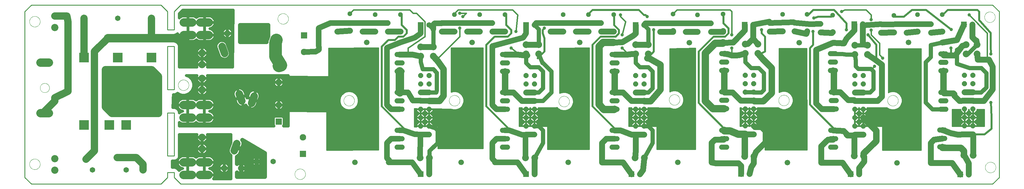
<source format=gtl>
G75*
%MOIN*%
%OFA0B0*%
%FSLAX25Y25*%
%IPPOS*%
%LPD*%
%AMOC8*
5,1,8,0,0,1.08239X$1,22.5*
%
%ADD10C,0.00000*%
%ADD11C,0.01000*%
%ADD12OC8,0.06000*%
%ADD13C,0.08000*%
%ADD14C,0.06000*%
%ADD15R,0.06500X0.06500*%
%ADD16C,0.06500*%
%ADD17C,0.06600*%
%ADD18C,0.07400*%
%ADD19C,0.08850*%
%ADD20OC8,0.05200*%
%ADD21C,0.08600*%
%ADD22C,0.10000*%
%ADD23C,0.07600*%
%ADD24R,0.07600X0.07600*%
%ADD25C,0.06496*%
%ADD26R,0.11811X0.11811*%
%ADD27C,0.06600*%
%ADD28C,0.07600*%
%ADD29C,0.01600*%
%ADD30C,0.03962*%
%ADD31C,0.02400*%
%ADD32C,0.07000*%
%ADD33C,0.05000*%
%ADD34C,0.15000*%
%ADD35C,0.08600*%
%ADD36C,0.03200*%
%ADD37R,0.03962X0.03962*%
D10*
X0018823Y0043122D02*
X0018825Y0043280D01*
X0018831Y0043438D01*
X0018841Y0043596D01*
X0018855Y0043754D01*
X0018873Y0043911D01*
X0018894Y0044068D01*
X0018920Y0044224D01*
X0018950Y0044380D01*
X0018983Y0044535D01*
X0019021Y0044688D01*
X0019062Y0044841D01*
X0019107Y0044993D01*
X0019156Y0045144D01*
X0019209Y0045293D01*
X0019265Y0045441D01*
X0019325Y0045587D01*
X0019389Y0045732D01*
X0019457Y0045875D01*
X0019528Y0046017D01*
X0019602Y0046157D01*
X0019680Y0046294D01*
X0019762Y0046430D01*
X0019846Y0046564D01*
X0019935Y0046695D01*
X0020026Y0046824D01*
X0020121Y0046951D01*
X0020218Y0047076D01*
X0020319Y0047198D01*
X0020423Y0047317D01*
X0020530Y0047434D01*
X0020640Y0047548D01*
X0020753Y0047659D01*
X0020868Y0047768D01*
X0020986Y0047873D01*
X0021107Y0047975D01*
X0021230Y0048075D01*
X0021356Y0048171D01*
X0021484Y0048264D01*
X0021614Y0048354D01*
X0021747Y0048440D01*
X0021882Y0048524D01*
X0022018Y0048603D01*
X0022157Y0048680D01*
X0022298Y0048752D01*
X0022440Y0048822D01*
X0022584Y0048887D01*
X0022730Y0048949D01*
X0022877Y0049007D01*
X0023026Y0049062D01*
X0023176Y0049113D01*
X0023327Y0049160D01*
X0023479Y0049203D01*
X0023632Y0049242D01*
X0023787Y0049278D01*
X0023942Y0049309D01*
X0024098Y0049337D01*
X0024254Y0049361D01*
X0024411Y0049381D01*
X0024569Y0049397D01*
X0024726Y0049409D01*
X0024885Y0049417D01*
X0025043Y0049421D01*
X0025201Y0049421D01*
X0025359Y0049417D01*
X0025518Y0049409D01*
X0025675Y0049397D01*
X0025833Y0049381D01*
X0025990Y0049361D01*
X0026146Y0049337D01*
X0026302Y0049309D01*
X0026457Y0049278D01*
X0026612Y0049242D01*
X0026765Y0049203D01*
X0026917Y0049160D01*
X0027068Y0049113D01*
X0027218Y0049062D01*
X0027367Y0049007D01*
X0027514Y0048949D01*
X0027660Y0048887D01*
X0027804Y0048822D01*
X0027946Y0048752D01*
X0028087Y0048680D01*
X0028226Y0048603D01*
X0028362Y0048524D01*
X0028497Y0048440D01*
X0028630Y0048354D01*
X0028760Y0048264D01*
X0028888Y0048171D01*
X0029014Y0048075D01*
X0029137Y0047975D01*
X0029258Y0047873D01*
X0029376Y0047768D01*
X0029491Y0047659D01*
X0029604Y0047548D01*
X0029714Y0047434D01*
X0029821Y0047317D01*
X0029925Y0047198D01*
X0030026Y0047076D01*
X0030123Y0046951D01*
X0030218Y0046824D01*
X0030309Y0046695D01*
X0030398Y0046564D01*
X0030482Y0046430D01*
X0030564Y0046294D01*
X0030642Y0046157D01*
X0030716Y0046017D01*
X0030787Y0045875D01*
X0030855Y0045732D01*
X0030919Y0045587D01*
X0030979Y0045441D01*
X0031035Y0045293D01*
X0031088Y0045144D01*
X0031137Y0044993D01*
X0031182Y0044841D01*
X0031223Y0044688D01*
X0031261Y0044535D01*
X0031294Y0044380D01*
X0031324Y0044224D01*
X0031350Y0044068D01*
X0031371Y0043911D01*
X0031389Y0043754D01*
X0031403Y0043596D01*
X0031413Y0043438D01*
X0031419Y0043280D01*
X0031421Y0043122D01*
X0031419Y0042964D01*
X0031413Y0042806D01*
X0031403Y0042648D01*
X0031389Y0042490D01*
X0031371Y0042333D01*
X0031350Y0042176D01*
X0031324Y0042020D01*
X0031294Y0041864D01*
X0031261Y0041709D01*
X0031223Y0041556D01*
X0031182Y0041403D01*
X0031137Y0041251D01*
X0031088Y0041100D01*
X0031035Y0040951D01*
X0030979Y0040803D01*
X0030919Y0040657D01*
X0030855Y0040512D01*
X0030787Y0040369D01*
X0030716Y0040227D01*
X0030642Y0040087D01*
X0030564Y0039950D01*
X0030482Y0039814D01*
X0030398Y0039680D01*
X0030309Y0039549D01*
X0030218Y0039420D01*
X0030123Y0039293D01*
X0030026Y0039168D01*
X0029925Y0039046D01*
X0029821Y0038927D01*
X0029714Y0038810D01*
X0029604Y0038696D01*
X0029491Y0038585D01*
X0029376Y0038476D01*
X0029258Y0038371D01*
X0029137Y0038269D01*
X0029014Y0038169D01*
X0028888Y0038073D01*
X0028760Y0037980D01*
X0028630Y0037890D01*
X0028497Y0037804D01*
X0028362Y0037720D01*
X0028226Y0037641D01*
X0028087Y0037564D01*
X0027946Y0037492D01*
X0027804Y0037422D01*
X0027660Y0037357D01*
X0027514Y0037295D01*
X0027367Y0037237D01*
X0027218Y0037182D01*
X0027068Y0037131D01*
X0026917Y0037084D01*
X0026765Y0037041D01*
X0026612Y0037002D01*
X0026457Y0036966D01*
X0026302Y0036935D01*
X0026146Y0036907D01*
X0025990Y0036883D01*
X0025833Y0036863D01*
X0025675Y0036847D01*
X0025518Y0036835D01*
X0025359Y0036827D01*
X0025201Y0036823D01*
X0025043Y0036823D01*
X0024885Y0036827D01*
X0024726Y0036835D01*
X0024569Y0036847D01*
X0024411Y0036863D01*
X0024254Y0036883D01*
X0024098Y0036907D01*
X0023942Y0036935D01*
X0023787Y0036966D01*
X0023632Y0037002D01*
X0023479Y0037041D01*
X0023327Y0037084D01*
X0023176Y0037131D01*
X0023026Y0037182D01*
X0022877Y0037237D01*
X0022730Y0037295D01*
X0022584Y0037357D01*
X0022440Y0037422D01*
X0022298Y0037492D01*
X0022157Y0037564D01*
X0022018Y0037641D01*
X0021882Y0037720D01*
X0021747Y0037804D01*
X0021614Y0037890D01*
X0021484Y0037980D01*
X0021356Y0038073D01*
X0021230Y0038169D01*
X0021107Y0038269D01*
X0020986Y0038371D01*
X0020868Y0038476D01*
X0020753Y0038585D01*
X0020640Y0038696D01*
X0020530Y0038810D01*
X0020423Y0038927D01*
X0020319Y0039046D01*
X0020218Y0039168D01*
X0020121Y0039293D01*
X0020026Y0039420D01*
X0019935Y0039549D01*
X0019846Y0039680D01*
X0019762Y0039814D01*
X0019680Y0039950D01*
X0019602Y0040087D01*
X0019528Y0040227D01*
X0019457Y0040369D01*
X0019389Y0040512D01*
X0019325Y0040657D01*
X0019265Y0040803D01*
X0019209Y0040951D01*
X0019156Y0041100D01*
X0019107Y0041251D01*
X0019062Y0041403D01*
X0019021Y0041556D01*
X0018983Y0041709D01*
X0018950Y0041864D01*
X0018920Y0042020D01*
X0018894Y0042176D01*
X0018873Y0042333D01*
X0018855Y0042490D01*
X0018841Y0042648D01*
X0018831Y0042806D01*
X0018825Y0042964D01*
X0018823Y0043122D01*
X0333547Y0031311D02*
X0333549Y0031469D01*
X0333555Y0031627D01*
X0333565Y0031785D01*
X0333579Y0031943D01*
X0333597Y0032100D01*
X0333618Y0032257D01*
X0333644Y0032413D01*
X0333674Y0032569D01*
X0333707Y0032724D01*
X0333745Y0032877D01*
X0333786Y0033030D01*
X0333831Y0033182D01*
X0333880Y0033333D01*
X0333933Y0033482D01*
X0333989Y0033630D01*
X0334049Y0033776D01*
X0334113Y0033921D01*
X0334181Y0034064D01*
X0334252Y0034206D01*
X0334326Y0034346D01*
X0334404Y0034483D01*
X0334486Y0034619D01*
X0334570Y0034753D01*
X0334659Y0034884D01*
X0334750Y0035013D01*
X0334845Y0035140D01*
X0334942Y0035265D01*
X0335043Y0035387D01*
X0335147Y0035506D01*
X0335254Y0035623D01*
X0335364Y0035737D01*
X0335477Y0035848D01*
X0335592Y0035957D01*
X0335710Y0036062D01*
X0335831Y0036164D01*
X0335954Y0036264D01*
X0336080Y0036360D01*
X0336208Y0036453D01*
X0336338Y0036543D01*
X0336471Y0036629D01*
X0336606Y0036713D01*
X0336742Y0036792D01*
X0336881Y0036869D01*
X0337022Y0036941D01*
X0337164Y0037011D01*
X0337308Y0037076D01*
X0337454Y0037138D01*
X0337601Y0037196D01*
X0337750Y0037251D01*
X0337900Y0037302D01*
X0338051Y0037349D01*
X0338203Y0037392D01*
X0338356Y0037431D01*
X0338511Y0037467D01*
X0338666Y0037498D01*
X0338822Y0037526D01*
X0338978Y0037550D01*
X0339135Y0037570D01*
X0339293Y0037586D01*
X0339450Y0037598D01*
X0339609Y0037606D01*
X0339767Y0037610D01*
X0339925Y0037610D01*
X0340083Y0037606D01*
X0340242Y0037598D01*
X0340399Y0037586D01*
X0340557Y0037570D01*
X0340714Y0037550D01*
X0340870Y0037526D01*
X0341026Y0037498D01*
X0341181Y0037467D01*
X0341336Y0037431D01*
X0341489Y0037392D01*
X0341641Y0037349D01*
X0341792Y0037302D01*
X0341942Y0037251D01*
X0342091Y0037196D01*
X0342238Y0037138D01*
X0342384Y0037076D01*
X0342528Y0037011D01*
X0342670Y0036941D01*
X0342811Y0036869D01*
X0342950Y0036792D01*
X0343086Y0036713D01*
X0343221Y0036629D01*
X0343354Y0036543D01*
X0343484Y0036453D01*
X0343612Y0036360D01*
X0343738Y0036264D01*
X0343861Y0036164D01*
X0343982Y0036062D01*
X0344100Y0035957D01*
X0344215Y0035848D01*
X0344328Y0035737D01*
X0344438Y0035623D01*
X0344545Y0035506D01*
X0344649Y0035387D01*
X0344750Y0035265D01*
X0344847Y0035140D01*
X0344942Y0035013D01*
X0345033Y0034884D01*
X0345122Y0034753D01*
X0345206Y0034619D01*
X0345288Y0034483D01*
X0345366Y0034346D01*
X0345440Y0034206D01*
X0345511Y0034064D01*
X0345579Y0033921D01*
X0345643Y0033776D01*
X0345703Y0033630D01*
X0345759Y0033482D01*
X0345812Y0033333D01*
X0345861Y0033182D01*
X0345906Y0033030D01*
X0345947Y0032877D01*
X0345985Y0032724D01*
X0346018Y0032569D01*
X0346048Y0032413D01*
X0346074Y0032257D01*
X0346095Y0032100D01*
X0346113Y0031943D01*
X0346127Y0031785D01*
X0346137Y0031627D01*
X0346143Y0031469D01*
X0346145Y0031311D01*
X0346143Y0031153D01*
X0346137Y0030995D01*
X0346127Y0030837D01*
X0346113Y0030679D01*
X0346095Y0030522D01*
X0346074Y0030365D01*
X0346048Y0030209D01*
X0346018Y0030053D01*
X0345985Y0029898D01*
X0345947Y0029745D01*
X0345906Y0029592D01*
X0345861Y0029440D01*
X0345812Y0029289D01*
X0345759Y0029140D01*
X0345703Y0028992D01*
X0345643Y0028846D01*
X0345579Y0028701D01*
X0345511Y0028558D01*
X0345440Y0028416D01*
X0345366Y0028276D01*
X0345288Y0028139D01*
X0345206Y0028003D01*
X0345122Y0027869D01*
X0345033Y0027738D01*
X0344942Y0027609D01*
X0344847Y0027482D01*
X0344750Y0027357D01*
X0344649Y0027235D01*
X0344545Y0027116D01*
X0344438Y0026999D01*
X0344328Y0026885D01*
X0344215Y0026774D01*
X0344100Y0026665D01*
X0343982Y0026560D01*
X0343861Y0026458D01*
X0343738Y0026358D01*
X0343612Y0026262D01*
X0343484Y0026169D01*
X0343354Y0026079D01*
X0343221Y0025993D01*
X0343086Y0025909D01*
X0342950Y0025830D01*
X0342811Y0025753D01*
X0342670Y0025681D01*
X0342528Y0025611D01*
X0342384Y0025546D01*
X0342238Y0025484D01*
X0342091Y0025426D01*
X0341942Y0025371D01*
X0341792Y0025320D01*
X0341641Y0025273D01*
X0341489Y0025230D01*
X0341336Y0025191D01*
X0341181Y0025155D01*
X0341026Y0025124D01*
X0340870Y0025096D01*
X0340714Y0025072D01*
X0340557Y0025052D01*
X0340399Y0025036D01*
X0340242Y0025024D01*
X0340083Y0025016D01*
X0339925Y0025012D01*
X0339767Y0025012D01*
X0339609Y0025016D01*
X0339450Y0025024D01*
X0339293Y0025036D01*
X0339135Y0025052D01*
X0338978Y0025072D01*
X0338822Y0025096D01*
X0338666Y0025124D01*
X0338511Y0025155D01*
X0338356Y0025191D01*
X0338203Y0025230D01*
X0338051Y0025273D01*
X0337900Y0025320D01*
X0337750Y0025371D01*
X0337601Y0025426D01*
X0337454Y0025484D01*
X0337308Y0025546D01*
X0337164Y0025611D01*
X0337022Y0025681D01*
X0336881Y0025753D01*
X0336742Y0025830D01*
X0336606Y0025909D01*
X0336471Y0025993D01*
X0336338Y0026079D01*
X0336208Y0026169D01*
X0336080Y0026262D01*
X0335954Y0026358D01*
X0335831Y0026458D01*
X0335710Y0026560D01*
X0335592Y0026665D01*
X0335477Y0026774D01*
X0335364Y0026885D01*
X0335254Y0026999D01*
X0335147Y0027116D01*
X0335043Y0027235D01*
X0334942Y0027357D01*
X0334845Y0027482D01*
X0334750Y0027609D01*
X0334659Y0027738D01*
X0334570Y0027869D01*
X0334486Y0028003D01*
X0334404Y0028139D01*
X0334326Y0028276D01*
X0334252Y0028416D01*
X0334181Y0028558D01*
X0334113Y0028701D01*
X0334049Y0028846D01*
X0333989Y0028992D01*
X0333933Y0029140D01*
X0333880Y0029289D01*
X0333831Y0029440D01*
X0333786Y0029592D01*
X0333745Y0029745D01*
X0333707Y0029898D01*
X0333674Y0030053D01*
X0333644Y0030209D01*
X0333618Y0030365D01*
X0333597Y0030522D01*
X0333579Y0030679D01*
X0333565Y0030837D01*
X0333555Y0030995D01*
X0333549Y0031153D01*
X0333547Y0031311D01*
X0646658Y0117610D02*
X0646660Y0117768D01*
X0646666Y0117926D01*
X0646676Y0118084D01*
X0646690Y0118242D01*
X0646708Y0118399D01*
X0646729Y0118556D01*
X0646755Y0118712D01*
X0646785Y0118868D01*
X0646818Y0119023D01*
X0646856Y0119176D01*
X0646897Y0119329D01*
X0646942Y0119481D01*
X0646991Y0119632D01*
X0647044Y0119781D01*
X0647100Y0119929D01*
X0647160Y0120075D01*
X0647224Y0120220D01*
X0647292Y0120363D01*
X0647363Y0120505D01*
X0647437Y0120645D01*
X0647515Y0120782D01*
X0647597Y0120918D01*
X0647681Y0121052D01*
X0647770Y0121183D01*
X0647861Y0121312D01*
X0647956Y0121439D01*
X0648053Y0121564D01*
X0648154Y0121686D01*
X0648258Y0121805D01*
X0648365Y0121922D01*
X0648475Y0122036D01*
X0648588Y0122147D01*
X0648703Y0122256D01*
X0648821Y0122361D01*
X0648942Y0122463D01*
X0649065Y0122563D01*
X0649191Y0122659D01*
X0649319Y0122752D01*
X0649449Y0122842D01*
X0649582Y0122928D01*
X0649717Y0123012D01*
X0649853Y0123091D01*
X0649992Y0123168D01*
X0650133Y0123240D01*
X0650275Y0123310D01*
X0650419Y0123375D01*
X0650565Y0123437D01*
X0650712Y0123495D01*
X0650861Y0123550D01*
X0651011Y0123601D01*
X0651162Y0123648D01*
X0651314Y0123691D01*
X0651467Y0123730D01*
X0651622Y0123766D01*
X0651777Y0123797D01*
X0651933Y0123825D01*
X0652089Y0123849D01*
X0652246Y0123869D01*
X0652404Y0123885D01*
X0652561Y0123897D01*
X0652720Y0123905D01*
X0652878Y0123909D01*
X0653036Y0123909D01*
X0653194Y0123905D01*
X0653353Y0123897D01*
X0653510Y0123885D01*
X0653668Y0123869D01*
X0653825Y0123849D01*
X0653981Y0123825D01*
X0654137Y0123797D01*
X0654292Y0123766D01*
X0654447Y0123730D01*
X0654600Y0123691D01*
X0654752Y0123648D01*
X0654903Y0123601D01*
X0655053Y0123550D01*
X0655202Y0123495D01*
X0655349Y0123437D01*
X0655495Y0123375D01*
X0655639Y0123310D01*
X0655781Y0123240D01*
X0655922Y0123168D01*
X0656061Y0123091D01*
X0656197Y0123012D01*
X0656332Y0122928D01*
X0656465Y0122842D01*
X0656595Y0122752D01*
X0656723Y0122659D01*
X0656849Y0122563D01*
X0656972Y0122463D01*
X0657093Y0122361D01*
X0657211Y0122256D01*
X0657326Y0122147D01*
X0657439Y0122036D01*
X0657549Y0121922D01*
X0657656Y0121805D01*
X0657760Y0121686D01*
X0657861Y0121564D01*
X0657958Y0121439D01*
X0658053Y0121312D01*
X0658144Y0121183D01*
X0658233Y0121052D01*
X0658317Y0120918D01*
X0658399Y0120782D01*
X0658477Y0120645D01*
X0658551Y0120505D01*
X0658622Y0120363D01*
X0658690Y0120220D01*
X0658754Y0120075D01*
X0658814Y0119929D01*
X0658870Y0119781D01*
X0658923Y0119632D01*
X0658972Y0119481D01*
X0659017Y0119329D01*
X0659058Y0119176D01*
X0659096Y0119023D01*
X0659129Y0118868D01*
X0659159Y0118712D01*
X0659185Y0118556D01*
X0659206Y0118399D01*
X0659224Y0118242D01*
X0659238Y0118084D01*
X0659248Y0117926D01*
X0659254Y0117768D01*
X0659256Y0117610D01*
X0659254Y0117452D01*
X0659248Y0117294D01*
X0659238Y0117136D01*
X0659224Y0116978D01*
X0659206Y0116821D01*
X0659185Y0116664D01*
X0659159Y0116508D01*
X0659129Y0116352D01*
X0659096Y0116197D01*
X0659058Y0116044D01*
X0659017Y0115891D01*
X0658972Y0115739D01*
X0658923Y0115588D01*
X0658870Y0115439D01*
X0658814Y0115291D01*
X0658754Y0115145D01*
X0658690Y0115000D01*
X0658622Y0114857D01*
X0658551Y0114715D01*
X0658477Y0114575D01*
X0658399Y0114438D01*
X0658317Y0114302D01*
X0658233Y0114168D01*
X0658144Y0114037D01*
X0658053Y0113908D01*
X0657958Y0113781D01*
X0657861Y0113656D01*
X0657760Y0113534D01*
X0657656Y0113415D01*
X0657549Y0113298D01*
X0657439Y0113184D01*
X0657326Y0113073D01*
X0657211Y0112964D01*
X0657093Y0112859D01*
X0656972Y0112757D01*
X0656849Y0112657D01*
X0656723Y0112561D01*
X0656595Y0112468D01*
X0656465Y0112378D01*
X0656332Y0112292D01*
X0656197Y0112208D01*
X0656061Y0112129D01*
X0655922Y0112052D01*
X0655781Y0111980D01*
X0655639Y0111910D01*
X0655495Y0111845D01*
X0655349Y0111783D01*
X0655202Y0111725D01*
X0655053Y0111670D01*
X0654903Y0111619D01*
X0654752Y0111572D01*
X0654600Y0111529D01*
X0654447Y0111490D01*
X0654292Y0111454D01*
X0654137Y0111423D01*
X0653981Y0111395D01*
X0653825Y0111371D01*
X0653668Y0111351D01*
X0653510Y0111335D01*
X0653353Y0111323D01*
X0653194Y0111315D01*
X0653036Y0111311D01*
X0652878Y0111311D01*
X0652720Y0111315D01*
X0652561Y0111323D01*
X0652404Y0111335D01*
X0652246Y0111351D01*
X0652089Y0111371D01*
X0651933Y0111395D01*
X0651777Y0111423D01*
X0651622Y0111454D01*
X0651467Y0111490D01*
X0651314Y0111529D01*
X0651162Y0111572D01*
X0651011Y0111619D01*
X0650861Y0111670D01*
X0650712Y0111725D01*
X0650565Y0111783D01*
X0650419Y0111845D01*
X0650275Y0111910D01*
X0650133Y0111980D01*
X0649992Y0112052D01*
X0649853Y0112129D01*
X0649717Y0112208D01*
X0649582Y0112292D01*
X0649449Y0112378D01*
X0649319Y0112468D01*
X0649191Y0112561D01*
X0649065Y0112657D01*
X0648942Y0112757D01*
X0648821Y0112859D01*
X0648703Y0112964D01*
X0648588Y0113073D01*
X0648475Y0113184D01*
X0648365Y0113298D01*
X0648258Y0113415D01*
X0648154Y0113534D01*
X0648053Y0113656D01*
X0647956Y0113781D01*
X0647861Y0113908D01*
X0647770Y0114037D01*
X0647681Y0114168D01*
X0647597Y0114302D01*
X0647515Y0114438D01*
X0647437Y0114575D01*
X0647363Y0114715D01*
X0647292Y0114857D01*
X0647224Y0115000D01*
X0647160Y0115145D01*
X0647100Y0115291D01*
X0647044Y0115439D01*
X0646991Y0115588D01*
X0646942Y0115739D01*
X0646897Y0115891D01*
X0646856Y0116044D01*
X0646818Y0116197D01*
X0646785Y0116352D01*
X0646755Y0116508D01*
X0646729Y0116664D01*
X0646708Y0116821D01*
X0646690Y0116978D01*
X0646676Y0117136D01*
X0646666Y0117294D01*
X0646660Y0117452D01*
X0646658Y0117610D01*
X0516658Y0118594D02*
X0516660Y0118752D01*
X0516666Y0118910D01*
X0516676Y0119068D01*
X0516690Y0119226D01*
X0516708Y0119383D01*
X0516729Y0119540D01*
X0516755Y0119696D01*
X0516785Y0119852D01*
X0516818Y0120007D01*
X0516856Y0120160D01*
X0516897Y0120313D01*
X0516942Y0120465D01*
X0516991Y0120616D01*
X0517044Y0120765D01*
X0517100Y0120913D01*
X0517160Y0121059D01*
X0517224Y0121204D01*
X0517292Y0121347D01*
X0517363Y0121489D01*
X0517437Y0121629D01*
X0517515Y0121766D01*
X0517597Y0121902D01*
X0517681Y0122036D01*
X0517770Y0122167D01*
X0517861Y0122296D01*
X0517956Y0122423D01*
X0518053Y0122548D01*
X0518154Y0122670D01*
X0518258Y0122789D01*
X0518365Y0122906D01*
X0518475Y0123020D01*
X0518588Y0123131D01*
X0518703Y0123240D01*
X0518821Y0123345D01*
X0518942Y0123447D01*
X0519065Y0123547D01*
X0519191Y0123643D01*
X0519319Y0123736D01*
X0519449Y0123826D01*
X0519582Y0123912D01*
X0519717Y0123996D01*
X0519853Y0124075D01*
X0519992Y0124152D01*
X0520133Y0124224D01*
X0520275Y0124294D01*
X0520419Y0124359D01*
X0520565Y0124421D01*
X0520712Y0124479D01*
X0520861Y0124534D01*
X0521011Y0124585D01*
X0521162Y0124632D01*
X0521314Y0124675D01*
X0521467Y0124714D01*
X0521622Y0124750D01*
X0521777Y0124781D01*
X0521933Y0124809D01*
X0522089Y0124833D01*
X0522246Y0124853D01*
X0522404Y0124869D01*
X0522561Y0124881D01*
X0522720Y0124889D01*
X0522878Y0124893D01*
X0523036Y0124893D01*
X0523194Y0124889D01*
X0523353Y0124881D01*
X0523510Y0124869D01*
X0523668Y0124853D01*
X0523825Y0124833D01*
X0523981Y0124809D01*
X0524137Y0124781D01*
X0524292Y0124750D01*
X0524447Y0124714D01*
X0524600Y0124675D01*
X0524752Y0124632D01*
X0524903Y0124585D01*
X0525053Y0124534D01*
X0525202Y0124479D01*
X0525349Y0124421D01*
X0525495Y0124359D01*
X0525639Y0124294D01*
X0525781Y0124224D01*
X0525922Y0124152D01*
X0526061Y0124075D01*
X0526197Y0123996D01*
X0526332Y0123912D01*
X0526465Y0123826D01*
X0526595Y0123736D01*
X0526723Y0123643D01*
X0526849Y0123547D01*
X0526972Y0123447D01*
X0527093Y0123345D01*
X0527211Y0123240D01*
X0527326Y0123131D01*
X0527439Y0123020D01*
X0527549Y0122906D01*
X0527656Y0122789D01*
X0527760Y0122670D01*
X0527861Y0122548D01*
X0527958Y0122423D01*
X0528053Y0122296D01*
X0528144Y0122167D01*
X0528233Y0122036D01*
X0528317Y0121902D01*
X0528399Y0121766D01*
X0528477Y0121629D01*
X0528551Y0121489D01*
X0528622Y0121347D01*
X0528690Y0121204D01*
X0528754Y0121059D01*
X0528814Y0120913D01*
X0528870Y0120765D01*
X0528923Y0120616D01*
X0528972Y0120465D01*
X0529017Y0120313D01*
X0529058Y0120160D01*
X0529096Y0120007D01*
X0529129Y0119852D01*
X0529159Y0119696D01*
X0529185Y0119540D01*
X0529206Y0119383D01*
X0529224Y0119226D01*
X0529238Y0119068D01*
X0529248Y0118910D01*
X0529254Y0118752D01*
X0529256Y0118594D01*
X0529254Y0118436D01*
X0529248Y0118278D01*
X0529238Y0118120D01*
X0529224Y0117962D01*
X0529206Y0117805D01*
X0529185Y0117648D01*
X0529159Y0117492D01*
X0529129Y0117336D01*
X0529096Y0117181D01*
X0529058Y0117028D01*
X0529017Y0116875D01*
X0528972Y0116723D01*
X0528923Y0116572D01*
X0528870Y0116423D01*
X0528814Y0116275D01*
X0528754Y0116129D01*
X0528690Y0115984D01*
X0528622Y0115841D01*
X0528551Y0115699D01*
X0528477Y0115559D01*
X0528399Y0115422D01*
X0528317Y0115286D01*
X0528233Y0115152D01*
X0528144Y0115021D01*
X0528053Y0114892D01*
X0527958Y0114765D01*
X0527861Y0114640D01*
X0527760Y0114518D01*
X0527656Y0114399D01*
X0527549Y0114282D01*
X0527439Y0114168D01*
X0527326Y0114057D01*
X0527211Y0113948D01*
X0527093Y0113843D01*
X0526972Y0113741D01*
X0526849Y0113641D01*
X0526723Y0113545D01*
X0526595Y0113452D01*
X0526465Y0113362D01*
X0526332Y0113276D01*
X0526197Y0113192D01*
X0526061Y0113113D01*
X0525922Y0113036D01*
X0525781Y0112964D01*
X0525639Y0112894D01*
X0525495Y0112829D01*
X0525349Y0112767D01*
X0525202Y0112709D01*
X0525053Y0112654D01*
X0524903Y0112603D01*
X0524752Y0112556D01*
X0524600Y0112513D01*
X0524447Y0112474D01*
X0524292Y0112438D01*
X0524137Y0112407D01*
X0523981Y0112379D01*
X0523825Y0112355D01*
X0523668Y0112335D01*
X0523510Y0112319D01*
X0523353Y0112307D01*
X0523194Y0112299D01*
X0523036Y0112295D01*
X0522878Y0112295D01*
X0522720Y0112299D01*
X0522561Y0112307D01*
X0522404Y0112319D01*
X0522246Y0112335D01*
X0522089Y0112355D01*
X0521933Y0112379D01*
X0521777Y0112407D01*
X0521622Y0112438D01*
X0521467Y0112474D01*
X0521314Y0112513D01*
X0521162Y0112556D01*
X0521011Y0112603D01*
X0520861Y0112654D01*
X0520712Y0112709D01*
X0520565Y0112767D01*
X0520419Y0112829D01*
X0520275Y0112894D01*
X0520133Y0112964D01*
X0519992Y0113036D01*
X0519853Y0113113D01*
X0519717Y0113192D01*
X0519582Y0113276D01*
X0519449Y0113362D01*
X0519319Y0113452D01*
X0519191Y0113545D01*
X0519065Y0113641D01*
X0518942Y0113741D01*
X0518821Y0113843D01*
X0518703Y0113948D01*
X0518588Y0114057D01*
X0518475Y0114168D01*
X0518365Y0114282D01*
X0518258Y0114399D01*
X0518154Y0114518D01*
X0518053Y0114640D01*
X0517956Y0114765D01*
X0517861Y0114892D01*
X0517770Y0115021D01*
X0517681Y0115152D01*
X0517597Y0115286D01*
X0517515Y0115422D01*
X0517437Y0115559D01*
X0517363Y0115699D01*
X0517292Y0115841D01*
X0517224Y0115984D01*
X0517160Y0116129D01*
X0517100Y0116275D01*
X0517044Y0116423D01*
X0516991Y0116572D01*
X0516942Y0116723D01*
X0516897Y0116875D01*
X0516856Y0117028D01*
X0516818Y0117181D01*
X0516785Y0117336D01*
X0516755Y0117492D01*
X0516729Y0117648D01*
X0516708Y0117805D01*
X0516690Y0117962D01*
X0516676Y0118120D01*
X0516666Y0118278D01*
X0516660Y0118436D01*
X0516658Y0118594D01*
X0391610Y0118594D02*
X0391612Y0118752D01*
X0391618Y0118910D01*
X0391628Y0119068D01*
X0391642Y0119226D01*
X0391660Y0119383D01*
X0391681Y0119540D01*
X0391707Y0119696D01*
X0391737Y0119852D01*
X0391770Y0120007D01*
X0391808Y0120160D01*
X0391849Y0120313D01*
X0391894Y0120465D01*
X0391943Y0120616D01*
X0391996Y0120765D01*
X0392052Y0120913D01*
X0392112Y0121059D01*
X0392176Y0121204D01*
X0392244Y0121347D01*
X0392315Y0121489D01*
X0392389Y0121629D01*
X0392467Y0121766D01*
X0392549Y0121902D01*
X0392633Y0122036D01*
X0392722Y0122167D01*
X0392813Y0122296D01*
X0392908Y0122423D01*
X0393005Y0122548D01*
X0393106Y0122670D01*
X0393210Y0122789D01*
X0393317Y0122906D01*
X0393427Y0123020D01*
X0393540Y0123131D01*
X0393655Y0123240D01*
X0393773Y0123345D01*
X0393894Y0123447D01*
X0394017Y0123547D01*
X0394143Y0123643D01*
X0394271Y0123736D01*
X0394401Y0123826D01*
X0394534Y0123912D01*
X0394669Y0123996D01*
X0394805Y0124075D01*
X0394944Y0124152D01*
X0395085Y0124224D01*
X0395227Y0124294D01*
X0395371Y0124359D01*
X0395517Y0124421D01*
X0395664Y0124479D01*
X0395813Y0124534D01*
X0395963Y0124585D01*
X0396114Y0124632D01*
X0396266Y0124675D01*
X0396419Y0124714D01*
X0396574Y0124750D01*
X0396729Y0124781D01*
X0396885Y0124809D01*
X0397041Y0124833D01*
X0397198Y0124853D01*
X0397356Y0124869D01*
X0397513Y0124881D01*
X0397672Y0124889D01*
X0397830Y0124893D01*
X0397988Y0124893D01*
X0398146Y0124889D01*
X0398305Y0124881D01*
X0398462Y0124869D01*
X0398620Y0124853D01*
X0398777Y0124833D01*
X0398933Y0124809D01*
X0399089Y0124781D01*
X0399244Y0124750D01*
X0399399Y0124714D01*
X0399552Y0124675D01*
X0399704Y0124632D01*
X0399855Y0124585D01*
X0400005Y0124534D01*
X0400154Y0124479D01*
X0400301Y0124421D01*
X0400447Y0124359D01*
X0400591Y0124294D01*
X0400733Y0124224D01*
X0400874Y0124152D01*
X0401013Y0124075D01*
X0401149Y0123996D01*
X0401284Y0123912D01*
X0401417Y0123826D01*
X0401547Y0123736D01*
X0401675Y0123643D01*
X0401801Y0123547D01*
X0401924Y0123447D01*
X0402045Y0123345D01*
X0402163Y0123240D01*
X0402278Y0123131D01*
X0402391Y0123020D01*
X0402501Y0122906D01*
X0402608Y0122789D01*
X0402712Y0122670D01*
X0402813Y0122548D01*
X0402910Y0122423D01*
X0403005Y0122296D01*
X0403096Y0122167D01*
X0403185Y0122036D01*
X0403269Y0121902D01*
X0403351Y0121766D01*
X0403429Y0121629D01*
X0403503Y0121489D01*
X0403574Y0121347D01*
X0403642Y0121204D01*
X0403706Y0121059D01*
X0403766Y0120913D01*
X0403822Y0120765D01*
X0403875Y0120616D01*
X0403924Y0120465D01*
X0403969Y0120313D01*
X0404010Y0120160D01*
X0404048Y0120007D01*
X0404081Y0119852D01*
X0404111Y0119696D01*
X0404137Y0119540D01*
X0404158Y0119383D01*
X0404176Y0119226D01*
X0404190Y0119068D01*
X0404200Y0118910D01*
X0404206Y0118752D01*
X0404208Y0118594D01*
X0404206Y0118436D01*
X0404200Y0118278D01*
X0404190Y0118120D01*
X0404176Y0117962D01*
X0404158Y0117805D01*
X0404137Y0117648D01*
X0404111Y0117492D01*
X0404081Y0117336D01*
X0404048Y0117181D01*
X0404010Y0117028D01*
X0403969Y0116875D01*
X0403924Y0116723D01*
X0403875Y0116572D01*
X0403822Y0116423D01*
X0403766Y0116275D01*
X0403706Y0116129D01*
X0403642Y0115984D01*
X0403574Y0115841D01*
X0403503Y0115699D01*
X0403429Y0115559D01*
X0403351Y0115422D01*
X0403269Y0115286D01*
X0403185Y0115152D01*
X0403096Y0115021D01*
X0403005Y0114892D01*
X0402910Y0114765D01*
X0402813Y0114640D01*
X0402712Y0114518D01*
X0402608Y0114399D01*
X0402501Y0114282D01*
X0402391Y0114168D01*
X0402278Y0114057D01*
X0402163Y0113948D01*
X0402045Y0113843D01*
X0401924Y0113741D01*
X0401801Y0113641D01*
X0401675Y0113545D01*
X0401547Y0113452D01*
X0401417Y0113362D01*
X0401284Y0113276D01*
X0401149Y0113192D01*
X0401013Y0113113D01*
X0400874Y0113036D01*
X0400733Y0112964D01*
X0400591Y0112894D01*
X0400447Y0112829D01*
X0400301Y0112767D01*
X0400154Y0112709D01*
X0400005Y0112654D01*
X0399855Y0112603D01*
X0399704Y0112556D01*
X0399552Y0112513D01*
X0399399Y0112474D01*
X0399244Y0112438D01*
X0399089Y0112407D01*
X0398933Y0112379D01*
X0398777Y0112355D01*
X0398620Y0112335D01*
X0398462Y0112319D01*
X0398305Y0112307D01*
X0398146Y0112299D01*
X0397988Y0112295D01*
X0397830Y0112295D01*
X0397672Y0112299D01*
X0397513Y0112307D01*
X0397356Y0112319D01*
X0397198Y0112335D01*
X0397041Y0112355D01*
X0396885Y0112379D01*
X0396729Y0112407D01*
X0396574Y0112438D01*
X0396419Y0112474D01*
X0396266Y0112513D01*
X0396114Y0112556D01*
X0395963Y0112603D01*
X0395813Y0112654D01*
X0395664Y0112709D01*
X0395517Y0112767D01*
X0395371Y0112829D01*
X0395227Y0112894D01*
X0395085Y0112964D01*
X0394944Y0113036D01*
X0394805Y0113113D01*
X0394669Y0113192D01*
X0394534Y0113276D01*
X0394401Y0113362D01*
X0394271Y0113452D01*
X0394143Y0113545D01*
X0394017Y0113641D01*
X0393894Y0113741D01*
X0393773Y0113843D01*
X0393655Y0113948D01*
X0393540Y0114057D01*
X0393427Y0114168D01*
X0393317Y0114282D01*
X0393210Y0114399D01*
X0393106Y0114518D01*
X0393005Y0114640D01*
X0392908Y0114765D01*
X0392813Y0114892D01*
X0392722Y0115021D01*
X0392633Y0115152D01*
X0392549Y0115286D01*
X0392467Y0115422D01*
X0392389Y0115559D01*
X0392315Y0115699D01*
X0392244Y0115841D01*
X0392176Y0115984D01*
X0392112Y0116129D01*
X0392052Y0116275D01*
X0391996Y0116423D01*
X0391943Y0116572D01*
X0391894Y0116723D01*
X0391849Y0116875D01*
X0391808Y0117028D01*
X0391770Y0117181D01*
X0391737Y0117336D01*
X0391707Y0117492D01*
X0391681Y0117648D01*
X0391660Y0117805D01*
X0391642Y0117962D01*
X0391628Y0118120D01*
X0391618Y0118278D01*
X0391612Y0118436D01*
X0391610Y0118594D01*
X0195240Y0136980D02*
X0195242Y0137138D01*
X0195248Y0137296D01*
X0195258Y0137454D01*
X0195272Y0137612D01*
X0195290Y0137769D01*
X0195311Y0137926D01*
X0195337Y0138082D01*
X0195367Y0138238D01*
X0195400Y0138393D01*
X0195438Y0138546D01*
X0195479Y0138699D01*
X0195524Y0138851D01*
X0195573Y0139002D01*
X0195626Y0139151D01*
X0195682Y0139299D01*
X0195742Y0139445D01*
X0195806Y0139590D01*
X0195874Y0139733D01*
X0195945Y0139875D01*
X0196019Y0140015D01*
X0196097Y0140152D01*
X0196179Y0140288D01*
X0196263Y0140422D01*
X0196352Y0140553D01*
X0196443Y0140682D01*
X0196538Y0140809D01*
X0196635Y0140934D01*
X0196736Y0141056D01*
X0196840Y0141175D01*
X0196947Y0141292D01*
X0197057Y0141406D01*
X0197170Y0141517D01*
X0197285Y0141626D01*
X0197403Y0141731D01*
X0197524Y0141833D01*
X0197647Y0141933D01*
X0197773Y0142029D01*
X0197901Y0142122D01*
X0198031Y0142212D01*
X0198164Y0142298D01*
X0198299Y0142382D01*
X0198435Y0142461D01*
X0198574Y0142538D01*
X0198715Y0142610D01*
X0198857Y0142680D01*
X0199001Y0142745D01*
X0199147Y0142807D01*
X0199294Y0142865D01*
X0199443Y0142920D01*
X0199593Y0142971D01*
X0199744Y0143018D01*
X0199896Y0143061D01*
X0200049Y0143100D01*
X0200204Y0143136D01*
X0200359Y0143167D01*
X0200515Y0143195D01*
X0200671Y0143219D01*
X0200828Y0143239D01*
X0200986Y0143255D01*
X0201143Y0143267D01*
X0201302Y0143275D01*
X0201460Y0143279D01*
X0201618Y0143279D01*
X0201776Y0143275D01*
X0201935Y0143267D01*
X0202092Y0143255D01*
X0202250Y0143239D01*
X0202407Y0143219D01*
X0202563Y0143195D01*
X0202719Y0143167D01*
X0202874Y0143136D01*
X0203029Y0143100D01*
X0203182Y0143061D01*
X0203334Y0143018D01*
X0203485Y0142971D01*
X0203635Y0142920D01*
X0203784Y0142865D01*
X0203931Y0142807D01*
X0204077Y0142745D01*
X0204221Y0142680D01*
X0204363Y0142610D01*
X0204504Y0142538D01*
X0204643Y0142461D01*
X0204779Y0142382D01*
X0204914Y0142298D01*
X0205047Y0142212D01*
X0205177Y0142122D01*
X0205305Y0142029D01*
X0205431Y0141933D01*
X0205554Y0141833D01*
X0205675Y0141731D01*
X0205793Y0141626D01*
X0205908Y0141517D01*
X0206021Y0141406D01*
X0206131Y0141292D01*
X0206238Y0141175D01*
X0206342Y0141056D01*
X0206443Y0140934D01*
X0206540Y0140809D01*
X0206635Y0140682D01*
X0206726Y0140553D01*
X0206815Y0140422D01*
X0206899Y0140288D01*
X0206981Y0140152D01*
X0207059Y0140015D01*
X0207133Y0139875D01*
X0207204Y0139733D01*
X0207272Y0139590D01*
X0207336Y0139445D01*
X0207396Y0139299D01*
X0207452Y0139151D01*
X0207505Y0139002D01*
X0207554Y0138851D01*
X0207599Y0138699D01*
X0207640Y0138546D01*
X0207678Y0138393D01*
X0207711Y0138238D01*
X0207741Y0138082D01*
X0207767Y0137926D01*
X0207788Y0137769D01*
X0207806Y0137612D01*
X0207820Y0137454D01*
X0207830Y0137296D01*
X0207836Y0137138D01*
X0207838Y0136980D01*
X0207836Y0136822D01*
X0207830Y0136664D01*
X0207820Y0136506D01*
X0207806Y0136348D01*
X0207788Y0136191D01*
X0207767Y0136034D01*
X0207741Y0135878D01*
X0207711Y0135722D01*
X0207678Y0135567D01*
X0207640Y0135414D01*
X0207599Y0135261D01*
X0207554Y0135109D01*
X0207505Y0134958D01*
X0207452Y0134809D01*
X0207396Y0134661D01*
X0207336Y0134515D01*
X0207272Y0134370D01*
X0207204Y0134227D01*
X0207133Y0134085D01*
X0207059Y0133945D01*
X0206981Y0133808D01*
X0206899Y0133672D01*
X0206815Y0133538D01*
X0206726Y0133407D01*
X0206635Y0133278D01*
X0206540Y0133151D01*
X0206443Y0133026D01*
X0206342Y0132904D01*
X0206238Y0132785D01*
X0206131Y0132668D01*
X0206021Y0132554D01*
X0205908Y0132443D01*
X0205793Y0132334D01*
X0205675Y0132229D01*
X0205554Y0132127D01*
X0205431Y0132027D01*
X0205305Y0131931D01*
X0205177Y0131838D01*
X0205047Y0131748D01*
X0204914Y0131662D01*
X0204779Y0131578D01*
X0204643Y0131499D01*
X0204504Y0131422D01*
X0204363Y0131350D01*
X0204221Y0131280D01*
X0204077Y0131215D01*
X0203931Y0131153D01*
X0203784Y0131095D01*
X0203635Y0131040D01*
X0203485Y0130989D01*
X0203334Y0130942D01*
X0203182Y0130899D01*
X0203029Y0130860D01*
X0202874Y0130824D01*
X0202719Y0130793D01*
X0202563Y0130765D01*
X0202407Y0130741D01*
X0202250Y0130721D01*
X0202092Y0130705D01*
X0201935Y0130693D01*
X0201776Y0130685D01*
X0201618Y0130681D01*
X0201460Y0130681D01*
X0201302Y0130685D01*
X0201143Y0130693D01*
X0200986Y0130705D01*
X0200828Y0130721D01*
X0200671Y0130741D01*
X0200515Y0130765D01*
X0200359Y0130793D01*
X0200204Y0130824D01*
X0200049Y0130860D01*
X0199896Y0130899D01*
X0199744Y0130942D01*
X0199593Y0130989D01*
X0199443Y0131040D01*
X0199294Y0131095D01*
X0199147Y0131153D01*
X0199001Y0131215D01*
X0198857Y0131280D01*
X0198715Y0131350D01*
X0198574Y0131422D01*
X0198435Y0131499D01*
X0198299Y0131578D01*
X0198164Y0131662D01*
X0198031Y0131748D01*
X0197901Y0131838D01*
X0197773Y0131931D01*
X0197647Y0132027D01*
X0197524Y0132127D01*
X0197403Y0132229D01*
X0197285Y0132334D01*
X0197170Y0132443D01*
X0197057Y0132554D01*
X0196947Y0132668D01*
X0196840Y0132785D01*
X0196736Y0132904D01*
X0196635Y0133026D01*
X0196538Y0133151D01*
X0196443Y0133278D01*
X0196352Y0133407D01*
X0196263Y0133538D01*
X0196179Y0133672D01*
X0196097Y0133808D01*
X0196019Y0133945D01*
X0195945Y0134085D01*
X0195874Y0134227D01*
X0195806Y0134370D01*
X0195742Y0134515D01*
X0195682Y0134661D01*
X0195626Y0134809D01*
X0195573Y0134958D01*
X0195524Y0135109D01*
X0195479Y0135261D01*
X0195438Y0135414D01*
X0195400Y0135567D01*
X0195367Y0135722D01*
X0195337Y0135878D01*
X0195311Y0136034D01*
X0195290Y0136191D01*
X0195272Y0136348D01*
X0195258Y0136506D01*
X0195248Y0136664D01*
X0195242Y0136822D01*
X0195240Y0136980D01*
X0031433Y0133673D02*
X0031435Y0133821D01*
X0031441Y0133969D01*
X0031451Y0134117D01*
X0031465Y0134265D01*
X0031483Y0134412D01*
X0031505Y0134559D01*
X0031531Y0134705D01*
X0031560Y0134850D01*
X0031594Y0134995D01*
X0031632Y0135138D01*
X0031673Y0135281D01*
X0031718Y0135422D01*
X0031768Y0135562D01*
X0031820Y0135700D01*
X0031877Y0135838D01*
X0031937Y0135973D01*
X0032001Y0136107D01*
X0032068Y0136239D01*
X0032139Y0136369D01*
X0032214Y0136498D01*
X0032292Y0136624D01*
X0032373Y0136748D01*
X0032457Y0136870D01*
X0032545Y0136989D01*
X0032636Y0137106D01*
X0032730Y0137221D01*
X0032828Y0137333D01*
X0032928Y0137442D01*
X0033031Y0137549D01*
X0033137Y0137653D01*
X0033245Y0137754D01*
X0033357Y0137852D01*
X0033471Y0137947D01*
X0033587Y0138038D01*
X0033706Y0138127D01*
X0033827Y0138212D01*
X0033951Y0138294D01*
X0034077Y0138373D01*
X0034204Y0138448D01*
X0034334Y0138520D01*
X0034466Y0138589D01*
X0034599Y0138653D01*
X0034734Y0138714D01*
X0034871Y0138772D01*
X0035009Y0138826D01*
X0035149Y0138876D01*
X0035290Y0138922D01*
X0035432Y0138964D01*
X0035575Y0139003D01*
X0035719Y0139037D01*
X0035865Y0139068D01*
X0036010Y0139095D01*
X0036157Y0139118D01*
X0036304Y0139137D01*
X0036452Y0139152D01*
X0036599Y0139163D01*
X0036748Y0139170D01*
X0036896Y0139173D01*
X0037044Y0139172D01*
X0037192Y0139167D01*
X0037340Y0139158D01*
X0037488Y0139145D01*
X0037636Y0139128D01*
X0037782Y0139107D01*
X0037929Y0139082D01*
X0038074Y0139053D01*
X0038219Y0139021D01*
X0038362Y0138984D01*
X0038505Y0138944D01*
X0038647Y0138899D01*
X0038787Y0138851D01*
X0038926Y0138799D01*
X0039063Y0138744D01*
X0039199Y0138684D01*
X0039334Y0138621D01*
X0039466Y0138555D01*
X0039597Y0138485D01*
X0039726Y0138411D01*
X0039852Y0138334D01*
X0039977Y0138254D01*
X0040099Y0138170D01*
X0040220Y0138083D01*
X0040337Y0137993D01*
X0040453Y0137899D01*
X0040565Y0137803D01*
X0040675Y0137704D01*
X0040783Y0137601D01*
X0040887Y0137496D01*
X0040989Y0137388D01*
X0041087Y0137277D01*
X0041183Y0137164D01*
X0041276Y0137048D01*
X0041365Y0136930D01*
X0041451Y0136809D01*
X0041534Y0136686D01*
X0041614Y0136561D01*
X0041690Y0136434D01*
X0041763Y0136304D01*
X0041832Y0136173D01*
X0041897Y0136040D01*
X0041960Y0135906D01*
X0042018Y0135769D01*
X0042073Y0135631D01*
X0042123Y0135492D01*
X0042171Y0135351D01*
X0042214Y0135210D01*
X0042254Y0135067D01*
X0042289Y0134923D01*
X0042321Y0134778D01*
X0042349Y0134632D01*
X0042373Y0134486D01*
X0042393Y0134339D01*
X0042409Y0134191D01*
X0042421Y0134044D01*
X0042429Y0133895D01*
X0042433Y0133747D01*
X0042433Y0133599D01*
X0042429Y0133451D01*
X0042421Y0133302D01*
X0042409Y0133155D01*
X0042393Y0133007D01*
X0042373Y0132860D01*
X0042349Y0132714D01*
X0042321Y0132568D01*
X0042289Y0132423D01*
X0042254Y0132279D01*
X0042214Y0132136D01*
X0042171Y0131995D01*
X0042123Y0131854D01*
X0042073Y0131715D01*
X0042018Y0131577D01*
X0041960Y0131440D01*
X0041897Y0131306D01*
X0041832Y0131173D01*
X0041763Y0131042D01*
X0041690Y0130912D01*
X0041614Y0130785D01*
X0041534Y0130660D01*
X0041451Y0130537D01*
X0041365Y0130416D01*
X0041276Y0130298D01*
X0041183Y0130182D01*
X0041087Y0130069D01*
X0040989Y0129958D01*
X0040887Y0129850D01*
X0040783Y0129745D01*
X0040675Y0129642D01*
X0040565Y0129543D01*
X0040453Y0129447D01*
X0040337Y0129353D01*
X0040220Y0129263D01*
X0040099Y0129176D01*
X0039977Y0129092D01*
X0039852Y0129012D01*
X0039726Y0128935D01*
X0039597Y0128861D01*
X0039466Y0128791D01*
X0039334Y0128725D01*
X0039199Y0128662D01*
X0039063Y0128602D01*
X0038926Y0128547D01*
X0038787Y0128495D01*
X0038647Y0128447D01*
X0038505Y0128402D01*
X0038362Y0128362D01*
X0038219Y0128325D01*
X0038074Y0128293D01*
X0037929Y0128264D01*
X0037782Y0128239D01*
X0037636Y0128218D01*
X0037488Y0128201D01*
X0037340Y0128188D01*
X0037192Y0128179D01*
X0037044Y0128174D01*
X0036896Y0128173D01*
X0036748Y0128176D01*
X0036599Y0128183D01*
X0036452Y0128194D01*
X0036304Y0128209D01*
X0036157Y0128228D01*
X0036010Y0128251D01*
X0035865Y0128278D01*
X0035719Y0128309D01*
X0035575Y0128343D01*
X0035432Y0128382D01*
X0035290Y0128424D01*
X0035149Y0128470D01*
X0035009Y0128520D01*
X0034871Y0128574D01*
X0034734Y0128632D01*
X0034599Y0128693D01*
X0034466Y0128757D01*
X0034334Y0128826D01*
X0034204Y0128898D01*
X0034077Y0128973D01*
X0033951Y0129052D01*
X0033827Y0129134D01*
X0033706Y0129219D01*
X0033587Y0129308D01*
X0033471Y0129399D01*
X0033357Y0129494D01*
X0033245Y0129592D01*
X0033137Y0129693D01*
X0033031Y0129797D01*
X0032928Y0129904D01*
X0032828Y0130013D01*
X0032730Y0130125D01*
X0032636Y0130240D01*
X0032545Y0130357D01*
X0032457Y0130476D01*
X0032373Y0130598D01*
X0032292Y0130722D01*
X0032214Y0130848D01*
X0032139Y0130977D01*
X0032068Y0131107D01*
X0032001Y0131239D01*
X0031937Y0131373D01*
X0031877Y0131508D01*
X0031820Y0131646D01*
X0031768Y0131784D01*
X0031718Y0131924D01*
X0031673Y0132065D01*
X0031632Y0132208D01*
X0031594Y0132351D01*
X0031560Y0132496D01*
X0031531Y0132641D01*
X0031505Y0132787D01*
X0031483Y0132934D01*
X0031465Y0133081D01*
X0031451Y0133229D01*
X0031441Y0133377D01*
X0031435Y0133525D01*
X0031433Y0133673D01*
X0018823Y0212413D02*
X0018825Y0212571D01*
X0018831Y0212729D01*
X0018841Y0212887D01*
X0018855Y0213045D01*
X0018873Y0213202D01*
X0018894Y0213359D01*
X0018920Y0213515D01*
X0018950Y0213671D01*
X0018983Y0213826D01*
X0019021Y0213979D01*
X0019062Y0214132D01*
X0019107Y0214284D01*
X0019156Y0214435D01*
X0019209Y0214584D01*
X0019265Y0214732D01*
X0019325Y0214878D01*
X0019389Y0215023D01*
X0019457Y0215166D01*
X0019528Y0215308D01*
X0019602Y0215448D01*
X0019680Y0215585D01*
X0019762Y0215721D01*
X0019846Y0215855D01*
X0019935Y0215986D01*
X0020026Y0216115D01*
X0020121Y0216242D01*
X0020218Y0216367D01*
X0020319Y0216489D01*
X0020423Y0216608D01*
X0020530Y0216725D01*
X0020640Y0216839D01*
X0020753Y0216950D01*
X0020868Y0217059D01*
X0020986Y0217164D01*
X0021107Y0217266D01*
X0021230Y0217366D01*
X0021356Y0217462D01*
X0021484Y0217555D01*
X0021614Y0217645D01*
X0021747Y0217731D01*
X0021882Y0217815D01*
X0022018Y0217894D01*
X0022157Y0217971D01*
X0022298Y0218043D01*
X0022440Y0218113D01*
X0022584Y0218178D01*
X0022730Y0218240D01*
X0022877Y0218298D01*
X0023026Y0218353D01*
X0023176Y0218404D01*
X0023327Y0218451D01*
X0023479Y0218494D01*
X0023632Y0218533D01*
X0023787Y0218569D01*
X0023942Y0218600D01*
X0024098Y0218628D01*
X0024254Y0218652D01*
X0024411Y0218672D01*
X0024569Y0218688D01*
X0024726Y0218700D01*
X0024885Y0218708D01*
X0025043Y0218712D01*
X0025201Y0218712D01*
X0025359Y0218708D01*
X0025518Y0218700D01*
X0025675Y0218688D01*
X0025833Y0218672D01*
X0025990Y0218652D01*
X0026146Y0218628D01*
X0026302Y0218600D01*
X0026457Y0218569D01*
X0026612Y0218533D01*
X0026765Y0218494D01*
X0026917Y0218451D01*
X0027068Y0218404D01*
X0027218Y0218353D01*
X0027367Y0218298D01*
X0027514Y0218240D01*
X0027660Y0218178D01*
X0027804Y0218113D01*
X0027946Y0218043D01*
X0028087Y0217971D01*
X0028226Y0217894D01*
X0028362Y0217815D01*
X0028497Y0217731D01*
X0028630Y0217645D01*
X0028760Y0217555D01*
X0028888Y0217462D01*
X0029014Y0217366D01*
X0029137Y0217266D01*
X0029258Y0217164D01*
X0029376Y0217059D01*
X0029491Y0216950D01*
X0029604Y0216839D01*
X0029714Y0216725D01*
X0029821Y0216608D01*
X0029925Y0216489D01*
X0030026Y0216367D01*
X0030123Y0216242D01*
X0030218Y0216115D01*
X0030309Y0215986D01*
X0030398Y0215855D01*
X0030482Y0215721D01*
X0030564Y0215585D01*
X0030642Y0215448D01*
X0030716Y0215308D01*
X0030787Y0215166D01*
X0030855Y0215023D01*
X0030919Y0214878D01*
X0030979Y0214732D01*
X0031035Y0214584D01*
X0031088Y0214435D01*
X0031137Y0214284D01*
X0031182Y0214132D01*
X0031223Y0213979D01*
X0031261Y0213826D01*
X0031294Y0213671D01*
X0031324Y0213515D01*
X0031350Y0213359D01*
X0031371Y0213202D01*
X0031389Y0213045D01*
X0031403Y0212887D01*
X0031413Y0212729D01*
X0031419Y0212571D01*
X0031421Y0212413D01*
X0031419Y0212255D01*
X0031413Y0212097D01*
X0031403Y0211939D01*
X0031389Y0211781D01*
X0031371Y0211624D01*
X0031350Y0211467D01*
X0031324Y0211311D01*
X0031294Y0211155D01*
X0031261Y0211000D01*
X0031223Y0210847D01*
X0031182Y0210694D01*
X0031137Y0210542D01*
X0031088Y0210391D01*
X0031035Y0210242D01*
X0030979Y0210094D01*
X0030919Y0209948D01*
X0030855Y0209803D01*
X0030787Y0209660D01*
X0030716Y0209518D01*
X0030642Y0209378D01*
X0030564Y0209241D01*
X0030482Y0209105D01*
X0030398Y0208971D01*
X0030309Y0208840D01*
X0030218Y0208711D01*
X0030123Y0208584D01*
X0030026Y0208459D01*
X0029925Y0208337D01*
X0029821Y0208218D01*
X0029714Y0208101D01*
X0029604Y0207987D01*
X0029491Y0207876D01*
X0029376Y0207767D01*
X0029258Y0207662D01*
X0029137Y0207560D01*
X0029014Y0207460D01*
X0028888Y0207364D01*
X0028760Y0207271D01*
X0028630Y0207181D01*
X0028497Y0207095D01*
X0028362Y0207011D01*
X0028226Y0206932D01*
X0028087Y0206855D01*
X0027946Y0206783D01*
X0027804Y0206713D01*
X0027660Y0206648D01*
X0027514Y0206586D01*
X0027367Y0206528D01*
X0027218Y0206473D01*
X0027068Y0206422D01*
X0026917Y0206375D01*
X0026765Y0206332D01*
X0026612Y0206293D01*
X0026457Y0206257D01*
X0026302Y0206226D01*
X0026146Y0206198D01*
X0025990Y0206174D01*
X0025833Y0206154D01*
X0025675Y0206138D01*
X0025518Y0206126D01*
X0025359Y0206118D01*
X0025201Y0206114D01*
X0025043Y0206114D01*
X0024885Y0206118D01*
X0024726Y0206126D01*
X0024569Y0206138D01*
X0024411Y0206154D01*
X0024254Y0206174D01*
X0024098Y0206198D01*
X0023942Y0206226D01*
X0023787Y0206257D01*
X0023632Y0206293D01*
X0023479Y0206332D01*
X0023327Y0206375D01*
X0023176Y0206422D01*
X0023026Y0206473D01*
X0022877Y0206528D01*
X0022730Y0206586D01*
X0022584Y0206648D01*
X0022440Y0206713D01*
X0022298Y0206783D01*
X0022157Y0206855D01*
X0022018Y0206932D01*
X0021882Y0207011D01*
X0021747Y0207095D01*
X0021614Y0207181D01*
X0021484Y0207271D01*
X0021356Y0207364D01*
X0021230Y0207460D01*
X0021107Y0207560D01*
X0020986Y0207662D01*
X0020868Y0207767D01*
X0020753Y0207876D01*
X0020640Y0207987D01*
X0020530Y0208101D01*
X0020423Y0208218D01*
X0020319Y0208337D01*
X0020218Y0208459D01*
X0020121Y0208584D01*
X0020026Y0208711D01*
X0019935Y0208840D01*
X0019846Y0208971D01*
X0019762Y0209105D01*
X0019680Y0209241D01*
X0019602Y0209378D01*
X0019528Y0209518D01*
X0019457Y0209660D01*
X0019389Y0209803D01*
X0019325Y0209948D01*
X0019265Y0210094D01*
X0019209Y0210242D01*
X0019156Y0210391D01*
X0019107Y0210542D01*
X0019062Y0210694D01*
X0019021Y0210847D01*
X0018983Y0211000D01*
X0018950Y0211155D01*
X0018920Y0211311D01*
X0018894Y0211467D01*
X0018873Y0211624D01*
X0018855Y0211781D01*
X0018841Y0211939D01*
X0018831Y0212097D01*
X0018825Y0212255D01*
X0018823Y0212413D01*
X0313351Y0215720D02*
X0313353Y0215878D01*
X0313359Y0216036D01*
X0313369Y0216194D01*
X0313383Y0216352D01*
X0313401Y0216509D01*
X0313422Y0216666D01*
X0313448Y0216822D01*
X0313478Y0216978D01*
X0313511Y0217133D01*
X0313549Y0217286D01*
X0313590Y0217439D01*
X0313635Y0217591D01*
X0313684Y0217742D01*
X0313737Y0217891D01*
X0313793Y0218039D01*
X0313853Y0218185D01*
X0313917Y0218330D01*
X0313985Y0218473D01*
X0314056Y0218615D01*
X0314130Y0218755D01*
X0314208Y0218892D01*
X0314290Y0219028D01*
X0314374Y0219162D01*
X0314463Y0219293D01*
X0314554Y0219422D01*
X0314649Y0219549D01*
X0314746Y0219674D01*
X0314847Y0219796D01*
X0314951Y0219915D01*
X0315058Y0220032D01*
X0315168Y0220146D01*
X0315281Y0220257D01*
X0315396Y0220366D01*
X0315514Y0220471D01*
X0315635Y0220573D01*
X0315758Y0220673D01*
X0315884Y0220769D01*
X0316012Y0220862D01*
X0316142Y0220952D01*
X0316275Y0221038D01*
X0316410Y0221122D01*
X0316546Y0221201D01*
X0316685Y0221278D01*
X0316826Y0221350D01*
X0316968Y0221420D01*
X0317112Y0221485D01*
X0317258Y0221547D01*
X0317405Y0221605D01*
X0317554Y0221660D01*
X0317704Y0221711D01*
X0317855Y0221758D01*
X0318007Y0221801D01*
X0318160Y0221840D01*
X0318315Y0221876D01*
X0318470Y0221907D01*
X0318626Y0221935D01*
X0318782Y0221959D01*
X0318939Y0221979D01*
X0319097Y0221995D01*
X0319254Y0222007D01*
X0319413Y0222015D01*
X0319571Y0222019D01*
X0319729Y0222019D01*
X0319887Y0222015D01*
X0320046Y0222007D01*
X0320203Y0221995D01*
X0320361Y0221979D01*
X0320518Y0221959D01*
X0320674Y0221935D01*
X0320830Y0221907D01*
X0320985Y0221876D01*
X0321140Y0221840D01*
X0321293Y0221801D01*
X0321445Y0221758D01*
X0321596Y0221711D01*
X0321746Y0221660D01*
X0321895Y0221605D01*
X0322042Y0221547D01*
X0322188Y0221485D01*
X0322332Y0221420D01*
X0322474Y0221350D01*
X0322615Y0221278D01*
X0322754Y0221201D01*
X0322890Y0221122D01*
X0323025Y0221038D01*
X0323158Y0220952D01*
X0323288Y0220862D01*
X0323416Y0220769D01*
X0323542Y0220673D01*
X0323665Y0220573D01*
X0323786Y0220471D01*
X0323904Y0220366D01*
X0324019Y0220257D01*
X0324132Y0220146D01*
X0324242Y0220032D01*
X0324349Y0219915D01*
X0324453Y0219796D01*
X0324554Y0219674D01*
X0324651Y0219549D01*
X0324746Y0219422D01*
X0324837Y0219293D01*
X0324926Y0219162D01*
X0325010Y0219028D01*
X0325092Y0218892D01*
X0325170Y0218755D01*
X0325244Y0218615D01*
X0325315Y0218473D01*
X0325383Y0218330D01*
X0325447Y0218185D01*
X0325507Y0218039D01*
X0325563Y0217891D01*
X0325616Y0217742D01*
X0325665Y0217591D01*
X0325710Y0217439D01*
X0325751Y0217286D01*
X0325789Y0217133D01*
X0325822Y0216978D01*
X0325852Y0216822D01*
X0325878Y0216666D01*
X0325899Y0216509D01*
X0325917Y0216352D01*
X0325931Y0216194D01*
X0325941Y0216036D01*
X0325947Y0215878D01*
X0325949Y0215720D01*
X0325947Y0215562D01*
X0325941Y0215404D01*
X0325931Y0215246D01*
X0325917Y0215088D01*
X0325899Y0214931D01*
X0325878Y0214774D01*
X0325852Y0214618D01*
X0325822Y0214462D01*
X0325789Y0214307D01*
X0325751Y0214154D01*
X0325710Y0214001D01*
X0325665Y0213849D01*
X0325616Y0213698D01*
X0325563Y0213549D01*
X0325507Y0213401D01*
X0325447Y0213255D01*
X0325383Y0213110D01*
X0325315Y0212967D01*
X0325244Y0212825D01*
X0325170Y0212685D01*
X0325092Y0212548D01*
X0325010Y0212412D01*
X0324926Y0212278D01*
X0324837Y0212147D01*
X0324746Y0212018D01*
X0324651Y0211891D01*
X0324554Y0211766D01*
X0324453Y0211644D01*
X0324349Y0211525D01*
X0324242Y0211408D01*
X0324132Y0211294D01*
X0324019Y0211183D01*
X0323904Y0211074D01*
X0323786Y0210969D01*
X0323665Y0210867D01*
X0323542Y0210767D01*
X0323416Y0210671D01*
X0323288Y0210578D01*
X0323158Y0210488D01*
X0323025Y0210402D01*
X0322890Y0210318D01*
X0322754Y0210239D01*
X0322615Y0210162D01*
X0322474Y0210090D01*
X0322332Y0210020D01*
X0322188Y0209955D01*
X0322042Y0209893D01*
X0321895Y0209835D01*
X0321746Y0209780D01*
X0321596Y0209729D01*
X0321445Y0209682D01*
X0321293Y0209639D01*
X0321140Y0209600D01*
X0320985Y0209564D01*
X0320830Y0209533D01*
X0320674Y0209505D01*
X0320518Y0209481D01*
X0320361Y0209461D01*
X0320203Y0209445D01*
X0320046Y0209433D01*
X0319887Y0209425D01*
X0319729Y0209421D01*
X0319571Y0209421D01*
X0319413Y0209425D01*
X0319254Y0209433D01*
X0319097Y0209445D01*
X0318939Y0209461D01*
X0318782Y0209481D01*
X0318626Y0209505D01*
X0318470Y0209533D01*
X0318315Y0209564D01*
X0318160Y0209600D01*
X0318007Y0209639D01*
X0317855Y0209682D01*
X0317704Y0209729D01*
X0317554Y0209780D01*
X0317405Y0209835D01*
X0317258Y0209893D01*
X0317112Y0209955D01*
X0316968Y0210020D01*
X0316826Y0210090D01*
X0316685Y0210162D01*
X0316546Y0210239D01*
X0316410Y0210318D01*
X0316275Y0210402D01*
X0316142Y0210488D01*
X0316012Y0210578D01*
X0315884Y0210671D01*
X0315758Y0210767D01*
X0315635Y0210867D01*
X0315514Y0210969D01*
X0315396Y0211074D01*
X0315281Y0211183D01*
X0315168Y0211294D01*
X0315058Y0211408D01*
X0314951Y0211525D01*
X0314847Y0211644D01*
X0314746Y0211766D01*
X0314649Y0211891D01*
X0314554Y0212018D01*
X0314463Y0212147D01*
X0314374Y0212278D01*
X0314290Y0212412D01*
X0314208Y0212548D01*
X0314130Y0212685D01*
X0314056Y0212825D01*
X0313985Y0212967D01*
X0313917Y0213110D01*
X0313853Y0213255D01*
X0313793Y0213401D01*
X0313737Y0213549D01*
X0313684Y0213698D01*
X0313635Y0213849D01*
X0313590Y0214001D01*
X0313549Y0214154D01*
X0313511Y0214307D01*
X0313478Y0214462D01*
X0313448Y0214618D01*
X0313422Y0214774D01*
X0313401Y0214931D01*
X0313383Y0215088D01*
X0313369Y0215246D01*
X0313359Y0215404D01*
X0313353Y0215562D01*
X0313351Y0215720D01*
X0777563Y0119579D02*
X0777565Y0119737D01*
X0777571Y0119895D01*
X0777581Y0120053D01*
X0777595Y0120211D01*
X0777613Y0120368D01*
X0777634Y0120525D01*
X0777660Y0120681D01*
X0777690Y0120837D01*
X0777723Y0120992D01*
X0777761Y0121145D01*
X0777802Y0121298D01*
X0777847Y0121450D01*
X0777896Y0121601D01*
X0777949Y0121750D01*
X0778005Y0121898D01*
X0778065Y0122044D01*
X0778129Y0122189D01*
X0778197Y0122332D01*
X0778268Y0122474D01*
X0778342Y0122614D01*
X0778420Y0122751D01*
X0778502Y0122887D01*
X0778586Y0123021D01*
X0778675Y0123152D01*
X0778766Y0123281D01*
X0778861Y0123408D01*
X0778958Y0123533D01*
X0779059Y0123655D01*
X0779163Y0123774D01*
X0779270Y0123891D01*
X0779380Y0124005D01*
X0779493Y0124116D01*
X0779608Y0124225D01*
X0779726Y0124330D01*
X0779847Y0124432D01*
X0779970Y0124532D01*
X0780096Y0124628D01*
X0780224Y0124721D01*
X0780354Y0124811D01*
X0780487Y0124897D01*
X0780622Y0124981D01*
X0780758Y0125060D01*
X0780897Y0125137D01*
X0781038Y0125209D01*
X0781180Y0125279D01*
X0781324Y0125344D01*
X0781470Y0125406D01*
X0781617Y0125464D01*
X0781766Y0125519D01*
X0781916Y0125570D01*
X0782067Y0125617D01*
X0782219Y0125660D01*
X0782372Y0125699D01*
X0782527Y0125735D01*
X0782682Y0125766D01*
X0782838Y0125794D01*
X0782994Y0125818D01*
X0783151Y0125838D01*
X0783309Y0125854D01*
X0783466Y0125866D01*
X0783625Y0125874D01*
X0783783Y0125878D01*
X0783941Y0125878D01*
X0784099Y0125874D01*
X0784258Y0125866D01*
X0784415Y0125854D01*
X0784573Y0125838D01*
X0784730Y0125818D01*
X0784886Y0125794D01*
X0785042Y0125766D01*
X0785197Y0125735D01*
X0785352Y0125699D01*
X0785505Y0125660D01*
X0785657Y0125617D01*
X0785808Y0125570D01*
X0785958Y0125519D01*
X0786107Y0125464D01*
X0786254Y0125406D01*
X0786400Y0125344D01*
X0786544Y0125279D01*
X0786686Y0125209D01*
X0786827Y0125137D01*
X0786966Y0125060D01*
X0787102Y0124981D01*
X0787237Y0124897D01*
X0787370Y0124811D01*
X0787500Y0124721D01*
X0787628Y0124628D01*
X0787754Y0124532D01*
X0787877Y0124432D01*
X0787998Y0124330D01*
X0788116Y0124225D01*
X0788231Y0124116D01*
X0788344Y0124005D01*
X0788454Y0123891D01*
X0788561Y0123774D01*
X0788665Y0123655D01*
X0788766Y0123533D01*
X0788863Y0123408D01*
X0788958Y0123281D01*
X0789049Y0123152D01*
X0789138Y0123021D01*
X0789222Y0122887D01*
X0789304Y0122751D01*
X0789382Y0122614D01*
X0789456Y0122474D01*
X0789527Y0122332D01*
X0789595Y0122189D01*
X0789659Y0122044D01*
X0789719Y0121898D01*
X0789775Y0121750D01*
X0789828Y0121601D01*
X0789877Y0121450D01*
X0789922Y0121298D01*
X0789963Y0121145D01*
X0790001Y0120992D01*
X0790034Y0120837D01*
X0790064Y0120681D01*
X0790090Y0120525D01*
X0790111Y0120368D01*
X0790129Y0120211D01*
X0790143Y0120053D01*
X0790153Y0119895D01*
X0790159Y0119737D01*
X0790161Y0119579D01*
X0790159Y0119421D01*
X0790153Y0119263D01*
X0790143Y0119105D01*
X0790129Y0118947D01*
X0790111Y0118790D01*
X0790090Y0118633D01*
X0790064Y0118477D01*
X0790034Y0118321D01*
X0790001Y0118166D01*
X0789963Y0118013D01*
X0789922Y0117860D01*
X0789877Y0117708D01*
X0789828Y0117557D01*
X0789775Y0117408D01*
X0789719Y0117260D01*
X0789659Y0117114D01*
X0789595Y0116969D01*
X0789527Y0116826D01*
X0789456Y0116684D01*
X0789382Y0116544D01*
X0789304Y0116407D01*
X0789222Y0116271D01*
X0789138Y0116137D01*
X0789049Y0116006D01*
X0788958Y0115877D01*
X0788863Y0115750D01*
X0788766Y0115625D01*
X0788665Y0115503D01*
X0788561Y0115384D01*
X0788454Y0115267D01*
X0788344Y0115153D01*
X0788231Y0115042D01*
X0788116Y0114933D01*
X0787998Y0114828D01*
X0787877Y0114726D01*
X0787754Y0114626D01*
X0787628Y0114530D01*
X0787500Y0114437D01*
X0787370Y0114347D01*
X0787237Y0114261D01*
X0787102Y0114177D01*
X0786966Y0114098D01*
X0786827Y0114021D01*
X0786686Y0113949D01*
X0786544Y0113879D01*
X0786400Y0113814D01*
X0786254Y0113752D01*
X0786107Y0113694D01*
X0785958Y0113639D01*
X0785808Y0113588D01*
X0785657Y0113541D01*
X0785505Y0113498D01*
X0785352Y0113459D01*
X0785197Y0113423D01*
X0785042Y0113392D01*
X0784886Y0113364D01*
X0784730Y0113340D01*
X0784573Y0113320D01*
X0784415Y0113304D01*
X0784258Y0113292D01*
X0784099Y0113284D01*
X0783941Y0113280D01*
X0783783Y0113280D01*
X0783625Y0113284D01*
X0783466Y0113292D01*
X0783309Y0113304D01*
X0783151Y0113320D01*
X0782994Y0113340D01*
X0782838Y0113364D01*
X0782682Y0113392D01*
X0782527Y0113423D01*
X0782372Y0113459D01*
X0782219Y0113498D01*
X0782067Y0113541D01*
X0781916Y0113588D01*
X0781766Y0113639D01*
X0781617Y0113694D01*
X0781470Y0113752D01*
X0781324Y0113814D01*
X0781180Y0113879D01*
X0781038Y0113949D01*
X0780897Y0114021D01*
X0780758Y0114098D01*
X0780622Y0114177D01*
X0780487Y0114261D01*
X0780354Y0114347D01*
X0780224Y0114437D01*
X0780096Y0114530D01*
X0779970Y0114626D01*
X0779847Y0114726D01*
X0779726Y0114828D01*
X0779608Y0114933D01*
X0779493Y0115042D01*
X0779380Y0115153D01*
X0779270Y0115267D01*
X0779163Y0115384D01*
X0779059Y0115503D01*
X0778958Y0115625D01*
X0778861Y0115750D01*
X0778766Y0115877D01*
X0778675Y0116006D01*
X0778586Y0116137D01*
X0778502Y0116271D01*
X0778420Y0116407D01*
X0778342Y0116544D01*
X0778268Y0116684D01*
X0778197Y0116826D01*
X0778129Y0116969D01*
X0778065Y0117114D01*
X0778005Y0117260D01*
X0777949Y0117408D01*
X0777896Y0117557D01*
X0777847Y0117708D01*
X0777802Y0117860D01*
X0777761Y0118013D01*
X0777723Y0118166D01*
X0777690Y0118321D01*
X0777660Y0118477D01*
X0777634Y0118633D01*
X0777613Y0118790D01*
X0777595Y0118947D01*
X0777581Y0119105D01*
X0777571Y0119263D01*
X0777565Y0119421D01*
X0777563Y0119579D01*
X0907395Y0118879D02*
X0907397Y0119037D01*
X0907403Y0119195D01*
X0907413Y0119353D01*
X0907427Y0119511D01*
X0907445Y0119668D01*
X0907466Y0119825D01*
X0907492Y0119981D01*
X0907522Y0120137D01*
X0907555Y0120292D01*
X0907593Y0120445D01*
X0907634Y0120598D01*
X0907679Y0120750D01*
X0907728Y0120901D01*
X0907781Y0121050D01*
X0907837Y0121198D01*
X0907897Y0121344D01*
X0907961Y0121489D01*
X0908029Y0121632D01*
X0908100Y0121774D01*
X0908174Y0121914D01*
X0908252Y0122051D01*
X0908334Y0122187D01*
X0908418Y0122321D01*
X0908507Y0122452D01*
X0908598Y0122581D01*
X0908693Y0122708D01*
X0908790Y0122833D01*
X0908891Y0122955D01*
X0908995Y0123074D01*
X0909102Y0123191D01*
X0909212Y0123305D01*
X0909325Y0123416D01*
X0909440Y0123525D01*
X0909558Y0123630D01*
X0909679Y0123732D01*
X0909802Y0123832D01*
X0909928Y0123928D01*
X0910056Y0124021D01*
X0910186Y0124111D01*
X0910319Y0124197D01*
X0910454Y0124281D01*
X0910590Y0124360D01*
X0910729Y0124437D01*
X0910870Y0124509D01*
X0911012Y0124579D01*
X0911156Y0124644D01*
X0911302Y0124706D01*
X0911449Y0124764D01*
X0911598Y0124819D01*
X0911748Y0124870D01*
X0911899Y0124917D01*
X0912051Y0124960D01*
X0912204Y0124999D01*
X0912359Y0125035D01*
X0912514Y0125066D01*
X0912670Y0125094D01*
X0912826Y0125118D01*
X0912983Y0125138D01*
X0913141Y0125154D01*
X0913298Y0125166D01*
X0913457Y0125174D01*
X0913615Y0125178D01*
X0913773Y0125178D01*
X0913931Y0125174D01*
X0914090Y0125166D01*
X0914247Y0125154D01*
X0914405Y0125138D01*
X0914562Y0125118D01*
X0914718Y0125094D01*
X0914874Y0125066D01*
X0915029Y0125035D01*
X0915184Y0124999D01*
X0915337Y0124960D01*
X0915489Y0124917D01*
X0915640Y0124870D01*
X0915790Y0124819D01*
X0915939Y0124764D01*
X0916086Y0124706D01*
X0916232Y0124644D01*
X0916376Y0124579D01*
X0916518Y0124509D01*
X0916659Y0124437D01*
X0916798Y0124360D01*
X0916934Y0124281D01*
X0917069Y0124197D01*
X0917202Y0124111D01*
X0917332Y0124021D01*
X0917460Y0123928D01*
X0917586Y0123832D01*
X0917709Y0123732D01*
X0917830Y0123630D01*
X0917948Y0123525D01*
X0918063Y0123416D01*
X0918176Y0123305D01*
X0918286Y0123191D01*
X0918393Y0123074D01*
X0918497Y0122955D01*
X0918598Y0122833D01*
X0918695Y0122708D01*
X0918790Y0122581D01*
X0918881Y0122452D01*
X0918970Y0122321D01*
X0919054Y0122187D01*
X0919136Y0122051D01*
X0919214Y0121914D01*
X0919288Y0121774D01*
X0919359Y0121632D01*
X0919427Y0121489D01*
X0919491Y0121344D01*
X0919551Y0121198D01*
X0919607Y0121050D01*
X0919660Y0120901D01*
X0919709Y0120750D01*
X0919754Y0120598D01*
X0919795Y0120445D01*
X0919833Y0120292D01*
X0919866Y0120137D01*
X0919896Y0119981D01*
X0919922Y0119825D01*
X0919943Y0119668D01*
X0919961Y0119511D01*
X0919975Y0119353D01*
X0919985Y0119195D01*
X0919991Y0119037D01*
X0919993Y0118879D01*
X0919991Y0118721D01*
X0919985Y0118563D01*
X0919975Y0118405D01*
X0919961Y0118247D01*
X0919943Y0118090D01*
X0919922Y0117933D01*
X0919896Y0117777D01*
X0919866Y0117621D01*
X0919833Y0117466D01*
X0919795Y0117313D01*
X0919754Y0117160D01*
X0919709Y0117008D01*
X0919660Y0116857D01*
X0919607Y0116708D01*
X0919551Y0116560D01*
X0919491Y0116414D01*
X0919427Y0116269D01*
X0919359Y0116126D01*
X0919288Y0115984D01*
X0919214Y0115844D01*
X0919136Y0115707D01*
X0919054Y0115571D01*
X0918970Y0115437D01*
X0918881Y0115306D01*
X0918790Y0115177D01*
X0918695Y0115050D01*
X0918598Y0114925D01*
X0918497Y0114803D01*
X0918393Y0114684D01*
X0918286Y0114567D01*
X0918176Y0114453D01*
X0918063Y0114342D01*
X0917948Y0114233D01*
X0917830Y0114128D01*
X0917709Y0114026D01*
X0917586Y0113926D01*
X0917460Y0113830D01*
X0917332Y0113737D01*
X0917202Y0113647D01*
X0917069Y0113561D01*
X0916934Y0113477D01*
X0916798Y0113398D01*
X0916659Y0113321D01*
X0916518Y0113249D01*
X0916376Y0113179D01*
X0916232Y0113114D01*
X0916086Y0113052D01*
X0915939Y0112994D01*
X0915790Y0112939D01*
X0915640Y0112888D01*
X0915489Y0112841D01*
X0915337Y0112798D01*
X0915184Y0112759D01*
X0915029Y0112723D01*
X0914874Y0112692D01*
X0914718Y0112664D01*
X0914562Y0112640D01*
X0914405Y0112620D01*
X0914247Y0112604D01*
X0914090Y0112592D01*
X0913931Y0112584D01*
X0913773Y0112580D01*
X0913615Y0112580D01*
X0913457Y0112584D01*
X0913298Y0112592D01*
X0913141Y0112604D01*
X0912983Y0112620D01*
X0912826Y0112640D01*
X0912670Y0112664D01*
X0912514Y0112692D01*
X0912359Y0112723D01*
X0912204Y0112759D01*
X0912051Y0112798D01*
X0911899Y0112841D01*
X0911748Y0112888D01*
X0911598Y0112939D01*
X0911449Y0112994D01*
X0911302Y0113052D01*
X0911156Y0113114D01*
X0911012Y0113179D01*
X0910870Y0113249D01*
X0910729Y0113321D01*
X0910590Y0113398D01*
X0910454Y0113477D01*
X0910319Y0113561D01*
X0910186Y0113647D01*
X0910056Y0113737D01*
X0909928Y0113830D01*
X0909802Y0113926D01*
X0909679Y0114026D01*
X0909558Y0114128D01*
X0909440Y0114233D01*
X0909325Y0114342D01*
X0909212Y0114453D01*
X0909102Y0114567D01*
X0908995Y0114684D01*
X0908891Y0114803D01*
X0908790Y0114925D01*
X0908693Y0115050D01*
X0908598Y0115177D01*
X0908507Y0115306D01*
X0908418Y0115437D01*
X0908334Y0115571D01*
X0908252Y0115707D01*
X0908174Y0115844D01*
X0908100Y0115984D01*
X0908029Y0116126D01*
X0907961Y0116269D01*
X0907897Y0116414D01*
X0907837Y0116560D01*
X0907781Y0116708D01*
X0907728Y0116857D01*
X0907679Y0117008D01*
X0907634Y0117160D01*
X0907593Y0117313D01*
X0907555Y0117466D01*
X0907522Y0117621D01*
X0907492Y0117777D01*
X0907466Y0117933D01*
X0907445Y0118090D01*
X0907427Y0118247D01*
X0907413Y0118405D01*
X0907403Y0118563D01*
X0907397Y0118721D01*
X0907395Y0118879D01*
X1036658Y0118594D02*
X1036660Y0118752D01*
X1036666Y0118910D01*
X1036676Y0119068D01*
X1036690Y0119226D01*
X1036708Y0119383D01*
X1036729Y0119540D01*
X1036755Y0119696D01*
X1036785Y0119852D01*
X1036818Y0120007D01*
X1036856Y0120160D01*
X1036897Y0120313D01*
X1036942Y0120465D01*
X1036991Y0120616D01*
X1037044Y0120765D01*
X1037100Y0120913D01*
X1037160Y0121059D01*
X1037224Y0121204D01*
X1037292Y0121347D01*
X1037363Y0121489D01*
X1037437Y0121629D01*
X1037515Y0121766D01*
X1037597Y0121902D01*
X1037681Y0122036D01*
X1037770Y0122167D01*
X1037861Y0122296D01*
X1037956Y0122423D01*
X1038053Y0122548D01*
X1038154Y0122670D01*
X1038258Y0122789D01*
X1038365Y0122906D01*
X1038475Y0123020D01*
X1038588Y0123131D01*
X1038703Y0123240D01*
X1038821Y0123345D01*
X1038942Y0123447D01*
X1039065Y0123547D01*
X1039191Y0123643D01*
X1039319Y0123736D01*
X1039449Y0123826D01*
X1039582Y0123912D01*
X1039717Y0123996D01*
X1039853Y0124075D01*
X1039992Y0124152D01*
X1040133Y0124224D01*
X1040275Y0124294D01*
X1040419Y0124359D01*
X1040565Y0124421D01*
X1040712Y0124479D01*
X1040861Y0124534D01*
X1041011Y0124585D01*
X1041162Y0124632D01*
X1041314Y0124675D01*
X1041467Y0124714D01*
X1041622Y0124750D01*
X1041777Y0124781D01*
X1041933Y0124809D01*
X1042089Y0124833D01*
X1042246Y0124853D01*
X1042404Y0124869D01*
X1042561Y0124881D01*
X1042720Y0124889D01*
X1042878Y0124893D01*
X1043036Y0124893D01*
X1043194Y0124889D01*
X1043353Y0124881D01*
X1043510Y0124869D01*
X1043668Y0124853D01*
X1043825Y0124833D01*
X1043981Y0124809D01*
X1044137Y0124781D01*
X1044292Y0124750D01*
X1044447Y0124714D01*
X1044600Y0124675D01*
X1044752Y0124632D01*
X1044903Y0124585D01*
X1045053Y0124534D01*
X1045202Y0124479D01*
X1045349Y0124421D01*
X1045495Y0124359D01*
X1045639Y0124294D01*
X1045781Y0124224D01*
X1045922Y0124152D01*
X1046061Y0124075D01*
X1046197Y0123996D01*
X1046332Y0123912D01*
X1046465Y0123826D01*
X1046595Y0123736D01*
X1046723Y0123643D01*
X1046849Y0123547D01*
X1046972Y0123447D01*
X1047093Y0123345D01*
X1047211Y0123240D01*
X1047326Y0123131D01*
X1047439Y0123020D01*
X1047549Y0122906D01*
X1047656Y0122789D01*
X1047760Y0122670D01*
X1047861Y0122548D01*
X1047958Y0122423D01*
X1048053Y0122296D01*
X1048144Y0122167D01*
X1048233Y0122036D01*
X1048317Y0121902D01*
X1048399Y0121766D01*
X1048477Y0121629D01*
X1048551Y0121489D01*
X1048622Y0121347D01*
X1048690Y0121204D01*
X1048754Y0121059D01*
X1048814Y0120913D01*
X1048870Y0120765D01*
X1048923Y0120616D01*
X1048972Y0120465D01*
X1049017Y0120313D01*
X1049058Y0120160D01*
X1049096Y0120007D01*
X1049129Y0119852D01*
X1049159Y0119696D01*
X1049185Y0119540D01*
X1049206Y0119383D01*
X1049224Y0119226D01*
X1049238Y0119068D01*
X1049248Y0118910D01*
X1049254Y0118752D01*
X1049256Y0118594D01*
X1049254Y0118436D01*
X1049248Y0118278D01*
X1049238Y0118120D01*
X1049224Y0117962D01*
X1049206Y0117805D01*
X1049185Y0117648D01*
X1049159Y0117492D01*
X1049129Y0117336D01*
X1049096Y0117181D01*
X1049058Y0117028D01*
X1049017Y0116875D01*
X1048972Y0116723D01*
X1048923Y0116572D01*
X1048870Y0116423D01*
X1048814Y0116275D01*
X1048754Y0116129D01*
X1048690Y0115984D01*
X1048622Y0115841D01*
X1048551Y0115699D01*
X1048477Y0115559D01*
X1048399Y0115422D01*
X1048317Y0115286D01*
X1048233Y0115152D01*
X1048144Y0115021D01*
X1048053Y0114892D01*
X1047958Y0114765D01*
X1047861Y0114640D01*
X1047760Y0114518D01*
X1047656Y0114399D01*
X1047549Y0114282D01*
X1047439Y0114168D01*
X1047326Y0114057D01*
X1047211Y0113948D01*
X1047093Y0113843D01*
X1046972Y0113741D01*
X1046849Y0113641D01*
X1046723Y0113545D01*
X1046595Y0113452D01*
X1046465Y0113362D01*
X1046332Y0113276D01*
X1046197Y0113192D01*
X1046061Y0113113D01*
X1045922Y0113036D01*
X1045781Y0112964D01*
X1045639Y0112894D01*
X1045495Y0112829D01*
X1045349Y0112767D01*
X1045202Y0112709D01*
X1045053Y0112654D01*
X1044903Y0112603D01*
X1044752Y0112556D01*
X1044600Y0112513D01*
X1044447Y0112474D01*
X1044292Y0112438D01*
X1044137Y0112407D01*
X1043981Y0112379D01*
X1043825Y0112355D01*
X1043668Y0112335D01*
X1043510Y0112319D01*
X1043353Y0112307D01*
X1043194Y0112299D01*
X1043036Y0112295D01*
X1042878Y0112295D01*
X1042720Y0112299D01*
X1042561Y0112307D01*
X1042404Y0112319D01*
X1042246Y0112335D01*
X1042089Y0112355D01*
X1041933Y0112379D01*
X1041777Y0112407D01*
X1041622Y0112438D01*
X1041467Y0112474D01*
X1041314Y0112513D01*
X1041162Y0112556D01*
X1041011Y0112603D01*
X1040861Y0112654D01*
X1040712Y0112709D01*
X1040565Y0112767D01*
X1040419Y0112829D01*
X1040275Y0112894D01*
X1040133Y0112964D01*
X1039992Y0113036D01*
X1039853Y0113113D01*
X1039717Y0113192D01*
X1039582Y0113276D01*
X1039449Y0113362D01*
X1039319Y0113452D01*
X1039191Y0113545D01*
X1039065Y0113641D01*
X1038942Y0113741D01*
X1038821Y0113843D01*
X1038703Y0113948D01*
X1038588Y0114057D01*
X1038475Y0114168D01*
X1038365Y0114282D01*
X1038258Y0114399D01*
X1038154Y0114518D01*
X1038053Y0114640D01*
X1037956Y0114765D01*
X1037861Y0114892D01*
X1037770Y0115021D01*
X1037681Y0115152D01*
X1037597Y0115286D01*
X1037515Y0115422D01*
X1037437Y0115559D01*
X1037363Y0115699D01*
X1037292Y0115841D01*
X1037224Y0115984D01*
X1037160Y0116129D01*
X1037100Y0116275D01*
X1037044Y0116423D01*
X1036991Y0116572D01*
X1036942Y0116723D01*
X1036897Y0116875D01*
X1036856Y0117028D01*
X1036818Y0117181D01*
X1036785Y0117336D01*
X1036755Y0117492D01*
X1036729Y0117648D01*
X1036708Y0117805D01*
X1036690Y0117962D01*
X1036676Y0118120D01*
X1036666Y0118278D01*
X1036660Y0118436D01*
X1036658Y0118594D01*
X1152484Y0039343D02*
X1152486Y0039501D01*
X1152492Y0039659D01*
X1152502Y0039817D01*
X1152516Y0039975D01*
X1152534Y0040132D01*
X1152555Y0040289D01*
X1152581Y0040445D01*
X1152611Y0040601D01*
X1152644Y0040756D01*
X1152682Y0040909D01*
X1152723Y0041062D01*
X1152768Y0041214D01*
X1152817Y0041365D01*
X1152870Y0041514D01*
X1152926Y0041662D01*
X1152986Y0041808D01*
X1153050Y0041953D01*
X1153118Y0042096D01*
X1153189Y0042238D01*
X1153263Y0042378D01*
X1153341Y0042515D01*
X1153423Y0042651D01*
X1153507Y0042785D01*
X1153596Y0042916D01*
X1153687Y0043045D01*
X1153782Y0043172D01*
X1153879Y0043297D01*
X1153980Y0043419D01*
X1154084Y0043538D01*
X1154191Y0043655D01*
X1154301Y0043769D01*
X1154414Y0043880D01*
X1154529Y0043989D01*
X1154647Y0044094D01*
X1154768Y0044196D01*
X1154891Y0044296D01*
X1155017Y0044392D01*
X1155145Y0044485D01*
X1155275Y0044575D01*
X1155408Y0044661D01*
X1155543Y0044745D01*
X1155679Y0044824D01*
X1155818Y0044901D01*
X1155959Y0044973D01*
X1156101Y0045043D01*
X1156245Y0045108D01*
X1156391Y0045170D01*
X1156538Y0045228D01*
X1156687Y0045283D01*
X1156837Y0045334D01*
X1156988Y0045381D01*
X1157140Y0045424D01*
X1157293Y0045463D01*
X1157448Y0045499D01*
X1157603Y0045530D01*
X1157759Y0045558D01*
X1157915Y0045582D01*
X1158072Y0045602D01*
X1158230Y0045618D01*
X1158387Y0045630D01*
X1158546Y0045638D01*
X1158704Y0045642D01*
X1158862Y0045642D01*
X1159020Y0045638D01*
X1159179Y0045630D01*
X1159336Y0045618D01*
X1159494Y0045602D01*
X1159651Y0045582D01*
X1159807Y0045558D01*
X1159963Y0045530D01*
X1160118Y0045499D01*
X1160273Y0045463D01*
X1160426Y0045424D01*
X1160578Y0045381D01*
X1160729Y0045334D01*
X1160879Y0045283D01*
X1161028Y0045228D01*
X1161175Y0045170D01*
X1161321Y0045108D01*
X1161465Y0045043D01*
X1161607Y0044973D01*
X1161748Y0044901D01*
X1161887Y0044824D01*
X1162023Y0044745D01*
X1162158Y0044661D01*
X1162291Y0044575D01*
X1162421Y0044485D01*
X1162549Y0044392D01*
X1162675Y0044296D01*
X1162798Y0044196D01*
X1162919Y0044094D01*
X1163037Y0043989D01*
X1163152Y0043880D01*
X1163265Y0043769D01*
X1163375Y0043655D01*
X1163482Y0043538D01*
X1163586Y0043419D01*
X1163687Y0043297D01*
X1163784Y0043172D01*
X1163879Y0043045D01*
X1163970Y0042916D01*
X1164059Y0042785D01*
X1164143Y0042651D01*
X1164225Y0042515D01*
X1164303Y0042378D01*
X1164377Y0042238D01*
X1164448Y0042096D01*
X1164516Y0041953D01*
X1164580Y0041808D01*
X1164640Y0041662D01*
X1164696Y0041514D01*
X1164749Y0041365D01*
X1164798Y0041214D01*
X1164843Y0041062D01*
X1164884Y0040909D01*
X1164922Y0040756D01*
X1164955Y0040601D01*
X1164985Y0040445D01*
X1165011Y0040289D01*
X1165032Y0040132D01*
X1165050Y0039975D01*
X1165064Y0039817D01*
X1165074Y0039659D01*
X1165080Y0039501D01*
X1165082Y0039343D01*
X1165080Y0039185D01*
X1165074Y0039027D01*
X1165064Y0038869D01*
X1165050Y0038711D01*
X1165032Y0038554D01*
X1165011Y0038397D01*
X1164985Y0038241D01*
X1164955Y0038085D01*
X1164922Y0037930D01*
X1164884Y0037777D01*
X1164843Y0037624D01*
X1164798Y0037472D01*
X1164749Y0037321D01*
X1164696Y0037172D01*
X1164640Y0037024D01*
X1164580Y0036878D01*
X1164516Y0036733D01*
X1164448Y0036590D01*
X1164377Y0036448D01*
X1164303Y0036308D01*
X1164225Y0036171D01*
X1164143Y0036035D01*
X1164059Y0035901D01*
X1163970Y0035770D01*
X1163879Y0035641D01*
X1163784Y0035514D01*
X1163687Y0035389D01*
X1163586Y0035267D01*
X1163482Y0035148D01*
X1163375Y0035031D01*
X1163265Y0034917D01*
X1163152Y0034806D01*
X1163037Y0034697D01*
X1162919Y0034592D01*
X1162798Y0034490D01*
X1162675Y0034390D01*
X1162549Y0034294D01*
X1162421Y0034201D01*
X1162291Y0034111D01*
X1162158Y0034025D01*
X1162023Y0033941D01*
X1161887Y0033862D01*
X1161748Y0033785D01*
X1161607Y0033713D01*
X1161465Y0033643D01*
X1161321Y0033578D01*
X1161175Y0033516D01*
X1161028Y0033458D01*
X1160879Y0033403D01*
X1160729Y0033352D01*
X1160578Y0033305D01*
X1160426Y0033262D01*
X1160273Y0033223D01*
X1160118Y0033187D01*
X1159963Y0033156D01*
X1159807Y0033128D01*
X1159651Y0033104D01*
X1159494Y0033084D01*
X1159336Y0033068D01*
X1159179Y0033056D01*
X1159020Y0033048D01*
X1158862Y0033044D01*
X1158704Y0033044D01*
X1158546Y0033048D01*
X1158387Y0033056D01*
X1158230Y0033068D01*
X1158072Y0033084D01*
X1157915Y0033104D01*
X1157759Y0033128D01*
X1157603Y0033156D01*
X1157448Y0033187D01*
X1157293Y0033223D01*
X1157140Y0033262D01*
X1156988Y0033305D01*
X1156837Y0033352D01*
X1156687Y0033403D01*
X1156538Y0033458D01*
X1156391Y0033516D01*
X1156245Y0033578D01*
X1156101Y0033643D01*
X1155959Y0033713D01*
X1155818Y0033785D01*
X1155679Y0033862D01*
X1155543Y0033941D01*
X1155408Y0034025D01*
X1155275Y0034111D01*
X1155145Y0034201D01*
X1155017Y0034294D01*
X1154891Y0034390D01*
X1154768Y0034490D01*
X1154647Y0034592D01*
X1154529Y0034697D01*
X1154414Y0034806D01*
X1154301Y0034917D01*
X1154191Y0035031D01*
X1154084Y0035148D01*
X1153980Y0035267D01*
X1153879Y0035389D01*
X1153782Y0035514D01*
X1153687Y0035641D01*
X1153596Y0035770D01*
X1153507Y0035901D01*
X1153423Y0036035D01*
X1153341Y0036171D01*
X1153263Y0036308D01*
X1153189Y0036448D01*
X1153118Y0036590D01*
X1153050Y0036733D01*
X1152986Y0036878D01*
X1152926Y0037024D01*
X1152870Y0037172D01*
X1152817Y0037321D01*
X1152768Y0037472D01*
X1152723Y0037624D01*
X1152682Y0037777D01*
X1152644Y0037930D01*
X1152611Y0038085D01*
X1152581Y0038241D01*
X1152555Y0038397D01*
X1152534Y0038554D01*
X1152516Y0038711D01*
X1152502Y0038869D01*
X1152492Y0039027D01*
X1152486Y0039185D01*
X1152484Y0039343D01*
X1151697Y0217689D02*
X1151699Y0217847D01*
X1151705Y0218005D01*
X1151715Y0218163D01*
X1151729Y0218321D01*
X1151747Y0218478D01*
X1151768Y0218635D01*
X1151794Y0218791D01*
X1151824Y0218947D01*
X1151857Y0219102D01*
X1151895Y0219255D01*
X1151936Y0219408D01*
X1151981Y0219560D01*
X1152030Y0219711D01*
X1152083Y0219860D01*
X1152139Y0220008D01*
X1152199Y0220154D01*
X1152263Y0220299D01*
X1152331Y0220442D01*
X1152402Y0220584D01*
X1152476Y0220724D01*
X1152554Y0220861D01*
X1152636Y0220997D01*
X1152720Y0221131D01*
X1152809Y0221262D01*
X1152900Y0221391D01*
X1152995Y0221518D01*
X1153092Y0221643D01*
X1153193Y0221765D01*
X1153297Y0221884D01*
X1153404Y0222001D01*
X1153514Y0222115D01*
X1153627Y0222226D01*
X1153742Y0222335D01*
X1153860Y0222440D01*
X1153981Y0222542D01*
X1154104Y0222642D01*
X1154230Y0222738D01*
X1154358Y0222831D01*
X1154488Y0222921D01*
X1154621Y0223007D01*
X1154756Y0223091D01*
X1154892Y0223170D01*
X1155031Y0223247D01*
X1155172Y0223319D01*
X1155314Y0223389D01*
X1155458Y0223454D01*
X1155604Y0223516D01*
X1155751Y0223574D01*
X1155900Y0223629D01*
X1156050Y0223680D01*
X1156201Y0223727D01*
X1156353Y0223770D01*
X1156506Y0223809D01*
X1156661Y0223845D01*
X1156816Y0223876D01*
X1156972Y0223904D01*
X1157128Y0223928D01*
X1157285Y0223948D01*
X1157443Y0223964D01*
X1157600Y0223976D01*
X1157759Y0223984D01*
X1157917Y0223988D01*
X1158075Y0223988D01*
X1158233Y0223984D01*
X1158392Y0223976D01*
X1158549Y0223964D01*
X1158707Y0223948D01*
X1158864Y0223928D01*
X1159020Y0223904D01*
X1159176Y0223876D01*
X1159331Y0223845D01*
X1159486Y0223809D01*
X1159639Y0223770D01*
X1159791Y0223727D01*
X1159942Y0223680D01*
X1160092Y0223629D01*
X1160241Y0223574D01*
X1160388Y0223516D01*
X1160534Y0223454D01*
X1160678Y0223389D01*
X1160820Y0223319D01*
X1160961Y0223247D01*
X1161100Y0223170D01*
X1161236Y0223091D01*
X1161371Y0223007D01*
X1161504Y0222921D01*
X1161634Y0222831D01*
X1161762Y0222738D01*
X1161888Y0222642D01*
X1162011Y0222542D01*
X1162132Y0222440D01*
X1162250Y0222335D01*
X1162365Y0222226D01*
X1162478Y0222115D01*
X1162588Y0222001D01*
X1162695Y0221884D01*
X1162799Y0221765D01*
X1162900Y0221643D01*
X1162997Y0221518D01*
X1163092Y0221391D01*
X1163183Y0221262D01*
X1163272Y0221131D01*
X1163356Y0220997D01*
X1163438Y0220861D01*
X1163516Y0220724D01*
X1163590Y0220584D01*
X1163661Y0220442D01*
X1163729Y0220299D01*
X1163793Y0220154D01*
X1163853Y0220008D01*
X1163909Y0219860D01*
X1163962Y0219711D01*
X1164011Y0219560D01*
X1164056Y0219408D01*
X1164097Y0219255D01*
X1164135Y0219102D01*
X1164168Y0218947D01*
X1164198Y0218791D01*
X1164224Y0218635D01*
X1164245Y0218478D01*
X1164263Y0218321D01*
X1164277Y0218163D01*
X1164287Y0218005D01*
X1164293Y0217847D01*
X1164295Y0217689D01*
X1164293Y0217531D01*
X1164287Y0217373D01*
X1164277Y0217215D01*
X1164263Y0217057D01*
X1164245Y0216900D01*
X1164224Y0216743D01*
X1164198Y0216587D01*
X1164168Y0216431D01*
X1164135Y0216276D01*
X1164097Y0216123D01*
X1164056Y0215970D01*
X1164011Y0215818D01*
X1163962Y0215667D01*
X1163909Y0215518D01*
X1163853Y0215370D01*
X1163793Y0215224D01*
X1163729Y0215079D01*
X1163661Y0214936D01*
X1163590Y0214794D01*
X1163516Y0214654D01*
X1163438Y0214517D01*
X1163356Y0214381D01*
X1163272Y0214247D01*
X1163183Y0214116D01*
X1163092Y0213987D01*
X1162997Y0213860D01*
X1162900Y0213735D01*
X1162799Y0213613D01*
X1162695Y0213494D01*
X1162588Y0213377D01*
X1162478Y0213263D01*
X1162365Y0213152D01*
X1162250Y0213043D01*
X1162132Y0212938D01*
X1162011Y0212836D01*
X1161888Y0212736D01*
X1161762Y0212640D01*
X1161634Y0212547D01*
X1161504Y0212457D01*
X1161371Y0212371D01*
X1161236Y0212287D01*
X1161100Y0212208D01*
X1160961Y0212131D01*
X1160820Y0212059D01*
X1160678Y0211989D01*
X1160534Y0211924D01*
X1160388Y0211862D01*
X1160241Y0211804D01*
X1160092Y0211749D01*
X1159942Y0211698D01*
X1159791Y0211651D01*
X1159639Y0211608D01*
X1159486Y0211569D01*
X1159331Y0211533D01*
X1159176Y0211502D01*
X1159020Y0211474D01*
X1158864Y0211450D01*
X1158707Y0211430D01*
X1158549Y0211414D01*
X1158392Y0211402D01*
X1158233Y0211394D01*
X1158075Y0211390D01*
X1157917Y0211390D01*
X1157759Y0211394D01*
X1157600Y0211402D01*
X1157443Y0211414D01*
X1157285Y0211430D01*
X1157128Y0211450D01*
X1156972Y0211474D01*
X1156816Y0211502D01*
X1156661Y0211533D01*
X1156506Y0211569D01*
X1156353Y0211608D01*
X1156201Y0211651D01*
X1156050Y0211698D01*
X1155900Y0211749D01*
X1155751Y0211804D01*
X1155604Y0211862D01*
X1155458Y0211924D01*
X1155314Y0211989D01*
X1155172Y0212059D01*
X1155031Y0212131D01*
X1154892Y0212208D01*
X1154756Y0212287D01*
X1154621Y0212371D01*
X1154488Y0212457D01*
X1154358Y0212547D01*
X1154230Y0212640D01*
X1154104Y0212736D01*
X1153981Y0212836D01*
X1153860Y0212938D01*
X1153742Y0213043D01*
X1153627Y0213152D01*
X1153514Y0213263D01*
X1153404Y0213377D01*
X1153297Y0213494D01*
X1153193Y0213613D01*
X1153092Y0213735D01*
X1152995Y0213860D01*
X1152900Y0213987D01*
X1152809Y0214116D01*
X1152720Y0214247D01*
X1152636Y0214381D01*
X1152554Y0214517D01*
X1152476Y0214654D01*
X1152402Y0214794D01*
X1152331Y0214936D01*
X1152263Y0215079D01*
X1152199Y0215224D01*
X1152139Y0215370D01*
X1152083Y0215518D01*
X1152030Y0215667D01*
X1151981Y0215818D01*
X1151936Y0215970D01*
X1151895Y0216123D01*
X1151857Y0216276D01*
X1151824Y0216431D01*
X1151794Y0216587D01*
X1151768Y0216743D01*
X1151747Y0216900D01*
X1151729Y0217057D01*
X1151715Y0217215D01*
X1151705Y0217373D01*
X1151699Y0217531D01*
X1151697Y0217689D01*
D11*
X0174728Y0019500D02*
X0021185Y0019500D01*
X0013311Y0027374D01*
X0013311Y0224224D01*
X0021185Y0232098D01*
X0174728Y0232098D01*
X0182602Y0224224D01*
X0182602Y0202571D01*
X0190476Y0202571D01*
X0190476Y0224224D01*
X0198350Y0232098D01*
X1161343Y0232098D01*
X1169217Y0224224D01*
X1169217Y0027374D01*
X1161343Y0019500D01*
X0198350Y0019500D01*
X0190476Y0027374D01*
X0190476Y0033280D01*
X0182602Y0033280D01*
X0182602Y0027374D01*
X0174728Y0019500D01*
X0182602Y0052965D02*
X0182602Y0104146D01*
X0190476Y0104146D01*
X0190476Y0052965D01*
X0182602Y0052965D01*
X0182602Y0131705D02*
X0182602Y0182886D01*
X0190476Y0182886D01*
X0190476Y0131705D01*
X0182602Y0131705D01*
D12*
X0482720Y0128417D03*
X0492720Y0128417D03*
X0492720Y0118417D03*
X0482720Y0118417D03*
X0482720Y0108417D03*
X0492720Y0108417D03*
X0492720Y0098417D03*
X0482720Y0098417D03*
X0482720Y0088417D03*
X0492720Y0088417D03*
X0492720Y0078417D03*
X0482720Y0078417D03*
X0607720Y0078437D03*
X0617720Y0078437D03*
X0617720Y0088437D03*
X0607720Y0088437D03*
X0607720Y0098437D03*
X0617720Y0098437D03*
X0617720Y0108437D03*
X0607720Y0108437D03*
X0607720Y0118437D03*
X0617720Y0118437D03*
X0617720Y0128437D03*
X0607720Y0128437D03*
X0607720Y0138437D03*
X0617720Y0138437D03*
X0617720Y0148437D03*
X0607720Y0148437D03*
X0492720Y0148417D03*
X0482720Y0148417D03*
X0482720Y0138417D03*
X0492720Y0138417D03*
X0737720Y0138437D03*
X0747720Y0138437D03*
X0747720Y0128437D03*
X0737720Y0128437D03*
X0737720Y0118437D03*
X0747720Y0118437D03*
X0747720Y0108437D03*
X0737720Y0108437D03*
X0737720Y0098437D03*
X0747720Y0098437D03*
X0747720Y0088437D03*
X0737720Y0088437D03*
X0737720Y0078437D03*
X0747720Y0078437D03*
X0867798Y0078770D03*
X0877798Y0078770D03*
X0877798Y0088770D03*
X0867798Y0088770D03*
X0867798Y0098770D03*
X0877798Y0098770D03*
X0877798Y0108770D03*
X0867798Y0108770D03*
X0867798Y0118770D03*
X0877798Y0118770D03*
X0877798Y0128770D03*
X0867798Y0128770D03*
X0867798Y0138770D03*
X0877798Y0138770D03*
X0877798Y0148770D03*
X0867798Y0148770D03*
X0747720Y0148437D03*
X0737720Y0148437D03*
X0997798Y0148469D03*
X1007798Y0148469D03*
X1007798Y0138469D03*
X0997798Y0138469D03*
X0997798Y0128469D03*
X1007798Y0128469D03*
X1007798Y0118469D03*
X0997798Y0118469D03*
X0997798Y0108469D03*
X1007798Y0108469D03*
X1007798Y0098469D03*
X0997798Y0098469D03*
X0997798Y0088469D03*
X1007798Y0088469D03*
X1007798Y0078469D03*
X0997798Y0078469D03*
X1127956Y0078522D03*
X1137956Y0078522D03*
X1137956Y0088522D03*
X1127956Y0088522D03*
X1127956Y0098522D03*
X1137956Y0098522D03*
X1137956Y0108522D03*
X1127956Y0108522D03*
X1127956Y0118522D03*
X1137956Y0118522D03*
X1137956Y0128522D03*
X1127956Y0128522D03*
X1127956Y0138522D03*
X1137956Y0138522D03*
X1137956Y0148522D03*
X1127956Y0148522D03*
D13*
X1129798Y0173940D03*
X1142798Y0173940D03*
X1142798Y0184940D03*
X1129798Y0184940D03*
X1012798Y0184241D03*
X0997798Y0184241D03*
X0997798Y0173241D03*
X1012798Y0173241D03*
X0882798Y0174526D03*
X0867798Y0174542D03*
X0867798Y0185542D03*
X0882798Y0185526D03*
X0752720Y0184843D03*
X0737720Y0184843D03*
X0737720Y0173843D03*
X0752720Y0173843D03*
X0622720Y0173843D03*
X0607720Y0173843D03*
X0607720Y0184843D03*
X0622720Y0184843D03*
X0497720Y0182343D03*
X0482720Y0182343D03*
X0482720Y0171343D03*
X0497720Y0171343D03*
X0867298Y0052230D03*
X0878298Y0052230D03*
X0997298Y0052929D03*
X1008298Y0052929D03*
X1127298Y0053628D03*
X1138298Y0053628D03*
X0748220Y0050563D03*
X0737220Y0050563D03*
X0618220Y0050563D03*
X0607220Y0050563D03*
X0493220Y0050563D03*
X0482220Y0050563D03*
D14*
X0460720Y0063437D02*
X0454720Y0063437D01*
X0454720Y0073437D02*
X0460720Y0073437D01*
X0460720Y0083437D02*
X0454720Y0083437D01*
X0579720Y0083437D02*
X0585720Y0083437D01*
X0585720Y0073437D02*
X0579720Y0073437D01*
X0579720Y0063437D02*
X0585720Y0063437D01*
X0709720Y0063437D02*
X0715720Y0063437D01*
X0715720Y0073437D02*
X0709720Y0073437D01*
X0709720Y0083437D02*
X0715720Y0083437D01*
X0839798Y0083331D02*
X0845798Y0083331D01*
X0845798Y0073331D02*
X0839798Y0073331D01*
X0839798Y0063331D02*
X0845798Y0063331D01*
X0969198Y0063423D02*
X0975198Y0063423D01*
X0975198Y0073423D02*
X0969198Y0073423D01*
X0969198Y0083423D02*
X0975198Y0083423D01*
X1098592Y0083516D02*
X1104592Y0083516D01*
X1104592Y0073516D02*
X1098592Y0073516D01*
X1098592Y0063516D02*
X1104592Y0063516D01*
X1105798Y0108335D02*
X1099798Y0108335D01*
X1099798Y0118335D02*
X1105798Y0118335D01*
X1105798Y0128335D02*
X1099798Y0128335D01*
X0975798Y0128636D02*
X0969798Y0128636D01*
X0969798Y0118636D02*
X0975798Y0118636D01*
X0975798Y0108636D02*
X0969798Y0108636D01*
X0845798Y0108937D02*
X0839798Y0108937D01*
X0839798Y0118937D02*
X0845798Y0118937D01*
X0845798Y0128937D02*
X0839798Y0128937D01*
X0715720Y0128437D02*
X0709720Y0128437D01*
X0709720Y0118437D02*
X0715720Y0118437D01*
X0715720Y0108437D02*
X0709720Y0108437D01*
X0585720Y0108437D02*
X0579720Y0108437D01*
X0579720Y0118437D02*
X0585720Y0118437D01*
X0585720Y0128437D02*
X0579720Y0128437D01*
X0460720Y0128437D02*
X0454720Y0128437D01*
X0454720Y0118437D02*
X0460720Y0118437D01*
X0460720Y0108437D02*
X0454720Y0108437D01*
X0454720Y0153437D02*
X0460720Y0153437D01*
X0460720Y0163437D02*
X0454720Y0163437D01*
X0454720Y0173437D02*
X0460720Y0173437D01*
X0579720Y0173437D02*
X0585720Y0173437D01*
X0585720Y0163437D02*
X0579720Y0163437D01*
X0579720Y0153437D02*
X0585720Y0153437D01*
X0709720Y0153437D02*
X0715720Y0153437D01*
X0715720Y0163437D02*
X0709720Y0163437D01*
X0709720Y0173437D02*
X0715720Y0173437D01*
X0839998Y0174472D02*
X0845998Y0174472D01*
X0845998Y0164472D02*
X0839998Y0164472D01*
X0839998Y0154472D02*
X0845998Y0154472D01*
X0968998Y0154171D02*
X0974998Y0154171D01*
X0974998Y0164171D02*
X0968998Y0164171D01*
X0968998Y0174171D02*
X0974998Y0174171D01*
X1099998Y0173870D02*
X1105998Y0173870D01*
X1105998Y0163870D02*
X1099998Y0163870D01*
X1099998Y0153870D02*
X1105998Y0153870D01*
D15*
X0867341Y0208694D03*
X0737720Y0208437D03*
X0607720Y0208437D03*
X0482720Y0208437D03*
X0997341Y0209393D03*
X1127341Y0209092D03*
X1122827Y0031123D03*
X0992827Y0031425D03*
X0862827Y0031726D03*
X0732720Y0031469D03*
X0607720Y0031469D03*
X0482720Y0031469D03*
D16*
X0492720Y0031469D03*
X0617720Y0031469D03*
X0742720Y0031469D03*
X0872827Y0031726D03*
X1002827Y0031425D03*
X1132827Y0031123D03*
X0307767Y0046311D03*
X0288067Y0046311D03*
X0292004Y0190563D03*
X0311704Y0190563D03*
X0492720Y0208437D03*
X0617720Y0208437D03*
X0747720Y0208437D03*
X0877341Y0208694D03*
X1007341Y0209393D03*
X1137341Y0209092D03*
D17*
X1101628Y0187614D03*
X1061628Y0187614D03*
X0972022Y0187309D03*
X0932022Y0187309D03*
X0841628Y0187397D03*
X0801628Y0187397D03*
X0711500Y0187531D03*
X0671500Y0187531D03*
X0583783Y0187531D03*
X0543783Y0187531D03*
X0458783Y0187531D03*
X0418783Y0187531D03*
X0405004Y0045406D03*
X0445004Y0045406D03*
X0530909Y0045406D03*
X0570909Y0045406D03*
X0657720Y0045406D03*
X0697720Y0045406D03*
X0787948Y0045272D03*
X0827948Y0045272D03*
X0917948Y0044971D03*
X0957948Y0044971D03*
X1047948Y0044670D03*
X1087948Y0044670D03*
D18*
X0269728Y0038437D03*
X0249728Y0038437D03*
X0253665Y0198437D03*
X0273665Y0198437D03*
D19*
X0247088Y0182951D02*
X0250115Y0174635D01*
X0267609Y0126570D02*
X0270636Y0118253D01*
X0282176Y0115816D02*
X0285203Y0124132D01*
X0264682Y0067751D02*
X0261655Y0059435D01*
D20*
X0383941Y0200720D03*
X0398941Y0201705D03*
X0413941Y0200720D03*
X0428941Y0200720D03*
X0443941Y0200720D03*
X0458941Y0200720D03*
X0507878Y0200720D03*
X0522878Y0200720D03*
X0537878Y0200720D03*
X0552878Y0200720D03*
X0567878Y0200720D03*
X0582878Y0200720D03*
X0636815Y0200720D03*
X0651815Y0200720D03*
X0666815Y0200720D03*
X0681815Y0200720D03*
X0696815Y0200720D03*
X0711815Y0200720D03*
X0696815Y0210720D03*
X0666815Y0210720D03*
X0636815Y0210720D03*
X0651815Y0220720D03*
X0681815Y0220720D03*
X0711815Y0220720D03*
X0766943Y0210419D03*
X0797233Y0210419D03*
X0827088Y0210419D03*
X0827088Y0200419D03*
X0841593Y0201419D03*
X0811343Y0200419D03*
X0797233Y0200419D03*
X0782093Y0201419D03*
X0766943Y0200419D03*
X0811343Y0220419D03*
X0782093Y0221419D03*
X0841593Y0221419D03*
X0896943Y0210725D03*
X0926088Y0210906D03*
X0957233Y0209544D03*
X0957233Y0199544D03*
X0971593Y0200118D03*
X0941343Y0201118D03*
X0926088Y0200906D03*
X0912093Y0201118D03*
X0896943Y0200725D03*
X0912093Y0221118D03*
X0941343Y0221118D03*
X0971593Y0220118D03*
X1028911Y0209424D03*
X1059056Y0209243D03*
X1088201Y0209243D03*
X1088201Y0199243D03*
X1101561Y0200817D03*
X1072311Y0200817D03*
X1059056Y0199243D03*
X1044061Y0199817D03*
X1028911Y0199424D03*
X1044061Y0219817D03*
X1072311Y0220817D03*
X1101561Y0220817D03*
X0582878Y0220720D03*
X0552878Y0220720D03*
X0522878Y0220720D03*
X0537878Y0210720D03*
X0507878Y0210720D03*
X0458941Y0220720D03*
X0428941Y0220720D03*
X0398941Y0221705D03*
X0413941Y0210720D03*
X0443941Y0210720D03*
X0383941Y0210720D03*
X0567878Y0210720D03*
D21*
X0223665Y0175130D03*
X0223665Y0161350D03*
X0223665Y0145130D03*
X0223665Y0131350D03*
X0223665Y0075130D03*
X0223665Y0061350D03*
X0048744Y0049815D03*
X0048744Y0036035D03*
X0048744Y0205327D03*
X0048744Y0219106D03*
D22*
X0111736Y0192728D02*
X0166854Y0192728D01*
X0203232Y0192728D01*
X0201972Y0196469D02*
X0211972Y0196469D01*
X0221657Y0196469D02*
X0231657Y0196469D01*
X0231657Y0211469D02*
X0221657Y0211469D01*
X0211972Y0211469D02*
X0201972Y0211469D01*
X0041933Y0163673D02*
X0031933Y0163673D01*
X0201697Y0113437D02*
X0211697Y0113437D01*
X0221382Y0113437D02*
X0231382Y0113437D01*
X0231382Y0098437D02*
X0221382Y0098437D01*
X0211697Y0098437D02*
X0201697Y0098437D01*
X0041933Y0103673D02*
X0031933Y0103673D01*
X0201697Y0045406D02*
X0211697Y0045406D01*
X0221382Y0045406D02*
X0231382Y0045406D01*
X0231382Y0030406D02*
X0221382Y0030406D01*
X0211697Y0030406D02*
X0201697Y0030406D01*
X0458193Y0128437D02*
X0458193Y0153358D01*
X0457720Y0153437D01*
D23*
X0344453Y0176327D03*
X0314531Y0140311D03*
X0314531Y0113429D03*
X0343272Y0075051D03*
D24*
X0343272Y0055366D03*
X0314531Y0093744D03*
X0314531Y0159996D03*
X0344453Y0196012D03*
D25*
X0163547Y0216350D03*
X0123547Y0216350D03*
X0083547Y0216350D03*
X0093547Y0036350D03*
X0133547Y0036350D03*
X0153547Y0036350D03*
D26*
X0133547Y0089736D03*
X0113547Y0089736D03*
X0083547Y0089736D03*
X0083547Y0169736D03*
X0123547Y0169736D03*
X0163547Y0169736D03*
D27*
X0344453Y0176327D02*
X0358098Y0176587D01*
X0362130Y0178949D01*
X0361736Y0186823D01*
X0361736Y0204539D01*
X0375791Y0210720D01*
X0383941Y0210720D01*
X0413941Y0210720D01*
X0443941Y0210720D01*
X0482720Y0208437D02*
X0482720Y0198437D01*
X0475752Y0193437D01*
X0458783Y0187531D01*
X0442720Y0181311D01*
X0442720Y0113437D01*
X0447720Y0108437D01*
X0457720Y0108437D01*
X0473469Y0118575D02*
X0482563Y0118575D01*
X0482720Y0118417D01*
X0473469Y0118575D02*
X0492720Y0118417D01*
X0473469Y0118575D02*
X0467720Y0128437D01*
X0458193Y0128437D01*
X0457720Y0128437D01*
X0482720Y0128417D02*
X0492720Y0128417D01*
X0567720Y0113437D02*
X0567720Y0183280D01*
X0583783Y0187531D01*
X0604689Y0193437D01*
X0607720Y0198437D01*
X0607720Y0208437D01*
X0617720Y0208437D02*
X0620004Y0210720D01*
X0636815Y0210720D01*
X0666815Y0210720D01*
X0696815Y0210720D01*
X0747720Y0208437D02*
X0749703Y0210419D01*
X0766943Y0210419D01*
X0797233Y0210419D01*
X0827088Y0210419D01*
X0877341Y0208694D02*
X0896487Y0212237D01*
X0896943Y0210725D01*
X0925088Y0211512D01*
X0926088Y0210906D01*
X0944422Y0209331D01*
X0957233Y0209544D01*
X1007341Y0209393D02*
X1008886Y0207849D01*
X1028911Y0209424D01*
X1029911Y0208849D01*
X1059056Y0209243D01*
X1088201Y0209243D01*
X0877341Y0191967D02*
X0870916Y0185542D01*
X0867798Y0185542D01*
X0567878Y0210720D02*
X0537878Y0210720D01*
X0507878Y0210720D01*
X0507602Y0210445D01*
X0499531Y0210445D01*
X0497720Y0208634D01*
X0497720Y0203437D01*
X0463220Y0172937D02*
X0457720Y0173437D01*
X0567720Y0113437D02*
X0572720Y0108437D01*
X0582720Y0108437D01*
X0582720Y0083437D02*
X0587878Y0083437D01*
X0603220Y0077937D01*
X0607220Y0077937D01*
X0607720Y0078437D01*
X0617720Y0078437D01*
X0607220Y0077937D02*
X0607220Y0050563D01*
X0597720Y0045406D02*
X0571815Y0045406D01*
X0567720Y0049500D01*
X0567720Y0068437D01*
X0572720Y0073437D01*
X0582720Y0073437D01*
X0492720Y0078417D02*
X0482720Y0078417D01*
X0482496Y0076461D01*
X0482220Y0050563D01*
X0472720Y0045406D02*
X0482720Y0031469D01*
X0472720Y0045406D02*
X0445004Y0045406D01*
X0445752Y0047374D01*
X0442720Y0050406D01*
X0442720Y0068437D01*
X0447720Y0073437D01*
X0457720Y0073437D01*
X0475949Y0078772D02*
X0482720Y0078417D01*
X0475949Y0078772D02*
X0462346Y0083437D01*
X0462130Y0083437D01*
X0457720Y0083437D01*
X0570909Y0045406D02*
X0571815Y0045406D01*
X0597720Y0045406D02*
X0607720Y0031469D01*
X0702720Y0073437D02*
X0712720Y0073437D01*
D28*
X0867298Y0078270D02*
X0867298Y0052230D01*
X0867298Y0078270D02*
X0867798Y0078770D01*
X1007798Y0098469D02*
X1023154Y0083114D01*
X1023154Y0070681D01*
X1008298Y0055826D01*
X1008298Y0052929D01*
X1101592Y0063516D02*
X1101671Y0062807D01*
X1123547Y0062807D01*
X1127298Y0059056D01*
X1127298Y0053628D01*
X0899138Y0127768D02*
X0889295Y0117925D01*
X0878643Y0117925D01*
X0877798Y0118770D01*
X0899138Y0127768D02*
X0899138Y0157295D01*
X0888797Y0167636D01*
X0882798Y0174526D01*
X0767248Y0161232D02*
X0767248Y0131705D01*
X0755437Y0117925D01*
X0748232Y0117925D01*
X0747720Y0118437D01*
X0712720Y0128437D02*
X0712720Y0153437D01*
X0753469Y0169106D02*
X0767248Y0161232D01*
X0753469Y0169106D02*
X0751500Y0169106D01*
X0842998Y0154472D02*
X0842998Y0129137D01*
X0842798Y0128937D01*
X0972798Y0128636D02*
X0972798Y0151836D01*
X0971998Y0154171D01*
X1102998Y0153870D02*
X1102998Y0128535D01*
X1102798Y0128335D01*
X0582720Y0128437D02*
X0582720Y0153437D01*
X0509768Y0156114D02*
X0509768Y0124224D01*
X0505083Y0118240D01*
X0493094Y0118280D01*
X0492720Y0118417D01*
X0509768Y0156114D02*
X0503201Y0165437D01*
X0497720Y0171343D01*
D29*
X0503469Y0169106D02*
X0503201Y0165437D01*
X0503469Y0169106D02*
X0529059Y0194697D01*
X0529059Y0204539D01*
X0487720Y0212413D02*
X0487720Y0194697D01*
X0468035Y0180917D01*
X0468035Y0173437D01*
X0432602Y0173697D02*
X0373941Y0173697D01*
X0373941Y0172099D02*
X0432602Y0172099D01*
X0432602Y0170500D02*
X0373941Y0170500D01*
X0373941Y0168902D02*
X0432602Y0168902D01*
X0432602Y0167303D02*
X0373941Y0167303D01*
X0373941Y0165705D02*
X0432602Y0165705D01*
X0432602Y0164106D02*
X0373941Y0164106D01*
X0373941Y0162507D02*
X0432602Y0162507D01*
X0432602Y0160909D02*
X0373941Y0160909D01*
X0373941Y0159310D02*
X0432602Y0159310D01*
X0432602Y0157712D02*
X0373941Y0157712D01*
X0373941Y0156113D02*
X0432602Y0156113D01*
X0432602Y0154515D02*
X0373941Y0154515D01*
X0373941Y0152916D02*
X0432602Y0152916D01*
X0432602Y0151318D02*
X0373941Y0151318D01*
X0373941Y0149719D02*
X0432602Y0149719D01*
X0432602Y0148121D02*
X0373941Y0148121D01*
X0373941Y0147059D02*
X0373941Y0180524D01*
X0432602Y0180917D01*
X0432602Y0060445D01*
X0371579Y0060051D01*
X0371579Y0105720D01*
X0324335Y0106114D01*
X0324335Y0147453D01*
X0373941Y0147059D01*
X0324335Y0146522D02*
X0432602Y0146522D01*
X0432602Y0144924D02*
X0324335Y0144924D01*
X0324335Y0143325D02*
X0432602Y0143325D01*
X0432602Y0141727D02*
X0324335Y0141727D01*
X0324335Y0140128D02*
X0432602Y0140128D01*
X0432602Y0138530D02*
X0324335Y0138530D01*
X0324335Y0136931D02*
X0432602Y0136931D01*
X0432602Y0135333D02*
X0324335Y0135333D01*
X0324335Y0133734D02*
X0432602Y0133734D01*
X0432602Y0132136D02*
X0324335Y0132136D01*
X0324335Y0130537D02*
X0432602Y0130537D01*
X0432602Y0128939D02*
X0402188Y0128939D01*
X0402194Y0128937D02*
X0399371Y0129694D01*
X0396448Y0129694D01*
X0393625Y0128937D01*
X0391094Y0127476D01*
X0389028Y0125410D01*
X0387567Y0122879D01*
X0386810Y0120056D01*
X0386810Y0117133D01*
X0387567Y0114310D01*
X0389028Y0111779D01*
X0391094Y0109713D01*
X0393625Y0108252D01*
X0396448Y0107495D01*
X0399371Y0107495D01*
X0402194Y0108252D01*
X0404725Y0109713D01*
X0406791Y0111779D01*
X0408252Y0114310D01*
X0409009Y0117133D01*
X0409009Y0120056D01*
X0408252Y0122879D01*
X0406791Y0125410D01*
X0404725Y0127476D01*
X0402194Y0128937D01*
X0404860Y0127340D02*
X0432602Y0127340D01*
X0432602Y0125742D02*
X0406459Y0125742D01*
X0407522Y0124143D02*
X0432602Y0124143D01*
X0432602Y0122545D02*
X0408342Y0122545D01*
X0408770Y0120946D02*
X0432602Y0120946D01*
X0432602Y0119348D02*
X0409009Y0119348D01*
X0409009Y0117749D02*
X0432602Y0117749D01*
X0432602Y0116151D02*
X0408745Y0116151D01*
X0408317Y0114552D02*
X0432602Y0114552D01*
X0432602Y0112954D02*
X0407469Y0112954D01*
X0406367Y0111355D02*
X0432602Y0111355D01*
X0432602Y0109757D02*
X0404768Y0109757D01*
X0401844Y0108158D02*
X0432602Y0108158D01*
X0432602Y0106560D02*
X0324335Y0106560D01*
X0324335Y0108158D02*
X0393974Y0108158D01*
X0391051Y0109757D02*
X0324335Y0109757D01*
X0324335Y0111355D02*
X0389452Y0111355D01*
X0388350Y0112954D02*
X0324335Y0112954D01*
X0324335Y0114552D02*
X0387502Y0114552D01*
X0387074Y0116151D02*
X0324335Y0116151D01*
X0324335Y0117749D02*
X0386810Y0117749D01*
X0386810Y0119348D02*
X0324335Y0119348D01*
X0324335Y0120946D02*
X0387049Y0120946D01*
X0387477Y0122545D02*
X0324335Y0122545D01*
X0324335Y0124143D02*
X0388297Y0124143D01*
X0389360Y0125742D02*
X0324335Y0125742D01*
X0324335Y0127340D02*
X0390959Y0127340D01*
X0393631Y0128939D02*
X0324335Y0128939D01*
X0371579Y0104961D02*
X0432602Y0104961D01*
X0432602Y0103363D02*
X0371579Y0103363D01*
X0371579Y0101764D02*
X0432602Y0101764D01*
X0432602Y0100166D02*
X0371579Y0100166D01*
X0371579Y0098567D02*
X0432602Y0098567D01*
X0432602Y0096969D02*
X0371579Y0096969D01*
X0371579Y0095370D02*
X0432602Y0095370D01*
X0432602Y0093772D02*
X0371579Y0093772D01*
X0371579Y0092173D02*
X0432602Y0092173D01*
X0432602Y0090574D02*
X0371579Y0090574D01*
X0371579Y0088976D02*
X0432602Y0088976D01*
X0432602Y0087377D02*
X0371579Y0087377D01*
X0371579Y0085779D02*
X0432602Y0085779D01*
X0432602Y0084180D02*
X0371579Y0084180D01*
X0371579Y0082582D02*
X0432602Y0082582D01*
X0432602Y0080983D02*
X0371579Y0080983D01*
X0371579Y0079385D02*
X0432602Y0079385D01*
X0432602Y0077786D02*
X0371579Y0077786D01*
X0371579Y0076188D02*
X0432602Y0076188D01*
X0432602Y0074589D02*
X0371579Y0074589D01*
X0371579Y0072991D02*
X0432602Y0072991D01*
X0432602Y0071392D02*
X0371579Y0071392D01*
X0371579Y0069794D02*
X0432602Y0069794D01*
X0432602Y0068195D02*
X0371579Y0068195D01*
X0371579Y0066597D02*
X0432602Y0066597D01*
X0432602Y0064998D02*
X0371579Y0064998D01*
X0371579Y0063400D02*
X0432602Y0063400D01*
X0432602Y0061801D02*
X0371579Y0061801D01*
X0371579Y0060203D02*
X0395075Y0060203D01*
X0503469Y0062020D02*
X0503469Y0088280D01*
X0497520Y0088170D01*
X0497520Y0088217D01*
X0492921Y0088217D01*
X0492921Y0088617D01*
X0497520Y0088617D01*
X0497520Y0090406D01*
X0494709Y0093217D01*
X0492920Y0093217D01*
X0492920Y0088617D01*
X0492520Y0088617D01*
X0492520Y0088217D01*
X0487920Y0088217D01*
X0487920Y0087993D01*
X0487520Y0087986D01*
X0487520Y0088217D01*
X0482921Y0088217D01*
X0482921Y0088617D01*
X0487520Y0088617D01*
X0487520Y0090406D01*
X0484709Y0093217D01*
X0482920Y0093217D01*
X0482920Y0088617D01*
X0482520Y0088617D01*
X0482520Y0088217D01*
X0477920Y0088217D01*
X0477920Y0087809D01*
X0475673Y0087768D01*
X0475673Y0109146D01*
X0477920Y0109107D01*
X0477920Y0108617D01*
X0482520Y0108617D01*
X0482520Y0108217D01*
X0477920Y0108217D01*
X0477920Y0106429D01*
X0480732Y0103617D01*
X0482520Y0103617D01*
X0482520Y0108217D01*
X0482920Y0108217D01*
X0482920Y0103617D01*
X0484709Y0103617D01*
X0487520Y0106429D01*
X0487520Y0108217D01*
X0482921Y0108217D01*
X0482921Y0108617D01*
X0487520Y0108617D01*
X0487520Y0108942D01*
X0487920Y0108935D01*
X0487920Y0108617D01*
X0492520Y0108617D01*
X0492520Y0108217D01*
X0487920Y0108217D01*
X0487920Y0106429D01*
X0490732Y0103617D01*
X0492520Y0103617D01*
X0492520Y0108217D01*
X0492920Y0108217D01*
X0492920Y0103617D01*
X0494709Y0103617D01*
X0497520Y0106429D01*
X0497520Y0108217D01*
X0492921Y0108217D01*
X0492921Y0108617D01*
X0497520Y0108617D01*
X0497520Y0108770D01*
X0518395Y0108412D01*
X0518673Y0108252D01*
X0521495Y0107495D01*
X0524418Y0107495D01*
X0527241Y0108252D01*
X0529772Y0109713D01*
X0531838Y0111779D01*
X0533299Y0114310D01*
X0534056Y0117133D01*
X0534056Y0120056D01*
X0533299Y0122879D01*
X0531838Y0125410D01*
X0529772Y0127476D01*
X0527241Y0128937D01*
X0524418Y0129694D01*
X0521495Y0129694D01*
X0519217Y0129083D01*
X0519217Y0180917D01*
X0556618Y0180917D01*
X0556618Y0062020D01*
X0503469Y0062020D01*
X0503469Y0063400D02*
X0556618Y0063400D01*
X0556618Y0064998D02*
X0503469Y0064998D01*
X0503469Y0066597D02*
X0556618Y0066597D01*
X0556618Y0068195D02*
X0503469Y0068195D01*
X0503469Y0069794D02*
X0556618Y0069794D01*
X0556618Y0071392D02*
X0503469Y0071392D01*
X0503469Y0072991D02*
X0556618Y0072991D01*
X0556618Y0074589D02*
X0503469Y0074589D01*
X0503469Y0076188D02*
X0556618Y0076188D01*
X0556618Y0077786D02*
X0503469Y0077786D01*
X0503469Y0079385D02*
X0556618Y0079385D01*
X0556618Y0080983D02*
X0503469Y0080983D01*
X0503469Y0082582D02*
X0556618Y0082582D01*
X0556618Y0084180D02*
X0503469Y0084180D01*
X0503469Y0085779D02*
X0556618Y0085779D01*
X0556618Y0087377D02*
X0503469Y0087377D01*
X0497520Y0088976D02*
X0556618Y0088976D01*
X0556618Y0090574D02*
X0497352Y0090574D01*
X0495753Y0092173D02*
X0556618Y0092173D01*
X0556618Y0093772D02*
X0494863Y0093772D01*
X0494709Y0093617D02*
X0497520Y0096429D01*
X0497520Y0098217D01*
X0492921Y0098217D01*
X0492921Y0098617D01*
X0497520Y0098617D01*
X0497520Y0100406D01*
X0494709Y0103217D01*
X0492920Y0103217D01*
X0492920Y0098617D01*
X0492520Y0098617D01*
X0492520Y0098217D01*
X0487920Y0098217D01*
X0487920Y0096429D01*
X0490732Y0093617D01*
X0492520Y0093617D01*
X0492520Y0098217D01*
X0492920Y0098217D01*
X0492920Y0093617D01*
X0494709Y0093617D01*
X0492920Y0093772D02*
X0492520Y0093772D01*
X0492520Y0093217D02*
X0490732Y0093217D01*
X0487920Y0090406D01*
X0487920Y0088617D01*
X0492520Y0088617D01*
X0492520Y0093217D01*
X0492520Y0092173D02*
X0492920Y0092173D01*
X0492920Y0090574D02*
X0492520Y0090574D01*
X0492520Y0088976D02*
X0492920Y0088976D01*
X0489688Y0092173D02*
X0485753Y0092173D01*
X0484709Y0093617D02*
X0487520Y0096429D01*
X0487520Y0098217D01*
X0482921Y0098217D01*
X0482921Y0098617D01*
X0487520Y0098617D01*
X0487520Y0100406D01*
X0484709Y0103217D01*
X0482920Y0103217D01*
X0482920Y0098617D01*
X0482520Y0098617D01*
X0482520Y0098217D01*
X0477920Y0098217D01*
X0477920Y0096429D01*
X0480732Y0093617D01*
X0482520Y0093617D01*
X0482520Y0098217D01*
X0482920Y0098217D01*
X0482920Y0093617D01*
X0484709Y0093617D01*
X0484863Y0093772D02*
X0490578Y0093772D01*
X0488980Y0095370D02*
X0486461Y0095370D01*
X0487520Y0096969D02*
X0487920Y0096969D01*
X0487920Y0098617D02*
X0492520Y0098617D01*
X0492520Y0103217D01*
X0490732Y0103217D01*
X0487920Y0100406D01*
X0487920Y0098617D01*
X0487920Y0100166D02*
X0487520Y0100166D01*
X0486162Y0101764D02*
X0489279Y0101764D01*
X0489388Y0104961D02*
X0486052Y0104961D01*
X0487520Y0106560D02*
X0487920Y0106560D01*
X0487920Y0108158D02*
X0487520Y0108158D01*
X0482920Y0108158D02*
X0482520Y0108158D01*
X0482520Y0106560D02*
X0482920Y0106560D01*
X0482920Y0104961D02*
X0482520Y0104961D01*
X0482520Y0103217D02*
X0480732Y0103217D01*
X0477920Y0100406D01*
X0477920Y0098617D01*
X0482520Y0098617D01*
X0482520Y0103217D01*
X0482520Y0101764D02*
X0482920Y0101764D01*
X0482920Y0100166D02*
X0482520Y0100166D01*
X0482520Y0098567D02*
X0475673Y0098567D01*
X0475673Y0096969D02*
X0477920Y0096969D01*
X0478980Y0095370D02*
X0475673Y0095370D01*
X0475673Y0093772D02*
X0480578Y0093772D01*
X0480732Y0093217D02*
X0477920Y0090406D01*
X0477920Y0088617D01*
X0482520Y0088617D01*
X0482520Y0093217D01*
X0480732Y0093217D01*
X0479688Y0092173D02*
X0475673Y0092173D01*
X0475673Y0090574D02*
X0478089Y0090574D01*
X0477920Y0088976D02*
X0475673Y0088976D01*
X0482520Y0088976D02*
X0482920Y0088976D01*
X0482920Y0090574D02*
X0482520Y0090574D01*
X0482520Y0092173D02*
X0482920Y0092173D01*
X0482920Y0093772D02*
X0482520Y0093772D01*
X0482520Y0095370D02*
X0482920Y0095370D01*
X0482920Y0096969D02*
X0482520Y0096969D01*
X0482921Y0098567D02*
X0492520Y0098567D01*
X0492921Y0098567D02*
X0556618Y0098567D01*
X0556618Y0096969D02*
X0497520Y0096969D01*
X0496461Y0095370D02*
X0556618Y0095370D01*
X0556618Y0100166D02*
X0497520Y0100166D01*
X0496162Y0101764D02*
X0556618Y0101764D01*
X0556618Y0103363D02*
X0475673Y0103363D01*
X0475673Y0104961D02*
X0479388Y0104961D01*
X0477920Y0106560D02*
X0475673Y0106560D01*
X0475673Y0108158D02*
X0477920Y0108158D01*
X0492520Y0108158D02*
X0492920Y0108158D01*
X0492920Y0106560D02*
X0492520Y0106560D01*
X0492520Y0104961D02*
X0492920Y0104961D01*
X0496052Y0104961D02*
X0556618Y0104961D01*
X0556618Y0106560D02*
X0497520Y0106560D01*
X0497520Y0108158D02*
X0519022Y0108158D01*
X0526892Y0108158D02*
X0556618Y0108158D01*
X0556618Y0109757D02*
X0529815Y0109757D01*
X0531414Y0111355D02*
X0556618Y0111355D01*
X0556618Y0112954D02*
X0532516Y0112954D01*
X0533364Y0114552D02*
X0556618Y0114552D01*
X0556618Y0116151D02*
X0533793Y0116151D01*
X0534056Y0117749D02*
X0556618Y0117749D01*
X0556618Y0119348D02*
X0534056Y0119348D01*
X0533817Y0120946D02*
X0556618Y0120946D01*
X0556618Y0122545D02*
X0533389Y0122545D01*
X0532569Y0124143D02*
X0556618Y0124143D01*
X0556618Y0125742D02*
X0531506Y0125742D01*
X0529908Y0127340D02*
X0556618Y0127340D01*
X0556618Y0128939D02*
X0527235Y0128939D01*
X0519217Y0130537D02*
X0556618Y0130537D01*
X0556618Y0132136D02*
X0519217Y0132136D01*
X0519217Y0133734D02*
X0556618Y0133734D01*
X0556618Y0135333D02*
X0519217Y0135333D01*
X0519217Y0136931D02*
X0556618Y0136931D01*
X0556618Y0138530D02*
X0519217Y0138530D01*
X0519217Y0140128D02*
X0556618Y0140128D01*
X0556618Y0141727D02*
X0519217Y0141727D01*
X0519217Y0143325D02*
X0556618Y0143325D01*
X0556618Y0144924D02*
X0519217Y0144924D01*
X0519217Y0146522D02*
X0556618Y0146522D01*
X0556618Y0148121D02*
X0519217Y0148121D01*
X0519217Y0149719D02*
X0556618Y0149719D01*
X0556618Y0151318D02*
X0519217Y0151318D01*
X0519217Y0152916D02*
X0556618Y0152916D01*
X0556618Y0154515D02*
X0519217Y0154515D01*
X0519217Y0156113D02*
X0556618Y0156113D01*
X0556618Y0157712D02*
X0519217Y0157712D01*
X0519217Y0159310D02*
X0556618Y0159310D01*
X0556618Y0160909D02*
X0519217Y0160909D01*
X0519217Y0162507D02*
X0556618Y0162507D01*
X0556618Y0164106D02*
X0519217Y0164106D01*
X0519217Y0165705D02*
X0556618Y0165705D01*
X0556618Y0167303D02*
X0519217Y0167303D01*
X0519217Y0168902D02*
X0556618Y0168902D01*
X0556618Y0170500D02*
X0519217Y0170500D01*
X0519217Y0172099D02*
X0556618Y0172099D01*
X0556618Y0173697D02*
X0519217Y0173697D01*
X0519217Y0175296D02*
X0556618Y0175296D01*
X0556618Y0176894D02*
X0519217Y0176894D01*
X0519217Y0178493D02*
X0556618Y0178493D01*
X0556618Y0180091D02*
X0519217Y0180091D01*
X0590083Y0180917D02*
X0597957Y0175012D01*
X0597720Y0173437D01*
X0647957Y0173697D02*
X0682602Y0173697D01*
X0682602Y0172099D02*
X0647957Y0172099D01*
X0647957Y0170500D02*
X0682602Y0170500D01*
X0682602Y0168902D02*
X0647957Y0168902D01*
X0647957Y0167303D02*
X0682602Y0167303D01*
X0682602Y0165705D02*
X0647957Y0165705D01*
X0647957Y0164106D02*
X0682602Y0164106D01*
X0682602Y0162507D02*
X0647957Y0162507D01*
X0647957Y0160909D02*
X0682602Y0160909D01*
X0682602Y0159310D02*
X0647957Y0159310D01*
X0647957Y0157712D02*
X0682602Y0157712D01*
X0682602Y0156113D02*
X0647957Y0156113D01*
X0647957Y0154515D02*
X0682602Y0154515D01*
X0682602Y0152916D02*
X0647957Y0152916D01*
X0647957Y0151318D02*
X0682602Y0151318D01*
X0682602Y0149719D02*
X0647957Y0149719D01*
X0647957Y0148121D02*
X0682602Y0148121D01*
X0682602Y0146522D02*
X0647957Y0146522D01*
X0647957Y0144924D02*
X0682602Y0144924D01*
X0682602Y0143325D02*
X0647957Y0143325D01*
X0647957Y0141727D02*
X0682602Y0141727D01*
X0682602Y0140128D02*
X0647957Y0140128D01*
X0647957Y0138530D02*
X0682602Y0138530D01*
X0682602Y0136931D02*
X0647957Y0136931D01*
X0647957Y0135333D02*
X0682602Y0135333D01*
X0682602Y0133734D02*
X0647957Y0133734D01*
X0647957Y0132136D02*
X0682602Y0132136D01*
X0682602Y0130537D02*
X0647957Y0130537D01*
X0647957Y0128939D02*
X0682602Y0128939D01*
X0682602Y0127340D02*
X0658302Y0127340D01*
X0657241Y0127953D02*
X0659772Y0126492D01*
X0661838Y0124425D01*
X0663299Y0121894D01*
X0664056Y0119071D01*
X0664056Y0116149D01*
X0663299Y0113326D01*
X0661838Y0110795D01*
X0659772Y0108729D01*
X0657241Y0107267D01*
X0654418Y0106511D01*
X0651495Y0106511D01*
X0648673Y0107267D01*
X0646142Y0108729D01*
X0644422Y0110448D01*
X0643232Y0110051D01*
X0622520Y0110051D01*
X0622520Y0108637D01*
X0617921Y0108637D01*
X0617921Y0108237D01*
X0622520Y0108237D01*
X0622520Y0106449D01*
X0619709Y0103637D01*
X0617920Y0103637D01*
X0617920Y0108237D01*
X0617520Y0108237D01*
X0612920Y0108237D01*
X0612920Y0106449D01*
X0615732Y0103637D01*
X0617520Y0103637D01*
X0617520Y0108237D01*
X0617520Y0108637D01*
X0612920Y0108637D01*
X0612920Y0110051D01*
X0612520Y0110051D01*
X0612520Y0108637D01*
X0607921Y0108637D01*
X0607921Y0108237D01*
X0612520Y0108237D01*
X0612520Y0106449D01*
X0609709Y0103637D01*
X0607920Y0103637D01*
X0607920Y0108237D01*
X0607520Y0108237D01*
X0602920Y0108237D01*
X0602920Y0106449D01*
X0605732Y0103637D01*
X0607520Y0103637D01*
X0607520Y0108237D01*
X0607520Y0108637D01*
X0602920Y0108637D01*
X0602920Y0110051D01*
X0599925Y0110051D01*
X0599925Y0088398D01*
X0607520Y0088398D01*
X0607520Y0088637D01*
X0602920Y0088637D01*
X0602920Y0090425D01*
X0605732Y0093237D01*
X0607520Y0093237D01*
X0607520Y0088637D01*
X0607920Y0088637D01*
X0607920Y0093237D01*
X0609709Y0093237D01*
X0612520Y0090425D01*
X0612520Y0088637D01*
X0607921Y0088637D01*
X0607921Y0088398D01*
X0617520Y0088398D01*
X0617520Y0088637D01*
X0612920Y0088637D01*
X0612920Y0090425D01*
X0615732Y0093237D01*
X0617520Y0093237D01*
X0617520Y0088637D01*
X0617920Y0088637D01*
X0617920Y0093237D01*
X0619709Y0093237D01*
X0622520Y0090425D01*
X0622520Y0088637D01*
X0617921Y0088637D01*
X0617921Y0088398D01*
X0633390Y0088398D01*
X0633390Y0060839D01*
X0682602Y0060839D01*
X0682602Y0180917D01*
X0647957Y0180524D01*
X0647957Y0127540D01*
X0648673Y0127953D01*
X0651495Y0128709D01*
X0654418Y0128709D01*
X0657241Y0127953D01*
X0660522Y0125742D02*
X0682602Y0125742D01*
X0682602Y0124143D02*
X0662001Y0124143D01*
X0662924Y0122545D02*
X0682602Y0122545D01*
X0682602Y0120946D02*
X0663554Y0120946D01*
X0663982Y0119348D02*
X0682602Y0119348D01*
X0682602Y0117749D02*
X0664056Y0117749D01*
X0664056Y0116151D02*
X0682602Y0116151D01*
X0682602Y0114552D02*
X0663628Y0114552D01*
X0663084Y0112954D02*
X0682602Y0112954D01*
X0682602Y0111355D02*
X0662162Y0111355D01*
X0660800Y0109757D02*
X0682602Y0109757D01*
X0682602Y0108158D02*
X0658784Y0108158D01*
X0654599Y0106560D02*
X0682602Y0106560D01*
X0682602Y0104961D02*
X0621033Y0104961D01*
X0619709Y0103237D02*
X0617920Y0103237D01*
X0617920Y0098637D01*
X0617520Y0098637D01*
X0617520Y0098237D01*
X0612920Y0098237D01*
X0612920Y0096449D01*
X0615732Y0093637D01*
X0617520Y0093637D01*
X0617520Y0098237D01*
X0617920Y0098237D01*
X0617920Y0093637D01*
X0619709Y0093637D01*
X0622520Y0096449D01*
X0622520Y0098237D01*
X0617921Y0098237D01*
X0617921Y0098637D01*
X0622520Y0098637D01*
X0622520Y0100425D01*
X0619709Y0103237D01*
X0621182Y0101764D02*
X0682602Y0101764D01*
X0682602Y0100166D02*
X0622520Y0100166D01*
X0622520Y0096969D02*
X0682602Y0096969D01*
X0682602Y0098567D02*
X0617921Y0098567D01*
X0617520Y0098567D02*
X0607921Y0098567D01*
X0607921Y0098637D02*
X0612520Y0098637D01*
X0612520Y0100425D01*
X0609709Y0103237D01*
X0607920Y0103237D01*
X0607920Y0098637D01*
X0607520Y0098637D01*
X0607520Y0098237D01*
X0602920Y0098237D01*
X0602920Y0096449D01*
X0605732Y0093637D01*
X0607520Y0093637D01*
X0607520Y0098237D01*
X0607920Y0098237D01*
X0607920Y0093637D01*
X0609709Y0093637D01*
X0612520Y0096449D01*
X0612520Y0098237D01*
X0607921Y0098237D01*
X0607921Y0098637D01*
X0607520Y0098637D02*
X0607520Y0103237D01*
X0605732Y0103237D01*
X0602920Y0100425D01*
X0602920Y0098637D01*
X0607520Y0098637D01*
X0607520Y0098567D02*
X0599925Y0098567D01*
X0599925Y0096969D02*
X0602920Y0096969D01*
X0603999Y0095370D02*
X0599925Y0095370D01*
X0599925Y0093772D02*
X0605598Y0093772D01*
X0604668Y0092173D02*
X0599925Y0092173D01*
X0599925Y0090574D02*
X0603070Y0090574D01*
X0602920Y0088976D02*
X0599925Y0088976D01*
X0607520Y0088976D02*
X0607920Y0088976D01*
X0607920Y0090574D02*
X0607520Y0090574D01*
X0607520Y0092173D02*
X0607920Y0092173D01*
X0607920Y0093772D02*
X0607520Y0093772D01*
X0607520Y0095370D02*
X0607920Y0095370D01*
X0607920Y0096969D02*
X0607520Y0096969D01*
X0607520Y0100166D02*
X0607920Y0100166D01*
X0607920Y0101764D02*
X0607520Y0101764D01*
X0607520Y0104961D02*
X0607920Y0104961D01*
X0607920Y0106560D02*
X0607520Y0106560D01*
X0607520Y0108158D02*
X0607920Y0108158D01*
X0612520Y0108158D02*
X0612920Y0108158D01*
X0612920Y0106560D02*
X0612520Y0106560D01*
X0611033Y0104961D02*
X0614408Y0104961D01*
X0615732Y0103237D02*
X0612920Y0100425D01*
X0612920Y0098637D01*
X0617520Y0098637D01*
X0617520Y0103237D01*
X0615732Y0103237D01*
X0614259Y0101764D02*
X0611182Y0101764D01*
X0612520Y0100166D02*
X0612920Y0100166D01*
X0612920Y0096969D02*
X0612520Y0096969D01*
X0611442Y0095370D02*
X0613999Y0095370D01*
X0615598Y0093772D02*
X0609843Y0093772D01*
X0610773Y0092173D02*
X0614668Y0092173D01*
X0613070Y0090574D02*
X0612371Y0090574D01*
X0612520Y0088976D02*
X0612920Y0088976D01*
X0617520Y0088976D02*
X0617920Y0088976D01*
X0617920Y0090574D02*
X0617520Y0090574D01*
X0617520Y0092173D02*
X0617920Y0092173D01*
X0617920Y0093772D02*
X0617520Y0093772D01*
X0617520Y0095370D02*
X0617920Y0095370D01*
X0617920Y0096969D02*
X0617520Y0096969D01*
X0617520Y0100166D02*
X0617920Y0100166D01*
X0617920Y0101764D02*
X0617520Y0101764D01*
X0617520Y0104961D02*
X0617920Y0104961D01*
X0617920Y0106560D02*
X0617520Y0106560D01*
X0617520Y0108158D02*
X0617920Y0108158D01*
X0622520Y0108158D02*
X0647130Y0108158D01*
X0645114Y0109757D02*
X0622520Y0109757D01*
X0622520Y0106560D02*
X0651314Y0106560D01*
X0612920Y0109757D02*
X0612520Y0109757D01*
X0602920Y0109757D02*
X0599925Y0109757D01*
X0599925Y0108158D02*
X0602920Y0108158D01*
X0602920Y0106560D02*
X0599925Y0106560D01*
X0599925Y0104961D02*
X0604408Y0104961D01*
X0604259Y0101764D02*
X0599925Y0101764D01*
X0599925Y0100166D02*
X0602920Y0100166D01*
X0599925Y0103363D02*
X0682602Y0103363D01*
X0729846Y0103363D02*
X0808587Y0103363D01*
X0808587Y0104961D02*
X0751033Y0104961D01*
X0749709Y0103637D02*
X0752520Y0106449D01*
X0752520Y0108237D01*
X0747921Y0108237D01*
X0747921Y0108637D01*
X0752520Y0108637D01*
X0752520Y0109868D01*
X0778665Y0109657D01*
X0778665Y0109763D01*
X0779578Y0109236D01*
X0782401Y0108480D01*
X0785323Y0108480D01*
X0788146Y0109236D01*
X0790677Y0110697D01*
X0792744Y0112764D01*
X0794205Y0115295D01*
X0794961Y0118117D01*
X0794961Y0121040D01*
X0794205Y0123863D01*
X0792744Y0126394D01*
X0790677Y0128460D01*
X0788146Y0129922D01*
X0785323Y0130678D01*
X0782401Y0130678D01*
X0779578Y0129922D01*
X0778665Y0129395D01*
X0778665Y0180130D01*
X0808587Y0180524D01*
X0808587Y0060839D01*
X0763311Y0060839D01*
X0763311Y0088398D01*
X0747921Y0088398D01*
X0747921Y0088637D01*
X0752520Y0088637D01*
X0752520Y0090425D01*
X0749709Y0093237D01*
X0747920Y0093237D01*
X0747920Y0088637D01*
X0747520Y0088637D01*
X0747520Y0088398D01*
X0737921Y0088398D01*
X0737921Y0088637D01*
X0742520Y0088637D01*
X0742520Y0090425D01*
X0739709Y0093237D01*
X0737920Y0093237D01*
X0737920Y0088637D01*
X0737520Y0088637D01*
X0737520Y0088398D01*
X0729846Y0088398D01*
X0729846Y0110051D01*
X0732920Y0110026D01*
X0732920Y0108637D01*
X0737520Y0108637D01*
X0737520Y0108237D01*
X0732920Y0108237D01*
X0732920Y0106449D01*
X0735732Y0103637D01*
X0737520Y0103637D01*
X0737520Y0108237D01*
X0737920Y0108237D01*
X0737920Y0103637D01*
X0739709Y0103637D01*
X0742520Y0106449D01*
X0742520Y0108237D01*
X0737921Y0108237D01*
X0737921Y0108637D01*
X0742520Y0108637D01*
X0742520Y0109949D01*
X0742920Y0109946D01*
X0742920Y0108637D01*
X0747520Y0108637D01*
X0747520Y0108237D01*
X0742920Y0108237D01*
X0742920Y0106449D01*
X0745732Y0103637D01*
X0747520Y0103637D01*
X0747520Y0108237D01*
X0747920Y0108237D01*
X0747920Y0103637D01*
X0749709Y0103637D01*
X0749709Y0103237D02*
X0747920Y0103237D01*
X0747920Y0098637D01*
X0747520Y0098637D01*
X0747520Y0098237D01*
X0742920Y0098237D01*
X0742920Y0096449D01*
X0745732Y0093637D01*
X0747520Y0093637D01*
X0747520Y0098237D01*
X0747920Y0098237D01*
X0747920Y0093637D01*
X0749709Y0093637D01*
X0752520Y0096449D01*
X0752520Y0098237D01*
X0747921Y0098237D01*
X0747921Y0098637D01*
X0752520Y0098637D01*
X0752520Y0100425D01*
X0749709Y0103237D01*
X0751182Y0101764D02*
X0808587Y0101764D01*
X0808587Y0100166D02*
X0752520Y0100166D01*
X0752520Y0096969D02*
X0808587Y0096969D01*
X0808587Y0098567D02*
X0747921Y0098567D01*
X0747520Y0098567D02*
X0737921Y0098567D01*
X0737921Y0098637D02*
X0742520Y0098637D01*
X0742520Y0100425D01*
X0739709Y0103237D01*
X0737920Y0103237D01*
X0737920Y0098637D01*
X0737520Y0098637D01*
X0737520Y0098237D01*
X0732920Y0098237D01*
X0732920Y0096449D01*
X0735732Y0093637D01*
X0737520Y0093637D01*
X0737520Y0098237D01*
X0737920Y0098237D01*
X0737920Y0093637D01*
X0739709Y0093637D01*
X0742520Y0096449D01*
X0742520Y0098237D01*
X0737921Y0098237D01*
X0737921Y0098637D01*
X0737520Y0098637D02*
X0737520Y0103237D01*
X0735732Y0103237D01*
X0732920Y0100425D01*
X0732920Y0098637D01*
X0737520Y0098637D01*
X0737520Y0098567D02*
X0729846Y0098567D01*
X0729846Y0096969D02*
X0732920Y0096969D01*
X0733999Y0095370D02*
X0729846Y0095370D01*
X0729846Y0093772D02*
X0735598Y0093772D01*
X0735732Y0093237D02*
X0732920Y0090425D01*
X0732920Y0088637D01*
X0737520Y0088637D01*
X0737520Y0093237D01*
X0735732Y0093237D01*
X0734668Y0092173D02*
X0729846Y0092173D01*
X0729846Y0090574D02*
X0733070Y0090574D01*
X0732920Y0088976D02*
X0729846Y0088976D01*
X0737520Y0088976D02*
X0737920Y0088976D01*
X0737920Y0090574D02*
X0737520Y0090574D01*
X0737520Y0092173D02*
X0737920Y0092173D01*
X0737920Y0093772D02*
X0737520Y0093772D01*
X0737520Y0095370D02*
X0737920Y0095370D01*
X0737920Y0096969D02*
X0737520Y0096969D01*
X0737520Y0100166D02*
X0737920Y0100166D01*
X0737920Y0101764D02*
X0737520Y0101764D01*
X0737520Y0104961D02*
X0737920Y0104961D01*
X0737920Y0106560D02*
X0737520Y0106560D01*
X0737520Y0108158D02*
X0737920Y0108158D01*
X0742520Y0108158D02*
X0742920Y0108158D01*
X0742920Y0106560D02*
X0742520Y0106560D01*
X0741033Y0104961D02*
X0744408Y0104961D01*
X0745732Y0103237D02*
X0742920Y0100425D01*
X0742920Y0098637D01*
X0747520Y0098637D01*
X0747520Y0103237D01*
X0745732Y0103237D01*
X0744259Y0101764D02*
X0741182Y0101764D01*
X0742520Y0100166D02*
X0742920Y0100166D01*
X0742920Y0096969D02*
X0742520Y0096969D01*
X0741442Y0095370D02*
X0743999Y0095370D01*
X0745598Y0093772D02*
X0739843Y0093772D01*
X0740773Y0092173D02*
X0744668Y0092173D01*
X0745732Y0093237D02*
X0742920Y0090425D01*
X0742920Y0088637D01*
X0747520Y0088637D01*
X0747520Y0093237D01*
X0745732Y0093237D01*
X0747520Y0093772D02*
X0747920Y0093772D01*
X0747920Y0095370D02*
X0747520Y0095370D01*
X0747520Y0096969D02*
X0747920Y0096969D01*
X0747920Y0100166D02*
X0747520Y0100166D01*
X0747520Y0101764D02*
X0747920Y0101764D01*
X0747920Y0104961D02*
X0747520Y0104961D01*
X0747520Y0106560D02*
X0747920Y0106560D01*
X0747920Y0108158D02*
X0747520Y0108158D01*
X0742920Y0109757D02*
X0742520Y0109757D01*
X0732920Y0109757D02*
X0729846Y0109757D01*
X0729846Y0108158D02*
X0732920Y0108158D01*
X0732920Y0106560D02*
X0729846Y0106560D01*
X0729846Y0104961D02*
X0734408Y0104961D01*
X0734259Y0101764D02*
X0729846Y0101764D01*
X0729846Y0100166D02*
X0732920Y0100166D01*
X0749843Y0093772D02*
X0808587Y0093772D01*
X0808587Y0095370D02*
X0751442Y0095370D01*
X0750773Y0092173D02*
X0808587Y0092173D01*
X0808587Y0090574D02*
X0752371Y0090574D01*
X0752520Y0088976D02*
X0808587Y0088976D01*
X0808587Y0087377D02*
X0763311Y0087377D01*
X0763311Y0085779D02*
X0808587Y0085779D01*
X0808587Y0084180D02*
X0763311Y0084180D01*
X0763311Y0082582D02*
X0808587Y0082582D01*
X0808587Y0080983D02*
X0763311Y0080983D01*
X0763311Y0079385D02*
X0808587Y0079385D01*
X0808587Y0077786D02*
X0763311Y0077786D01*
X0763311Y0076188D02*
X0808587Y0076188D01*
X0808587Y0074589D02*
X0763311Y0074589D01*
X0763311Y0072991D02*
X0808587Y0072991D01*
X0808587Y0071392D02*
X0763311Y0071392D01*
X0763311Y0069794D02*
X0808587Y0069794D01*
X0808587Y0068195D02*
X0763311Y0068195D01*
X0763311Y0066597D02*
X0808587Y0066597D01*
X0808587Y0064998D02*
X0763311Y0064998D01*
X0763311Y0063400D02*
X0808587Y0063400D01*
X0808587Y0061801D02*
X0763311Y0061801D01*
X0682602Y0061801D02*
X0633390Y0061801D01*
X0633390Y0063400D02*
X0682602Y0063400D01*
X0682602Y0064998D02*
X0633390Y0064998D01*
X0633390Y0066597D02*
X0682602Y0066597D01*
X0682602Y0068195D02*
X0633390Y0068195D01*
X0633390Y0069794D02*
X0682602Y0069794D01*
X0682602Y0071392D02*
X0633390Y0071392D01*
X0633390Y0072991D02*
X0682602Y0072991D01*
X0682602Y0074589D02*
X0633390Y0074589D01*
X0633390Y0076188D02*
X0682602Y0076188D01*
X0682602Y0077786D02*
X0633390Y0077786D01*
X0633390Y0079385D02*
X0682602Y0079385D01*
X0682602Y0080983D02*
X0633390Y0080983D01*
X0633390Y0082582D02*
X0682602Y0082582D01*
X0682602Y0084180D02*
X0633390Y0084180D01*
X0633390Y0085779D02*
X0682602Y0085779D01*
X0682602Y0087377D02*
X0633390Y0087377D01*
X0622520Y0088976D02*
X0682602Y0088976D01*
X0682602Y0090574D02*
X0622371Y0090574D01*
X0620773Y0092173D02*
X0682602Y0092173D01*
X0682602Y0093772D02*
X0619843Y0093772D01*
X0621442Y0095370D02*
X0682602Y0095370D01*
X0742371Y0090574D02*
X0743070Y0090574D01*
X0742920Y0088976D02*
X0742520Y0088976D01*
X0747520Y0088976D02*
X0747920Y0088976D01*
X0747920Y0090574D02*
X0747520Y0090574D01*
X0747520Y0092173D02*
X0747920Y0092173D01*
X0752520Y0106560D02*
X0808587Y0106560D01*
X0808587Y0108158D02*
X0752520Y0108158D01*
X0752520Y0109757D02*
X0766372Y0109757D01*
X0778665Y0109757D02*
X0778676Y0109757D01*
X0789048Y0109757D02*
X0808587Y0109757D01*
X0808587Y0111355D02*
X0791335Y0111355D01*
X0792853Y0112954D02*
X0808587Y0112954D01*
X0808587Y0114552D02*
X0793776Y0114552D01*
X0794434Y0116151D02*
X0808587Y0116151D01*
X0808587Y0117749D02*
X0794863Y0117749D01*
X0794961Y0119348D02*
X0808587Y0119348D01*
X0808587Y0120946D02*
X0794961Y0120946D01*
X0794558Y0122545D02*
X0808587Y0122545D01*
X0808587Y0124143D02*
X0794043Y0124143D01*
X0793120Y0125742D02*
X0808587Y0125742D01*
X0808587Y0127340D02*
X0791797Y0127340D01*
X0789849Y0128939D02*
X0808587Y0128939D01*
X0808587Y0130537D02*
X0785848Y0130537D01*
X0781876Y0130537D02*
X0778665Y0130537D01*
X0778665Y0132136D02*
X0808587Y0132136D01*
X0808587Y0133734D02*
X0778665Y0133734D01*
X0778665Y0135333D02*
X0808587Y0135333D01*
X0808587Y0136931D02*
X0778665Y0136931D01*
X0778665Y0138530D02*
X0808587Y0138530D01*
X0808587Y0140128D02*
X0778665Y0140128D01*
X0778665Y0141727D02*
X0808587Y0141727D01*
X0808587Y0143325D02*
X0778665Y0143325D01*
X0778665Y0144924D02*
X0808587Y0144924D01*
X0808587Y0146522D02*
X0778665Y0146522D01*
X0778665Y0148121D02*
X0808587Y0148121D01*
X0808587Y0149719D02*
X0778665Y0149719D01*
X0778665Y0151318D02*
X0808587Y0151318D01*
X0808587Y0152916D02*
X0778665Y0152916D01*
X0778665Y0154515D02*
X0808587Y0154515D01*
X0808587Y0156113D02*
X0778665Y0156113D01*
X0778665Y0157712D02*
X0808587Y0157712D01*
X0808587Y0159310D02*
X0778665Y0159310D01*
X0778665Y0160909D02*
X0808587Y0160909D01*
X0808587Y0162507D02*
X0778665Y0162507D01*
X0778665Y0164106D02*
X0808587Y0164106D01*
X0808587Y0165705D02*
X0778665Y0165705D01*
X0778665Y0167303D02*
X0808587Y0167303D01*
X0808587Y0168902D02*
X0778665Y0168902D01*
X0778665Y0170500D02*
X0808587Y0170500D01*
X0808587Y0172099D02*
X0778665Y0172099D01*
X0778665Y0173697D02*
X0808587Y0173697D01*
X0808587Y0175296D02*
X0778665Y0175296D01*
X0778665Y0176894D02*
X0808587Y0176894D01*
X0808587Y0178493D02*
X0778665Y0178493D01*
X0778665Y0180091D02*
X0808587Y0180091D01*
X0851894Y0180917D02*
X0851894Y0172437D01*
X0908193Y0172099D02*
X0940503Y0172099D01*
X0940498Y0173697D02*
X0908193Y0173697D01*
X0908193Y0175296D02*
X0940493Y0175296D01*
X0940488Y0176894D02*
X0908193Y0176894D01*
X0908193Y0178493D02*
X0940482Y0178493D01*
X0940477Y0180091D02*
X0908193Y0180091D01*
X0908193Y0180327D02*
X0940476Y0180327D01*
X0940870Y0060445D01*
X0891657Y0060445D01*
X0891264Y0088398D01*
X0882598Y0088398D01*
X0882598Y0088570D01*
X0877999Y0088570D01*
X0877999Y0088970D01*
X0882598Y0088970D01*
X0882598Y0090758D01*
X0879787Y0093570D01*
X0877998Y0093570D01*
X0877998Y0088970D01*
X0877598Y0088970D01*
X0877598Y0088570D01*
X0872998Y0088570D01*
X0872998Y0088398D01*
X0872598Y0088398D01*
X0872598Y0088570D01*
X0867999Y0088570D01*
X0867999Y0088970D01*
X0872598Y0088970D01*
X0872598Y0090758D01*
X0869787Y0093570D01*
X0867998Y0093570D01*
X0867998Y0088970D01*
X0867598Y0088970D01*
X0867598Y0088570D01*
X0862998Y0088570D01*
X0862998Y0088398D01*
X0861736Y0088398D01*
X0861736Y0110051D01*
X0862998Y0110051D01*
X0862998Y0108970D01*
X0867598Y0108970D01*
X0867598Y0108570D01*
X0862998Y0108570D01*
X0862998Y0106782D01*
X0865810Y0103970D01*
X0867598Y0103970D01*
X0867598Y0108570D01*
X0867998Y0108570D01*
X0867998Y0103970D01*
X0869787Y0103970D01*
X0872598Y0106782D01*
X0872598Y0108570D01*
X0867999Y0108570D01*
X0867999Y0108970D01*
X0872598Y0108970D01*
X0872598Y0110051D01*
X0872998Y0110051D01*
X0872998Y0108970D01*
X0877598Y0108970D01*
X0877598Y0108570D01*
X0872998Y0108570D01*
X0872998Y0106782D01*
X0875810Y0103970D01*
X0877598Y0103970D01*
X0877598Y0108570D01*
X0877998Y0108570D01*
X0877998Y0103970D01*
X0879787Y0103970D01*
X0882598Y0106782D01*
X0882598Y0108570D01*
X0877999Y0108570D01*
X0877999Y0108970D01*
X0882598Y0108970D01*
X0882598Y0110051D01*
X0906825Y0110051D01*
X0906879Y0109997D01*
X0909410Y0108536D01*
X0912232Y0107780D01*
X0915155Y0107780D01*
X0917978Y0108536D01*
X0920509Y0109997D01*
X0922575Y0112064D01*
X0924037Y0114595D01*
X0924793Y0117417D01*
X0924793Y0120340D01*
X0924037Y0123163D01*
X0922575Y0125694D01*
X0920509Y0127760D01*
X0917978Y0129222D01*
X0915155Y0129978D01*
X0912232Y0129978D01*
X0909410Y0129222D01*
X0908193Y0128519D01*
X0908193Y0180327D01*
X0908193Y0170500D02*
X0940509Y0170500D01*
X0940514Y0168902D02*
X0908193Y0168902D01*
X0908193Y0167303D02*
X0940519Y0167303D01*
X0940524Y0165705D02*
X0908193Y0165705D01*
X0908193Y0164106D02*
X0940530Y0164106D01*
X0940535Y0162507D02*
X0908193Y0162507D01*
X0908193Y0160909D02*
X0940540Y0160909D01*
X0940545Y0159310D02*
X0908193Y0159310D01*
X0908193Y0157712D02*
X0940551Y0157712D01*
X0940556Y0156113D02*
X0908193Y0156113D01*
X0908193Y0154515D02*
X0940561Y0154515D01*
X0940566Y0152916D02*
X0908193Y0152916D01*
X0908193Y0151318D02*
X0940572Y0151318D01*
X0940577Y0149719D02*
X0908193Y0149719D01*
X0908193Y0148121D02*
X0940582Y0148121D01*
X0940587Y0146522D02*
X0908193Y0146522D01*
X0908193Y0144924D02*
X0940593Y0144924D01*
X0940598Y0143325D02*
X0908193Y0143325D01*
X0908193Y0141727D02*
X0940603Y0141727D01*
X0940608Y0140128D02*
X0908193Y0140128D01*
X0908193Y0138530D02*
X0940614Y0138530D01*
X0940619Y0136931D02*
X0908193Y0136931D01*
X0908193Y0135333D02*
X0940624Y0135333D01*
X0940629Y0133734D02*
X0908193Y0133734D01*
X0908193Y0132136D02*
X0940635Y0132136D01*
X0940640Y0130537D02*
X0908193Y0130537D01*
X0908193Y0128939D02*
X0908920Y0128939D01*
X0918468Y0128939D02*
X0940645Y0128939D01*
X0940650Y0127340D02*
X0920929Y0127340D01*
X0922527Y0125742D02*
X0940656Y0125742D01*
X0940661Y0124143D02*
X0923471Y0124143D01*
X0924202Y0122545D02*
X0940666Y0122545D01*
X0940671Y0120946D02*
X0924630Y0120946D01*
X0924793Y0119348D02*
X0940677Y0119348D01*
X0940682Y0117749D02*
X0924793Y0117749D01*
X0924453Y0116151D02*
X0940687Y0116151D01*
X0940692Y0114552D02*
X0924012Y0114552D01*
X0923089Y0112954D02*
X0940698Y0112954D01*
X0940703Y0111355D02*
X0921867Y0111355D01*
X0920092Y0109757D02*
X0940708Y0109757D01*
X0940713Y0108158D02*
X0916568Y0108158D01*
X0910820Y0108158D02*
X0882598Y0108158D01*
X0882598Y0109757D02*
X0907295Y0109757D01*
X0882376Y0106560D02*
X0940719Y0106560D01*
X0940724Y0104961D02*
X0880778Y0104961D01*
X0879787Y0103570D02*
X0877998Y0103570D01*
X0877998Y0098970D01*
X0877598Y0098970D01*
X0877598Y0098570D01*
X0872998Y0098570D01*
X0872998Y0096782D01*
X0875810Y0093970D01*
X0877598Y0093970D01*
X0877598Y0098570D01*
X0877998Y0098570D01*
X0877998Y0093970D01*
X0879787Y0093970D01*
X0882598Y0096782D01*
X0882598Y0098570D01*
X0877999Y0098570D01*
X0877999Y0098970D01*
X0882598Y0098970D01*
X0882598Y0100758D01*
X0879787Y0103570D01*
X0879994Y0103363D02*
X0940729Y0103363D01*
X0940734Y0101764D02*
X0881593Y0101764D01*
X0882598Y0100166D02*
X0940740Y0100166D01*
X0940745Y0098567D02*
X0882598Y0098567D01*
X0882598Y0096969D02*
X0940750Y0096969D01*
X0940755Y0095370D02*
X0881187Y0095370D01*
X0877998Y0095370D02*
X0877598Y0095370D01*
X0877598Y0096969D02*
X0877998Y0096969D01*
X0877998Y0098567D02*
X0877598Y0098567D01*
X0877598Y0098970D02*
X0872998Y0098970D01*
X0872998Y0100758D01*
X0875810Y0103570D01*
X0877598Y0103570D01*
X0877598Y0098970D01*
X0877598Y0100166D02*
X0877998Y0100166D01*
X0877998Y0101764D02*
X0877598Y0101764D01*
X0877598Y0103363D02*
X0877998Y0103363D01*
X0877998Y0104961D02*
X0877598Y0104961D01*
X0877598Y0106560D02*
X0877998Y0106560D01*
X0877998Y0108158D02*
X0877598Y0108158D01*
X0872998Y0108158D02*
X0872598Y0108158D01*
X0872598Y0109757D02*
X0872998Y0109757D01*
X0873221Y0106560D02*
X0872376Y0106560D01*
X0870778Y0104961D02*
X0874819Y0104961D01*
X0875603Y0103363D02*
X0869994Y0103363D01*
X0869787Y0103570D02*
X0867998Y0103570D01*
X0867998Y0098970D01*
X0867598Y0098970D01*
X0867598Y0098570D01*
X0862998Y0098570D01*
X0862998Y0096782D01*
X0865810Y0093970D01*
X0867598Y0093970D01*
X0867598Y0098570D01*
X0867998Y0098570D01*
X0867998Y0093970D01*
X0869787Y0093970D01*
X0872598Y0096782D01*
X0872598Y0098570D01*
X0867999Y0098570D01*
X0867999Y0098970D01*
X0872598Y0098970D01*
X0872598Y0100758D01*
X0869787Y0103570D01*
X0867998Y0103363D02*
X0867598Y0103363D01*
X0867598Y0103570D02*
X0865810Y0103570D01*
X0862998Y0100758D01*
X0862998Y0098970D01*
X0867598Y0098970D01*
X0867598Y0103570D01*
X0867598Y0104961D02*
X0867998Y0104961D01*
X0867998Y0106560D02*
X0867598Y0106560D01*
X0867598Y0108158D02*
X0867998Y0108158D01*
X0862998Y0108158D02*
X0861736Y0108158D01*
X0861736Y0106560D02*
X0863221Y0106560D01*
X0861736Y0104961D02*
X0864819Y0104961D01*
X0865603Y0103363D02*
X0861736Y0103363D01*
X0861736Y0101764D02*
X0864004Y0101764D01*
X0862998Y0100166D02*
X0861736Y0100166D01*
X0861736Y0098567D02*
X0862998Y0098567D01*
X0862998Y0096969D02*
X0861736Y0096969D01*
X0861736Y0095370D02*
X0864410Y0095370D01*
X0865810Y0093570D02*
X0862998Y0090758D01*
X0862998Y0088970D01*
X0867598Y0088970D01*
X0867598Y0093570D01*
X0865810Y0093570D01*
X0864413Y0092173D02*
X0861736Y0092173D01*
X0861736Y0090574D02*
X0862998Y0090574D01*
X0862998Y0088976D02*
X0861736Y0088976D01*
X0867598Y0088976D02*
X0867998Y0088976D01*
X0867998Y0090574D02*
X0867598Y0090574D01*
X0867598Y0092173D02*
X0867998Y0092173D01*
X0871184Y0092173D02*
X0874413Y0092173D01*
X0875810Y0093570D02*
X0872998Y0090758D01*
X0872998Y0088970D01*
X0877598Y0088970D01*
X0877598Y0093570D01*
X0875810Y0093570D01*
X0877598Y0092173D02*
X0877998Y0092173D01*
X0877998Y0090574D02*
X0877598Y0090574D01*
X0877598Y0088976D02*
X0877998Y0088976D01*
X0881184Y0092173D02*
X0940766Y0092173D01*
X0940771Y0090574D02*
X0882598Y0090574D01*
X0882598Y0088976D02*
X0940776Y0088976D01*
X0940782Y0087377D02*
X0891278Y0087377D01*
X0891301Y0085779D02*
X0940787Y0085779D01*
X0940792Y0084180D02*
X0891323Y0084180D01*
X0891346Y0082582D02*
X0940797Y0082582D01*
X0940803Y0080983D02*
X0891368Y0080983D01*
X0891391Y0079385D02*
X0940808Y0079385D01*
X0940813Y0077786D02*
X0891413Y0077786D01*
X0891436Y0076188D02*
X0940818Y0076188D01*
X0940824Y0074589D02*
X0891458Y0074589D01*
X0891481Y0072991D02*
X0940829Y0072991D01*
X0940834Y0071392D02*
X0891503Y0071392D01*
X0891526Y0069794D02*
X0940839Y0069794D01*
X0940845Y0068195D02*
X0891548Y0068195D01*
X0891571Y0066597D02*
X0940850Y0066597D01*
X0940855Y0064998D02*
X0891593Y0064998D01*
X0891616Y0063400D02*
X0940860Y0063400D01*
X0940866Y0061801D02*
X0891638Y0061801D01*
X0997999Y0088398D02*
X0997999Y0088669D01*
X1002598Y0088669D01*
X1002598Y0090457D01*
X0999787Y0093269D01*
X0997998Y0093269D01*
X0997998Y0088669D01*
X0997598Y0088669D01*
X0997598Y0093269D01*
X0997563Y0093269D01*
X0997563Y0093669D01*
X0997598Y0093669D01*
X0997598Y0098269D01*
X0997998Y0098269D01*
X0997998Y0093669D01*
X0999787Y0093669D01*
X1002598Y0096481D01*
X1002598Y0098269D01*
X0997999Y0098269D01*
X0997999Y0098669D01*
X1002598Y0098669D01*
X1002598Y0100457D01*
X0999787Y0103269D01*
X0997998Y0103269D01*
X0997998Y0098669D01*
X0997598Y0098669D01*
X0997598Y0103269D01*
X0997563Y0103269D01*
X0997563Y0103669D01*
X0997598Y0103669D01*
X0997598Y0108269D01*
X0997998Y0108269D01*
X0997998Y0103669D01*
X0999787Y0103669D01*
X1002598Y0106481D01*
X1002598Y0108269D01*
X0997999Y0108269D01*
X0997999Y0108669D01*
X1002598Y0108669D01*
X1002598Y0110051D01*
X1002998Y0110051D01*
X1002998Y0108669D01*
X1007598Y0108669D01*
X1007598Y0108269D01*
X1002998Y0108269D01*
X1002998Y0106481D01*
X1005810Y0103669D01*
X1007598Y0103669D01*
X1007598Y0108269D01*
X1007998Y0108269D01*
X1007998Y0103669D01*
X1009787Y0103669D01*
X1012598Y0106481D01*
X1012598Y0108269D01*
X1007999Y0108269D01*
X1007999Y0108669D01*
X1012598Y0108669D01*
X1012598Y0110051D01*
X1035803Y0110051D01*
X1036142Y0109713D01*
X1038673Y0108252D01*
X1041495Y0107495D01*
X1044418Y0107495D01*
X1047241Y0108252D01*
X1049772Y0109713D01*
X1051838Y0111779D01*
X1053299Y0114310D01*
X1054056Y0117133D01*
X1054056Y0120056D01*
X1053299Y0122879D01*
X1051838Y0125410D01*
X1049772Y0127476D01*
X1047241Y0128937D01*
X1044418Y0129694D01*
X1041495Y0129694D01*
X1038673Y0128937D01*
X1037720Y0128388D01*
X1037720Y0180130D01*
X1076303Y0180130D01*
X1076303Y0059854D01*
X1031028Y0059854D01*
X1031028Y0088398D01*
X1007999Y0088398D01*
X1007999Y0088669D01*
X1012598Y0088669D01*
X1012598Y0090457D01*
X1009787Y0093269D01*
X1007998Y0093269D01*
X1007998Y0088669D01*
X1007598Y0088669D01*
X1007598Y0088398D01*
X0997999Y0088398D01*
X0997998Y0088976D02*
X0997598Y0088976D01*
X0997598Y0090574D02*
X0997998Y0090574D01*
X0997998Y0092173D02*
X0997598Y0092173D01*
X0997598Y0093772D02*
X0997998Y0093772D01*
X0997998Y0095370D02*
X0997598Y0095370D01*
X0997598Y0096969D02*
X0997998Y0096969D01*
X0997999Y0098567D02*
X1007598Y0098567D01*
X1007598Y0098669D02*
X1007598Y0098269D01*
X1002998Y0098269D01*
X1002998Y0096481D01*
X1005810Y0093669D01*
X1007598Y0093669D01*
X1007598Y0098269D01*
X1007998Y0098269D01*
X1007998Y0093669D01*
X1009787Y0093669D01*
X1012598Y0096481D01*
X1012598Y0098269D01*
X1007999Y0098269D01*
X1007999Y0098669D01*
X1012598Y0098669D01*
X1012598Y0100457D01*
X1009787Y0103269D01*
X1007998Y0103269D01*
X1007998Y0098669D01*
X1007598Y0098669D01*
X1002998Y0098669D01*
X1002998Y0100457D01*
X1005810Y0103269D01*
X1007598Y0103269D01*
X1007598Y0098669D01*
X1007999Y0098567D02*
X1076303Y0098567D01*
X1076303Y0096969D02*
X1012598Y0096969D01*
X1011488Y0095370D02*
X1076303Y0095370D01*
X1076303Y0093772D02*
X1009889Y0093772D01*
X1010883Y0092173D02*
X1076303Y0092173D01*
X1076303Y0090574D02*
X1012481Y0090574D01*
X1012598Y0088976D02*
X1076303Y0088976D01*
X1076303Y0087377D02*
X1031028Y0087377D01*
X1031028Y0085779D02*
X1076303Y0085779D01*
X1076303Y0084180D02*
X1031028Y0084180D01*
X1031028Y0082582D02*
X1076303Y0082582D01*
X1076303Y0080983D02*
X1031028Y0080983D01*
X1031028Y0079385D02*
X1076303Y0079385D01*
X1076303Y0077786D02*
X1031028Y0077786D01*
X1031028Y0076188D02*
X1076303Y0076188D01*
X1076303Y0074589D02*
X1031028Y0074589D01*
X1031028Y0072991D02*
X1076303Y0072991D01*
X1076303Y0071392D02*
X1031028Y0071392D01*
X1031028Y0069794D02*
X1076303Y0069794D01*
X1076303Y0068195D02*
X1031028Y0068195D01*
X1031028Y0066597D02*
X1076303Y0066597D01*
X1076303Y0064998D02*
X1031028Y0064998D01*
X1031028Y0063400D02*
X1076303Y0063400D01*
X1076303Y0061801D02*
X1031028Y0061801D01*
X1031028Y0060203D02*
X1076303Y0060203D01*
X1113705Y0088398D02*
X1113705Y0108083D01*
X1123156Y0108083D01*
X1123156Y0106534D01*
X1125968Y0103722D01*
X1127756Y0103722D01*
X1127756Y0108083D01*
X1128156Y0108083D01*
X1128156Y0103722D01*
X1129944Y0103722D01*
X1132756Y0106534D01*
X1132756Y0108083D01*
X1133156Y0108083D01*
X1133156Y0106534D01*
X1135968Y0103722D01*
X1137756Y0103722D01*
X1137756Y0108083D01*
X1138156Y0108083D01*
X1138156Y0103722D01*
X1139944Y0103722D01*
X1142756Y0106534D01*
X1142756Y0108083D01*
X1151106Y0108083D01*
X1151106Y0088398D01*
X1138156Y0088398D01*
X1138156Y0088722D01*
X1142756Y0088722D01*
X1142756Y0090511D01*
X1139944Y0093322D01*
X1138156Y0093322D01*
X1138156Y0088722D01*
X1137756Y0088722D01*
X1137756Y0088398D01*
X1128156Y0088398D01*
X1128156Y0088722D01*
X1132756Y0088722D01*
X1132756Y0090511D01*
X1129944Y0093322D01*
X1128156Y0093322D01*
X1128156Y0088722D01*
X1127756Y0088722D01*
X1127756Y0088398D01*
X1113705Y0088398D01*
X1113705Y0088976D02*
X1123156Y0088976D01*
X1123156Y0088722D02*
X1127756Y0088722D01*
X1127756Y0093322D01*
X1125968Y0093322D01*
X1123156Y0090511D01*
X1123156Y0088722D01*
X1123220Y0090574D02*
X1113705Y0090574D01*
X1113705Y0092173D02*
X1124818Y0092173D01*
X1125968Y0093722D02*
X1123156Y0096534D01*
X1123156Y0098322D01*
X1127756Y0098322D01*
X1128156Y0098322D01*
X1128156Y0093722D01*
X1129944Y0093722D01*
X1132756Y0096534D01*
X1132756Y0098322D01*
X1128156Y0098322D01*
X1128156Y0098722D01*
X1132756Y0098722D01*
X1132756Y0100511D01*
X1129944Y0103322D01*
X1128156Y0103322D01*
X1128156Y0098722D01*
X1127756Y0098722D01*
X1127756Y0098322D01*
X1127756Y0093722D01*
X1125968Y0093722D01*
X1125919Y0093772D02*
X1113705Y0093772D01*
X1113705Y0095370D02*
X1124320Y0095370D01*
X1123156Y0096969D02*
X1113705Y0096969D01*
X1113705Y0098567D02*
X1127756Y0098567D01*
X1127756Y0098722D02*
X1123156Y0098722D01*
X1123156Y0100511D01*
X1125968Y0103322D01*
X1127756Y0103322D01*
X1127756Y0098722D01*
X1128156Y0098567D02*
X1137756Y0098567D01*
X1137756Y0098722D02*
X1137756Y0098322D01*
X1138156Y0098322D01*
X1138156Y0093722D01*
X1139944Y0093722D01*
X1142756Y0096534D01*
X1142756Y0098322D01*
X1138156Y0098322D01*
X1138156Y0098722D01*
X1142756Y0098722D01*
X1142756Y0100511D01*
X1139944Y0103322D01*
X1138156Y0103322D01*
X1138156Y0098722D01*
X1137756Y0098722D01*
X1133156Y0098722D01*
X1133156Y0100511D01*
X1135968Y0103322D01*
X1137756Y0103322D01*
X1137756Y0098722D01*
X1137756Y0098322D02*
X1133156Y0098322D01*
X1133156Y0096534D01*
X1135968Y0093722D01*
X1137756Y0093722D01*
X1137756Y0098322D01*
X1138156Y0098567D02*
X1151106Y0098567D01*
X1151106Y0096969D02*
X1142756Y0096969D01*
X1141592Y0095370D02*
X1151106Y0095370D01*
X1151106Y0093772D02*
X1139993Y0093772D01*
X1138156Y0093772D02*
X1137756Y0093772D01*
X1137756Y0093322D02*
X1135968Y0093322D01*
X1133156Y0090511D01*
X1133156Y0088722D01*
X1137756Y0088722D01*
X1137756Y0093322D01*
X1137756Y0092173D02*
X1138156Y0092173D01*
X1138156Y0090574D02*
X1137756Y0090574D01*
X1137756Y0088976D02*
X1138156Y0088976D01*
X1141094Y0092173D02*
X1151106Y0092173D01*
X1151106Y0090574D02*
X1142692Y0090574D01*
X1142756Y0088976D02*
X1151106Y0088976D01*
X1134818Y0092173D02*
X1131094Y0092173D01*
X1129993Y0093772D02*
X1135919Y0093772D01*
X1134320Y0095370D02*
X1131592Y0095370D01*
X1132756Y0096969D02*
X1133156Y0096969D01*
X1133156Y0100166D02*
X1132756Y0100166D01*
X1131502Y0101764D02*
X1134409Y0101764D01*
X1134729Y0104961D02*
X1131183Y0104961D01*
X1132756Y0106560D02*
X1133156Y0106560D01*
X1137756Y0106560D02*
X1138156Y0106560D01*
X1138156Y0104961D02*
X1137756Y0104961D01*
X1137756Y0101764D02*
X1138156Y0101764D01*
X1138156Y0100166D02*
X1137756Y0100166D01*
X1137756Y0096969D02*
X1138156Y0096969D01*
X1138156Y0095370D02*
X1137756Y0095370D01*
X1128156Y0095370D02*
X1127756Y0095370D01*
X1127756Y0093772D02*
X1128156Y0093772D01*
X1128156Y0092173D02*
X1127756Y0092173D01*
X1127756Y0090574D02*
X1128156Y0090574D01*
X1128156Y0088976D02*
X1127756Y0088976D01*
X1132756Y0088976D02*
X1133156Y0088976D01*
X1133220Y0090574D02*
X1132692Y0090574D01*
X1128156Y0096969D02*
X1127756Y0096969D01*
X1127756Y0100166D02*
X1128156Y0100166D01*
X1128156Y0101764D02*
X1127756Y0101764D01*
X1127756Y0104961D02*
X1128156Y0104961D01*
X1128156Y0106560D02*
X1127756Y0106560D01*
X1124729Y0104961D02*
X1113705Y0104961D01*
X1113705Y0103363D02*
X1151106Y0103363D01*
X1151106Y0104961D02*
X1141183Y0104961D01*
X1142756Y0106560D02*
X1151106Y0106560D01*
X1151106Y0101764D02*
X1141502Y0101764D01*
X1142756Y0100166D02*
X1151106Y0100166D01*
X1124409Y0101764D02*
X1113705Y0101764D01*
X1113705Y0100166D02*
X1123156Y0100166D01*
X1123156Y0106560D02*
X1113705Y0106560D01*
X1076303Y0106560D02*
X1012598Y0106560D01*
X1012598Y0108158D02*
X1039022Y0108158D01*
X1036098Y0109757D02*
X1012598Y0109757D01*
X1007998Y0108158D02*
X1007598Y0108158D01*
X1007598Y0106560D02*
X1007998Y0106560D01*
X1007998Y0104961D02*
X1007598Y0104961D01*
X1004518Y0104961D02*
X1001079Y0104961D01*
X1002598Y0106560D02*
X1002998Y0106560D01*
X1002998Y0108158D02*
X1002598Y0108158D01*
X1002598Y0109757D02*
X1002998Y0109757D01*
X0997998Y0108158D02*
X0997598Y0108158D01*
X0997598Y0106560D02*
X0997998Y0106560D01*
X0997998Y0104961D02*
X0997598Y0104961D01*
X0997563Y0103363D02*
X1076303Y0103363D01*
X1076303Y0104961D02*
X1011079Y0104961D01*
X1011292Y0101764D02*
X1076303Y0101764D01*
X1076303Y0100166D02*
X1012598Y0100166D01*
X1007998Y0100166D02*
X1007598Y0100166D01*
X1007598Y0101764D02*
X1007998Y0101764D01*
X1004305Y0101764D02*
X1001292Y0101764D01*
X1002598Y0100166D02*
X1002998Y0100166D01*
X1002998Y0096969D02*
X1002598Y0096969D01*
X1001488Y0095370D02*
X1004109Y0095370D01*
X1005708Y0093772D02*
X0999889Y0093772D01*
X1000883Y0092173D02*
X1004714Y0092173D01*
X1005810Y0093269D02*
X1002998Y0090457D01*
X1002998Y0088669D01*
X1007598Y0088669D01*
X1007598Y0093269D01*
X1005810Y0093269D01*
X1007598Y0093772D02*
X1007998Y0093772D01*
X1007998Y0095370D02*
X1007598Y0095370D01*
X1007598Y0096969D02*
X1007998Y0096969D01*
X0997998Y0100166D02*
X0997598Y0100166D01*
X0997598Y0101764D02*
X0997998Y0101764D01*
X1046892Y0108158D02*
X1076303Y0108158D01*
X1076303Y0109757D02*
X1049815Y0109757D01*
X1051414Y0111355D02*
X1076303Y0111355D01*
X1076303Y0112954D02*
X1052516Y0112954D01*
X1053364Y0114552D02*
X1076303Y0114552D01*
X1076303Y0116151D02*
X1053793Y0116151D01*
X1054056Y0117749D02*
X1076303Y0117749D01*
X1076303Y0119348D02*
X1054056Y0119348D01*
X1053817Y0120946D02*
X1076303Y0120946D01*
X1076303Y0122545D02*
X1053389Y0122545D01*
X1052569Y0124143D02*
X1076303Y0124143D01*
X1076303Y0125742D02*
X1051506Y0125742D01*
X1049908Y0127340D02*
X1076303Y0127340D01*
X1076303Y0128939D02*
X1047235Y0128939D01*
X1038678Y0128939D02*
X1037720Y0128939D01*
X1037720Y0130537D02*
X1076303Y0130537D01*
X1076303Y0132136D02*
X1037720Y0132136D01*
X1037720Y0133734D02*
X1076303Y0133734D01*
X1076303Y0135333D02*
X1037720Y0135333D01*
X1037720Y0136931D02*
X1076303Y0136931D01*
X1076303Y0138530D02*
X1037720Y0138530D01*
X1037720Y0140128D02*
X1076303Y0140128D01*
X1076303Y0141727D02*
X1037720Y0141727D01*
X1037720Y0143325D02*
X1076303Y0143325D01*
X1076303Y0144924D02*
X1037720Y0144924D01*
X1037720Y0146522D02*
X1076303Y0146522D01*
X1076303Y0148121D02*
X1037720Y0148121D01*
X1037720Y0149719D02*
X1076303Y0149719D01*
X1076303Y0151318D02*
X1037720Y0151318D01*
X1037720Y0152916D02*
X1076303Y0152916D01*
X1076303Y0154515D02*
X1037720Y0154515D01*
X1037720Y0156113D02*
X1076303Y0156113D01*
X1076303Y0157712D02*
X1037720Y0157712D01*
X1037720Y0159310D02*
X1076303Y0159310D01*
X1076303Y0160909D02*
X1037720Y0160909D01*
X1037720Y0162507D02*
X1076303Y0162507D01*
X1076303Y0164106D02*
X1037720Y0164106D01*
X1037720Y0165705D02*
X1076303Y0165705D01*
X1076303Y0167303D02*
X1037720Y0167303D01*
X1037720Y0168902D02*
X1076303Y0168902D01*
X1076303Y0170500D02*
X1037720Y0170500D01*
X1037720Y0172099D02*
X1076303Y0172099D01*
X1076303Y0173697D02*
X1037720Y0173697D01*
X1037720Y0175296D02*
X1076303Y0175296D01*
X1076303Y0176894D02*
X1037720Y0176894D01*
X1037720Y0178493D02*
X1076303Y0178493D01*
X1076303Y0180091D02*
X1037720Y0180091D01*
X1027091Y0186823D02*
X1027091Y0173043D01*
X1031028Y0169106D01*
X1021185Y0159264D02*
X1017539Y0155618D01*
X1155043Y0169106D02*
X1156720Y0167437D01*
X1155043Y0169106D02*
X1155043Y0198634D01*
X1133390Y0220287D01*
X1017248Y0220287D02*
X1017248Y0214776D01*
X1017248Y0220287D02*
X1011343Y0226193D01*
X0985752Y0226193D01*
X0982209Y0224224D01*
X1017248Y0202177D02*
X1017248Y0196665D01*
X1027091Y0186823D01*
X0851894Y0196665D02*
X0851894Y0224224D01*
X0849925Y0226193D01*
X0786933Y0226193D01*
X0782996Y0222256D01*
X0782093Y0221419D01*
X0725909Y0212413D02*
X0720004Y0218319D01*
X0720004Y0220287D01*
X0725909Y0212413D02*
X0721972Y0196665D01*
X0721972Y0180917D02*
X0727878Y0175012D01*
X0727720Y0173437D01*
X0682602Y0175296D02*
X0647957Y0175296D01*
X0647957Y0176894D02*
X0682602Y0176894D01*
X0682602Y0178493D02*
X0647957Y0178493D01*
X0647957Y0180091D02*
X0682602Y0180091D01*
X0595988Y0200602D02*
X0597957Y0220287D01*
X0592051Y0226193D01*
X0527091Y0226193D01*
X0523154Y0222256D01*
X0522878Y0220720D01*
X0529059Y0222256D02*
X0536933Y0222256D01*
X0532996Y0218319D01*
X0487720Y0212413D02*
X0477878Y0222256D01*
X0473941Y0222256D01*
X0470004Y0226193D01*
X0403075Y0226193D01*
X0399138Y0222256D01*
X0398941Y0221705D01*
X0373941Y0180091D02*
X0432602Y0180091D01*
X0432602Y0178493D02*
X0373941Y0178493D01*
X0373941Y0176894D02*
X0432602Y0176894D01*
X0432602Y0175296D02*
X0373941Y0175296D01*
X0475673Y0101764D02*
X0479279Y0101764D01*
X0477920Y0100166D02*
X0475673Y0100166D01*
X0492520Y0100166D02*
X0492920Y0100166D01*
X0492920Y0101764D02*
X0492520Y0101764D01*
X0492520Y0096969D02*
X0492920Y0096969D01*
X0492920Y0095370D02*
X0492520Y0095370D01*
X0488089Y0090574D02*
X0487352Y0090574D01*
X0487520Y0088976D02*
X0487920Y0088976D01*
X0861736Y0093772D02*
X0940761Y0093772D01*
X1002481Y0090574D02*
X1003116Y0090574D01*
X1002998Y0088976D02*
X1002598Y0088976D01*
X1007598Y0088976D02*
X1007998Y0088976D01*
X1007998Y0090574D02*
X1007598Y0090574D01*
X1007598Y0092173D02*
X1007998Y0092173D01*
X0874410Y0095370D02*
X0871187Y0095370D01*
X0872598Y0096969D02*
X0872998Y0096969D01*
X0872998Y0098567D02*
X0872598Y0098567D01*
X0872598Y0100166D02*
X0872998Y0100166D01*
X0874004Y0101764D02*
X0871593Y0101764D01*
X0867998Y0101764D02*
X0867598Y0101764D01*
X0867598Y0100166D02*
X0867998Y0100166D01*
X0867998Y0098567D02*
X0867598Y0098567D01*
X0867598Y0096969D02*
X0867998Y0096969D01*
X0867998Y0095370D02*
X0867598Y0095370D01*
X0872598Y0090574D02*
X0872998Y0090574D01*
X0872998Y0088976D02*
X0872598Y0088976D01*
X0862998Y0109757D02*
X0861736Y0109757D01*
D30*
X1021185Y0159264D03*
X1031028Y0169106D03*
X1111736Y0180917D03*
X1159374Y0173831D03*
X1013705Y0196665D03*
X1017248Y0202177D03*
X0987720Y0202571D03*
X0948350Y0200602D03*
X0887327Y0202571D03*
X0851894Y0196665D03*
X0851894Y0180917D03*
X0759374Y0202571D03*
X0721972Y0196665D03*
X0629453Y0204539D03*
X0595988Y0200602D03*
X0529059Y0204539D03*
X0532996Y0218319D03*
X0529059Y0222256D03*
X0720004Y0220287D03*
X0751500Y0218319D03*
X0949138Y0216744D03*
X0982209Y0224224D03*
X1017248Y0214776D03*
X1112130Y0202965D03*
X1133390Y0220287D03*
X0721972Y0180917D03*
X0590083Y0180917D03*
X1159374Y0116350D03*
X0122957Y0050996D03*
X0085752Y0049028D03*
D31*
X0436539Y0112020D02*
X0462130Y0086429D01*
X0462130Y0083437D01*
X0560555Y0112020D02*
X0586146Y0086429D01*
X0582720Y0083437D01*
X0686539Y0112020D02*
X0712130Y0086429D01*
X0712720Y0083437D01*
X0812524Y0115957D02*
X0842051Y0086429D01*
X0842798Y0083331D01*
X0944413Y0113988D02*
X0973941Y0084461D01*
X0972198Y0083423D01*
X1137956Y0078522D02*
X1151500Y0078555D01*
X1159768Y0085248D01*
X1159768Y0099421D01*
X1159374Y0116350D01*
X0944413Y0113988D02*
X0944413Y0180917D01*
X0948350Y0184854D01*
X0948350Y0200602D01*
X0987720Y0202571D02*
X0987720Y0210445D01*
X0973154Y0226193D01*
X0948350Y0226193D01*
X0942445Y0220287D01*
X0941343Y0221118D01*
X0949138Y0216744D02*
X0954256Y0218319D01*
X0970004Y0218319D01*
X0971593Y0220118D01*
X1044061Y0219817D02*
X1044807Y0218319D01*
X1055831Y0218319D01*
X1065673Y0226193D01*
X1082209Y0226193D01*
X1112130Y0202965D01*
X1145201Y0214382D02*
X1158980Y0199028D01*
X1158980Y0183673D01*
X1159374Y0173831D01*
X1111736Y0172437D02*
X1111736Y0180917D01*
X1023154Y0184854D02*
X1023154Y0169106D01*
X1021828Y0167331D01*
X1023154Y0184854D02*
X1013705Y0196665D01*
X1101561Y0220817D02*
X1101894Y0220287D01*
X1107799Y0226193D01*
X1143232Y0226193D01*
X1145201Y0224224D01*
X1145201Y0214382D01*
X0891264Y0194697D02*
X0891264Y0176980D01*
X0887327Y0175012D01*
X0882798Y0174526D01*
X0830240Y0194697D02*
X0812524Y0176980D01*
X0812524Y0115957D01*
X0686539Y0112020D02*
X0686539Y0184854D01*
X0696382Y0194697D01*
X0714098Y0194697D01*
X0718035Y0198634D01*
X0718035Y0202571D01*
X0712130Y0208476D01*
X0712130Y0220287D01*
X0711815Y0220720D01*
X0686539Y0226193D02*
X0682602Y0222256D01*
X0681815Y0220720D01*
X0686539Y0226193D02*
X0741657Y0226193D01*
X0747563Y0220287D01*
X0749531Y0220287D01*
X0751500Y0218319D01*
X0759374Y0202571D02*
X0759374Y0176980D01*
X0751500Y0169106D01*
X0752720Y0173843D01*
X0830240Y0194697D02*
X0844020Y0194697D01*
X0847957Y0198634D01*
X0847957Y0204539D01*
X0842051Y0210445D01*
X0842051Y0220287D01*
X0841593Y0221419D01*
X0887327Y0202571D02*
X0887327Y0198634D01*
X0891264Y0194697D01*
X0629453Y0192728D02*
X0629453Y0176980D01*
X0621579Y0169106D01*
X0622720Y0173843D01*
X0570398Y0194697D02*
X0560555Y0184854D01*
X0560555Y0112020D01*
X0436539Y0112020D02*
X0436539Y0182886D01*
X0444413Y0190760D01*
X0452287Y0190760D01*
X0456224Y0194697D01*
X0462130Y0194697D01*
X0466067Y0198634D01*
X0466067Y0202571D01*
X0460161Y0208476D01*
X0460161Y0220287D01*
X0458941Y0220720D01*
X0582878Y0220720D02*
X0584177Y0220287D01*
X0584177Y0208476D01*
X0590083Y0202571D01*
X0590083Y0198634D01*
X0586146Y0194697D01*
X0570398Y0194697D01*
X0627484Y0198634D02*
X0629453Y0192728D01*
X0627484Y0198634D02*
X0627484Y0202571D01*
X0629453Y0204539D01*
D32*
X0636815Y0200720D02*
X0651815Y0200720D01*
X0666815Y0200720D02*
X0681815Y0200720D01*
X0696815Y0200720D02*
X0711815Y0200720D01*
X0721874Y0188063D02*
X0735220Y0195937D01*
X0737720Y0198437D01*
X0737720Y0208437D01*
X0766943Y0200419D02*
X0782093Y0200419D01*
X0782093Y0201419D01*
X0797233Y0200419D02*
X0811343Y0200419D01*
X0827088Y0200419D02*
X0841593Y0200419D01*
X0841593Y0201419D01*
X0858720Y0193437D02*
X0867341Y0202058D01*
X0867341Y0208694D01*
X0877341Y0208694D02*
X0877341Y0191967D01*
X0882798Y0185526D01*
X0858720Y0193437D02*
X0853573Y0187531D01*
X0841628Y0187397D01*
X0842998Y0174472D02*
X0846569Y0173972D01*
X0851894Y0172437D01*
X0856720Y0172437D01*
X0860521Y0172573D01*
X0867798Y0174542D01*
X0951943Y0178931D02*
X0951720Y0149181D01*
X0951720Y0115437D01*
X0958521Y0108636D01*
X0972798Y0108636D01*
X0989720Y0119437D02*
X0996830Y0119437D01*
X0997798Y0118469D01*
X1007798Y0118469D01*
X1007830Y0118437D01*
X1024720Y0118437D01*
X1029720Y0123437D01*
X1029720Y0161437D01*
X1021828Y0167331D01*
X1021822Y0167335D01*
X1012798Y0173241D01*
X1012798Y0184241D02*
X1007341Y0185792D01*
X1007341Y0209393D01*
X0997341Y0209393D02*
X0997341Y0202058D01*
X0987720Y0192437D01*
X0985004Y0186531D01*
X0972022Y0187309D01*
X0951943Y0178931D01*
X0940343Y0198150D02*
X0941343Y0201118D01*
X0940343Y0198150D02*
X0926088Y0200906D01*
X0912093Y0201118D02*
X0896943Y0200725D01*
X0957233Y0199544D02*
X0970593Y0199150D01*
X0971593Y0200118D01*
X1028911Y0199424D02*
X1044061Y0199817D01*
X1059056Y0199243D02*
X1072311Y0200817D01*
X1088201Y0199243D02*
X1101561Y0200817D01*
X1137341Y0193816D02*
X1141720Y0189437D01*
X1141720Y0189955D01*
X1142798Y0184940D01*
X1129798Y0184940D02*
X1125060Y0183782D01*
X1116720Y0172437D01*
X1111736Y0172437D01*
X1103100Y0172437D01*
X1102998Y0173870D01*
X1142798Y0173940D02*
X1143395Y0167437D01*
X1156720Y0167437D01*
X1161209Y0159012D01*
X1161209Y0132075D01*
X1150720Y0118437D01*
X1139720Y0118437D01*
X1138067Y0118437D01*
X1137956Y0118522D01*
X1139451Y0118168D01*
X1139720Y0118437D01*
X1137956Y0118522D02*
X1127956Y0118522D01*
X1121989Y0118168D01*
X1115720Y0124437D01*
X1115720Y0126437D01*
X1114720Y0127437D01*
X1103696Y0127437D01*
X1102798Y0128335D01*
X1127956Y0128522D02*
X1137956Y0128522D01*
X1007798Y0128469D02*
X0997798Y0128469D01*
X0989720Y0119437D02*
X0980521Y0128636D01*
X0972798Y0128636D01*
X0877798Y0118770D02*
X0867798Y0118770D01*
X0862387Y0118770D01*
X0852720Y0128437D01*
X0843298Y0128437D01*
X0842798Y0128937D01*
X0747720Y0128437D02*
X0737720Y0128437D01*
X0732720Y0118437D02*
X0722720Y0128437D01*
X0712720Y0128437D01*
X0732720Y0118437D02*
X0737720Y0118437D01*
X0747720Y0118437D01*
X0617720Y0118437D02*
X0607720Y0118437D01*
X0602720Y0118437D01*
X0592720Y0128437D01*
X0582720Y0128437D01*
X0607720Y0128437D02*
X0617720Y0128437D01*
X0482720Y0171343D02*
X0482689Y0171343D01*
X0472720Y0173437D01*
X0468035Y0173437D01*
X0457720Y0173437D01*
X0482720Y0182343D02*
X0497720Y0182343D01*
X0582720Y0173437D02*
X0597720Y0173437D01*
X0606657Y0172374D01*
X0609189Y0172374D01*
X0607720Y0173843D01*
X0607720Y0184843D02*
X0622720Y0184843D01*
X0582878Y0200720D02*
X0567878Y0200720D01*
X0552878Y0200720D02*
X0537878Y0200720D01*
X0522878Y0200720D02*
X0507878Y0200720D01*
X0458941Y0200720D02*
X0443941Y0200720D01*
X0428941Y0200720D02*
X0413941Y0200720D01*
X0398941Y0201705D02*
X0383941Y0200720D01*
X0711500Y0187531D02*
X0721874Y0188063D01*
X0737720Y0184843D02*
X0752720Y0184843D01*
X0737720Y0173843D02*
X0733220Y0173843D01*
X0727720Y0173437D01*
X0712720Y0173437D01*
X1101628Y0187614D02*
X1118856Y0190764D01*
X1127341Y0209092D01*
X1137341Y0209092D02*
X1137341Y0193816D01*
X0879131Y0087437D02*
X0877798Y0088770D01*
X0879131Y0087437D02*
X0886720Y0087437D01*
X0891720Y0082437D01*
X0891720Y0069437D01*
X0880419Y0058136D01*
X0878298Y0052230D01*
X0877783Y0050777D01*
X0877783Y0044374D01*
X0874977Y0039600D01*
X0872827Y0031726D01*
X0862827Y0031726D02*
X0862827Y0041236D01*
X0859720Y0044343D01*
X0832814Y0044343D01*
X0827948Y0045272D01*
X0827948Y0068665D01*
X0831720Y0072437D01*
X0842298Y0072437D01*
X0842798Y0073331D01*
X0867798Y0078770D02*
X0877798Y0078770D01*
X0957948Y0064665D02*
X0965720Y0072437D01*
X0971999Y0072437D01*
X0972198Y0073423D01*
X0987720Y0078437D02*
X0988720Y0077437D01*
X0996766Y0077437D01*
X0997798Y0078469D01*
X1007798Y0078469D01*
X0997798Y0078469D02*
X0997298Y0077969D01*
X0997298Y0052929D01*
X1008298Y0052929D02*
X1008752Y0052476D01*
X1008752Y0046437D01*
X1002827Y0038544D01*
X1002827Y0031425D01*
X0992827Y0031425D02*
X0983218Y0044971D01*
X0957948Y0044971D01*
X0957948Y0064665D01*
X0987720Y0078437D02*
X0987720Y0079437D01*
X0984521Y0082636D01*
X0972198Y0083423D01*
X1087720Y0068437D02*
X1087720Y0048835D01*
X1087948Y0044670D01*
X1113218Y0044670D01*
X1122827Y0031123D01*
X1132827Y0031123D02*
X1132827Y0044393D01*
X1127720Y0053437D01*
X1127720Y0053206D01*
X1127298Y0053628D01*
X1138298Y0053628D02*
X1138298Y0077668D01*
X1137956Y0078522D01*
X1127956Y0078522D01*
X1119989Y0078168D01*
X1111996Y0079862D01*
X1102096Y0083799D01*
X1101592Y0083516D01*
X1101592Y0073516D02*
X1091618Y0072335D01*
X1087720Y0068437D01*
X0748220Y0050563D02*
X0747720Y0050063D01*
X0747720Y0049343D01*
X0746657Y0036469D01*
X0742720Y0031469D01*
X0732720Y0031469D02*
X0722720Y0045406D01*
X0697720Y0045406D01*
X0697720Y0068437D01*
X0702720Y0073437D01*
X0719846Y0083437D02*
X0732720Y0078437D01*
X0737720Y0078437D01*
X0737720Y0058937D01*
X0737220Y0050563D01*
X0618220Y0050563D02*
X0617720Y0050063D01*
X0617720Y0031469D01*
X0492720Y0031469D02*
X0492720Y0050063D01*
X0493220Y0050563D01*
X0712720Y0083437D02*
X0719846Y0083437D01*
X0737720Y0078437D02*
X0747720Y0078437D01*
D33*
X0757720Y0083437D02*
X0752720Y0088437D01*
X0747720Y0088437D01*
X0757720Y0083437D02*
X0757720Y0068437D01*
X0748220Y0051063D01*
X0748220Y0050563D01*
X0627720Y0068437D02*
X0627720Y0083437D01*
X0622720Y0088437D01*
X0617720Y0088437D01*
X0627720Y0068437D02*
X0618220Y0051063D01*
X0618220Y0050563D01*
X0502720Y0068437D02*
X0502720Y0083437D01*
X0500220Y0085937D01*
X0492720Y0088417D01*
X0502720Y0068437D02*
X0493220Y0058937D01*
X0493220Y0050563D01*
X0297917Y0048430D02*
X0294488Y0048430D01*
X0294473Y0048485D02*
X0294134Y0049303D01*
X0293692Y0050069D01*
X0293153Y0050771D01*
X0292527Y0051397D01*
X0291825Y0051935D01*
X0291059Y0052378D01*
X0290242Y0052717D01*
X0289387Y0052946D01*
X0288510Y0053061D01*
X0288067Y0053061D01*
X0287625Y0053061D01*
X0286748Y0052946D01*
X0285893Y0052717D01*
X0285075Y0052378D01*
X0284309Y0051935D01*
X0283607Y0051397D01*
X0282982Y0050771D01*
X0282443Y0050069D01*
X0282000Y0049303D01*
X0281662Y0048485D01*
X0281433Y0047631D01*
X0281317Y0046753D01*
X0281317Y0046311D01*
X0281317Y0045869D01*
X0281433Y0044991D01*
X0281662Y0044137D01*
X0282000Y0043319D01*
X0282443Y0042553D01*
X0282982Y0041851D01*
X0283607Y0041225D01*
X0284309Y0040687D01*
X0285075Y0040244D01*
X0285893Y0039906D01*
X0286748Y0039677D01*
X0287625Y0039561D01*
X0288067Y0039561D01*
X0288067Y0046311D01*
X0281317Y0046311D01*
X0288067Y0046311D01*
X0288067Y0046311D01*
X0288067Y0046311D01*
X0288067Y0053061D01*
X0288067Y0046311D01*
X0288067Y0046311D01*
X0288067Y0039561D01*
X0288510Y0039561D01*
X0289387Y0039677D01*
X0290242Y0039906D01*
X0291059Y0040244D01*
X0291825Y0040687D01*
X0292527Y0041225D01*
X0293153Y0041851D01*
X0293692Y0042553D01*
X0294134Y0043319D01*
X0294473Y0044137D01*
X0294702Y0044991D01*
X0294817Y0045869D01*
X0294817Y0046311D01*
X0294817Y0046753D01*
X0294702Y0047631D01*
X0294473Y0048485D01*
X0294817Y0046311D02*
X0288067Y0046311D01*
X0288067Y0046311D01*
X0294817Y0046311D01*
X0294181Y0043431D02*
X0297917Y0043431D01*
X0288067Y0043431D02*
X0288067Y0043431D01*
X0281954Y0043431D02*
X0274917Y0043431D01*
X0275153Y0043194D02*
X0274486Y0043862D01*
X0273737Y0044436D01*
X0272920Y0044908D01*
X0272048Y0045270D01*
X0271136Y0045514D01*
X0270200Y0045637D01*
X0269728Y0045637D01*
X0269256Y0045637D01*
X0268321Y0045514D01*
X0267409Y0045270D01*
X0266537Y0044908D01*
X0265720Y0044436D01*
X0264971Y0043862D01*
X0264728Y0043619D01*
X0264728Y0052123D01*
X0265475Y0052472D01*
X0266351Y0053030D01*
X0267147Y0053698D01*
X0267849Y0054463D01*
X0268445Y0055314D01*
X0268924Y0056236D01*
X0270616Y0060882D01*
X0272307Y0065528D01*
X0272532Y0066543D01*
X0272622Y0067578D01*
X0272577Y0068615D01*
X0272396Y0069639D01*
X0272084Y0070629D01*
X0271645Y0071571D01*
X0271314Y0072090D01*
X0297917Y0056311D01*
X0297917Y0028437D01*
X0264728Y0028437D01*
X0264728Y0033255D01*
X0264971Y0033012D01*
X0265720Y0032438D01*
X0266537Y0031966D01*
X0267409Y0031604D01*
X0268321Y0031360D01*
X0269256Y0031237D01*
X0269728Y0031237D01*
X0269728Y0038437D01*
X0269728Y0038437D01*
X0269728Y0045637D01*
X0269728Y0038437D01*
X0269728Y0038437D01*
X0269728Y0031237D01*
X0270200Y0031237D01*
X0271136Y0031360D01*
X0272048Y0031604D01*
X0272920Y0031966D01*
X0273737Y0032438D01*
X0274486Y0033012D01*
X0275153Y0033680D01*
X0275728Y0034428D01*
X0276200Y0035246D01*
X0276561Y0036118D01*
X0276805Y0037029D01*
X0276928Y0037965D01*
X0276928Y0038437D01*
X0276928Y0038909D01*
X0276805Y0039845D01*
X0276561Y0040756D01*
X0276200Y0041628D01*
X0275728Y0042446D01*
X0275153Y0043194D01*
X0269728Y0043431D02*
X0269728Y0043431D01*
X0269728Y0038437D02*
X0276928Y0038437D01*
X0269728Y0038437D01*
X0269728Y0038437D01*
X0269728Y0038433D02*
X0269728Y0038433D01*
X0276928Y0038433D02*
X0297917Y0038433D01*
X0297917Y0033434D02*
X0274908Y0033434D01*
X0269728Y0033434D02*
X0269728Y0033434D01*
X0264728Y0048430D02*
X0281647Y0048430D01*
X0288067Y0048430D02*
X0288067Y0048430D01*
X0297917Y0053428D02*
X0266826Y0053428D01*
X0269722Y0058427D02*
X0294350Y0058427D01*
X0270616Y0060882D02*
X0264728Y0063025D01*
X0264728Y0063025D01*
X0270616Y0060882D01*
X0271541Y0063425D02*
X0285923Y0063425D01*
X0277495Y0068424D02*
X0272585Y0068424D01*
X0617720Y0118437D02*
X0627720Y0118437D01*
X0637720Y0128437D01*
X0637720Y0153437D01*
X0627720Y0163437D01*
X0627220Y0163437D01*
X0622720Y0173843D01*
X0607720Y0173843D02*
X0607720Y0163437D01*
X0612720Y0158437D01*
X0622720Y0158437D01*
X0627720Y0153437D01*
X0627720Y0133437D01*
X0622720Y0128437D01*
X0617720Y0128437D01*
X0501776Y0130563D02*
X0501283Y0128417D01*
X0492720Y0128417D01*
X0501776Y0130563D02*
X0501933Y0151724D01*
X0497720Y0155937D01*
X0485220Y0155937D01*
X0482720Y0164343D01*
X0482720Y0171343D01*
X0497720Y0182343D02*
X0497720Y0203437D01*
X0492720Y0208437D01*
X0617720Y0208437D02*
X0622720Y0203437D01*
X0622720Y0184843D01*
X0737720Y0173843D02*
X0737720Y0163437D01*
X0742720Y0158437D01*
X0752720Y0158437D01*
X0757720Y0153437D01*
X0757720Y0133437D01*
X0752720Y0128437D01*
X0747720Y0128437D01*
X0867798Y0128770D02*
X0877798Y0128770D01*
X0878131Y0128437D01*
X0886720Y0128437D01*
X0889720Y0131437D01*
X0889720Y0151437D01*
X0883720Y0157437D01*
X0874720Y0157437D01*
X0867798Y0164359D01*
X0867798Y0174542D01*
X0971998Y0174171D02*
X0972197Y0173972D01*
X0982720Y0173972D01*
X0987822Y0173241D01*
X0997798Y0173241D01*
X0998720Y0166413D01*
X0998720Y0159437D01*
X1001720Y0156437D01*
X1016720Y0156437D01*
X1017539Y0155618D01*
X1019720Y0153437D01*
X1019720Y0132437D01*
X1015752Y0128469D01*
X0997798Y0128469D01*
X1081720Y0116437D02*
X1081720Y0164437D01*
X1087720Y0170437D01*
X1087720Y0184730D01*
X1101628Y0187614D01*
X1118909Y0178923D02*
X1129798Y0184940D01*
X1131798Y0173940D02*
X1142798Y0184940D01*
X1118909Y0178923D02*
X1118909Y0162406D01*
X1133720Y0157437D01*
X1147720Y0157437D01*
X1153720Y0151437D01*
X1153720Y0134437D01*
X1147451Y0128168D01*
X1127956Y0128522D01*
X1089822Y0108335D02*
X1081720Y0116437D01*
X1089822Y0108335D02*
X1102798Y0108335D01*
X1129798Y0173940D02*
X1131798Y0173940D01*
X1012798Y0184241D02*
X0997798Y0184241D01*
X0752720Y0184843D02*
X0752720Y0203437D01*
X0747720Y0208437D01*
X0301854Y0208437D02*
X0301854Y0195067D01*
X0300741Y0192046D01*
X0300491Y0191614D01*
X0300251Y0190717D01*
X0299930Y0189846D01*
X0299884Y0189349D01*
X0299755Y0188867D01*
X0299755Y0188437D01*
X0268665Y0188437D01*
X0268665Y0208437D01*
X0301854Y0208437D01*
X0301854Y0208382D02*
X0268665Y0208382D01*
X0268665Y0203383D02*
X0301854Y0203383D01*
X0301854Y0198385D02*
X0268665Y0198385D01*
X0268665Y0193386D02*
X0301235Y0193386D01*
D34*
X0311704Y0190563D02*
X0310555Y0187445D01*
X0310555Y0171075D01*
X0316909Y0160783D01*
X0314531Y0159996D01*
D35*
X0171776Y0147453D02*
X0171776Y0103161D01*
X0116657Y0103161D01*
X0108783Y0111035D01*
X0108783Y0155327D01*
X0163902Y0155327D01*
X0171776Y0147453D01*
X0171776Y0143816D02*
X0108783Y0143816D01*
X0108783Y0135218D02*
X0171776Y0135218D01*
X0171776Y0126619D02*
X0108783Y0126619D01*
X0108783Y0118021D02*
X0171776Y0118021D01*
X0171776Y0109422D02*
X0110397Y0109422D01*
X0048744Y0117899D02*
X0036933Y0106088D01*
X0036933Y0103673D01*
X0048744Y0117899D02*
X0048744Y0121862D01*
X0064492Y0129736D01*
X0064492Y0212413D01*
X0063311Y0219106D01*
X0048744Y0219106D01*
X0083547Y0216350D02*
X0083547Y0169736D01*
X0095962Y0176954D02*
X0095962Y0058844D01*
X0085752Y0049028D01*
X0122957Y0050996D02*
X0145673Y0050996D01*
X0153547Y0043122D01*
X0153547Y0036350D01*
X0694413Y0113988D02*
X0700319Y0108083D01*
X0712366Y0108083D01*
X0712720Y0108437D01*
X0694413Y0113988D02*
X0694413Y0182886D01*
X0699059Y0187531D01*
X0711500Y0187531D01*
X0820398Y0175012D02*
X0832209Y0186823D01*
X0841053Y0186823D01*
X0841628Y0187397D01*
X0820398Y0175012D02*
X0820398Y0117925D01*
X0829386Y0108937D01*
X0842798Y0108937D01*
X0842798Y0083331D02*
X0843243Y0082492D01*
X0849925Y0082492D01*
X0859553Y0078770D01*
X0867798Y0078770D01*
X0206972Y0196469D02*
X0203232Y0192728D01*
X0166854Y0192728D02*
X0163547Y0196035D01*
X0163547Y0216350D01*
X0111736Y0192728D02*
X0095962Y0176954D01*
X0108783Y0152415D02*
X0166814Y0152415D01*
D36*
X0196576Y0158437D02*
X0196576Y0184099D01*
X0195648Y0186341D01*
X0193932Y0188057D01*
X0191690Y0188986D01*
X0191224Y0188986D01*
X0191224Y0196471D01*
X0191690Y0196471D01*
X0193932Y0197400D01*
X0194508Y0197976D01*
X0194502Y0197954D01*
X0194372Y0196967D01*
X0194372Y0196469D01*
X0206972Y0196469D01*
X0206972Y0204068D01*
X0206972Y0211468D01*
X0206972Y0211468D01*
X0206972Y0196469D01*
X0206972Y0196469D01*
X0206972Y0196468D01*
X0206972Y0196468D01*
X0206972Y0188869D01*
X0201474Y0188869D01*
X0200487Y0188999D01*
X0199524Y0189256D01*
X0198604Y0189638D01*
X0197741Y0190136D01*
X0196951Y0190742D01*
X0196246Y0191447D01*
X0195640Y0192237D01*
X0195142Y0193100D01*
X0194760Y0194020D01*
X0194502Y0194983D01*
X0194372Y0195970D01*
X0194372Y0196468D01*
X0206972Y0196468D01*
X0206972Y0188869D01*
X0212471Y0188869D01*
X0213458Y0188999D01*
X0214421Y0189256D01*
X0215341Y0189638D01*
X0216204Y0190136D01*
X0216815Y0190605D01*
X0217426Y0190136D01*
X0218289Y0189638D01*
X0219209Y0189256D01*
X0220172Y0188999D01*
X0221159Y0188869D01*
X0226657Y0188869D01*
X0226657Y0196468D01*
X0226658Y0196468D01*
X0226658Y0196469D01*
X0239257Y0196469D01*
X0239257Y0196967D01*
X0239127Y0197954D01*
X0238870Y0198917D01*
X0238488Y0199837D01*
X0237990Y0200700D01*
X0237384Y0201490D01*
X0236679Y0202195D01*
X0235889Y0202801D01*
X0235026Y0203299D01*
X0234106Y0203681D01*
X0233143Y0203938D01*
X0232915Y0203969D01*
X0233143Y0203999D01*
X0234106Y0204256D01*
X0235026Y0204638D01*
X0235889Y0205136D01*
X0236679Y0205742D01*
X0237384Y0206447D01*
X0237990Y0207237D01*
X0238488Y0208100D01*
X0238870Y0209020D01*
X0239127Y0209983D01*
X0239257Y0210970D01*
X0239257Y0211468D01*
X0226658Y0211468D01*
X0226658Y0211469D01*
X0226657Y0211469D01*
X0226657Y0219068D01*
X0221159Y0219068D01*
X0220172Y0218938D01*
X0219209Y0218681D01*
X0218289Y0218299D01*
X0217426Y0217801D01*
X0216815Y0217332D01*
X0216204Y0217801D01*
X0215341Y0218299D01*
X0214421Y0218681D01*
X0213458Y0218938D01*
X0212471Y0219068D01*
X0206972Y0219068D01*
X0201474Y0219068D01*
X0200487Y0218938D01*
X0199524Y0218681D01*
X0198604Y0218299D01*
X0197741Y0217801D01*
X0196951Y0217195D01*
X0196576Y0216820D01*
X0196576Y0221698D01*
X0200877Y0225998D01*
X0260514Y0225998D01*
X0259728Y0158437D01*
X0229927Y0158437D01*
X0230213Y0159128D01*
X0230447Y0160001D01*
X0230565Y0160898D01*
X0230565Y0161350D01*
X0223665Y0161350D01*
X0216765Y0161350D01*
X0216765Y0160898D01*
X0216883Y0160001D01*
X0217118Y0159128D01*
X0217404Y0158437D01*
X0196576Y0158437D01*
X0196576Y0160973D02*
X0216765Y0160973D01*
X0216765Y0161350D02*
X0223665Y0161350D01*
X0223665Y0161350D01*
X0223665Y0161350D01*
X0223665Y0161351D02*
X0223665Y0175130D01*
X0223665Y0175130D01*
X0216765Y0175130D01*
X0216765Y0175582D01*
X0216883Y0176479D01*
X0217118Y0177353D01*
X0217464Y0178188D01*
X0217916Y0178972D01*
X0218467Y0179689D01*
X0219106Y0180329D01*
X0219824Y0180879D01*
X0220607Y0181332D01*
X0221443Y0181678D01*
X0222316Y0181912D01*
X0223213Y0182030D01*
X0223665Y0182030D01*
X0223665Y0175130D01*
X0216765Y0175130D01*
X0216765Y0174678D01*
X0216883Y0173781D01*
X0217118Y0172907D01*
X0217464Y0172072D01*
X0217916Y0171288D01*
X0218467Y0170571D01*
X0219106Y0169931D01*
X0219824Y0169380D01*
X0220607Y0168928D01*
X0221443Y0168582D01*
X0222316Y0168348D01*
X0223135Y0168240D01*
X0222316Y0168132D01*
X0221443Y0167898D01*
X0220607Y0167552D01*
X0219824Y0167100D01*
X0219106Y0166549D01*
X0218467Y0165910D01*
X0217916Y0165192D01*
X0217464Y0164409D01*
X0217118Y0163573D01*
X0216883Y0162699D01*
X0216765Y0161803D01*
X0216765Y0161350D01*
X0217365Y0164172D02*
X0196576Y0164172D01*
X0196576Y0167370D02*
X0220292Y0167370D01*
X0223665Y0167370D02*
X0223665Y0167370D01*
X0223665Y0168250D02*
X0223665Y0175130D01*
X0223665Y0175130D01*
X0223665Y0175130D01*
X0223665Y0182030D01*
X0224118Y0182030D01*
X0225014Y0181912D01*
X0225888Y0181678D01*
X0226724Y0181332D01*
X0227507Y0180879D01*
X0228225Y0180329D01*
X0228864Y0179689D01*
X0229415Y0178972D01*
X0229867Y0178188D01*
X0230213Y0177353D01*
X0230447Y0176479D01*
X0230565Y0175582D01*
X0230565Y0175130D01*
X0223665Y0175130D01*
X0223665Y0175130D01*
X0230565Y0175130D01*
X0230565Y0174678D01*
X0230447Y0173781D01*
X0230213Y0172907D01*
X0229867Y0172072D01*
X0229415Y0171288D01*
X0228864Y0170571D01*
X0228225Y0169931D01*
X0227507Y0169380D01*
X0226724Y0168928D01*
X0225888Y0168582D01*
X0225014Y0168348D01*
X0224195Y0168240D01*
X0225014Y0168132D01*
X0225888Y0167898D01*
X0226724Y0167552D01*
X0227507Y0167100D01*
X0228225Y0166549D01*
X0228864Y0165910D01*
X0229415Y0165192D01*
X0229867Y0164409D01*
X0230213Y0163573D01*
X0230447Y0162699D01*
X0230565Y0161803D01*
X0230565Y0161350D01*
X0223665Y0161350D01*
X0223665Y0161351D02*
X0223665Y0161351D01*
X0223665Y0168250D01*
X0223665Y0170569D02*
X0223665Y0170569D01*
X0223665Y0173767D02*
X0223665Y0173767D01*
X0218469Y0170569D02*
X0196576Y0170569D01*
X0196576Y0173767D02*
X0216887Y0173767D01*
X0228862Y0170569D02*
X0244584Y0170569D01*
X0244166Y0171025D02*
X0246000Y0169023D01*
X0248461Y0167876D01*
X0251174Y0167757D01*
X0253725Y0168686D01*
X0255727Y0170520D01*
X0256874Y0172981D01*
X0256993Y0175694D01*
X0253037Y0186561D01*
X0260055Y0186561D01*
X0260018Y0183363D02*
X0254201Y0183363D01*
X0253037Y0186561D02*
X0251203Y0188563D01*
X0248742Y0189711D01*
X0246030Y0189829D01*
X0243478Y0188900D01*
X0241476Y0187066D01*
X0240329Y0184605D01*
X0240210Y0181893D01*
X0244166Y0171025D01*
X0243168Y0173767D02*
X0230444Y0173767D01*
X0230317Y0176966D02*
X0242004Y0176966D01*
X0240840Y0180164D02*
X0228389Y0180164D01*
X0223665Y0180164D02*
X0223665Y0180164D01*
X0223665Y0176966D02*
X0223665Y0176966D01*
X0218941Y0180164D02*
X0196576Y0180164D01*
X0196576Y0176966D02*
X0217014Y0176966D01*
X0196576Y0183363D02*
X0240275Y0183363D01*
X0241241Y0186561D02*
X0195428Y0186561D01*
X0198393Y0189760D02*
X0191224Y0189760D01*
X0191224Y0192958D02*
X0195223Y0192958D01*
X0194372Y0196157D02*
X0191224Y0196157D01*
X0206972Y0196157D02*
X0206972Y0196157D01*
X0206973Y0196468D02*
X0206973Y0196469D01*
X0219572Y0196469D01*
X0226657Y0196469D01*
X0226657Y0204068D01*
X0226657Y0211468D01*
X0206973Y0211468D01*
X0206973Y0211469D01*
X0219572Y0211469D01*
X0226657Y0211469D01*
X0226657Y0211468D01*
X0226658Y0211468D01*
X0226658Y0196469D01*
X0226657Y0196469D01*
X0226657Y0196468D01*
X0206973Y0196468D01*
X0206972Y0192958D02*
X0206972Y0192958D01*
X0206972Y0189760D02*
X0206972Y0189760D01*
X0215552Y0189760D02*
X0218078Y0189760D01*
X0226657Y0189760D02*
X0226658Y0189760D01*
X0226658Y0188869D02*
X0232156Y0188869D01*
X0233143Y0188999D01*
X0234106Y0189256D01*
X0235026Y0189638D01*
X0235889Y0190136D01*
X0236679Y0190742D01*
X0237384Y0191447D01*
X0237990Y0192237D01*
X0238488Y0193100D01*
X0238870Y0194020D01*
X0239127Y0194983D01*
X0239257Y0195970D01*
X0239257Y0196468D01*
X0226658Y0196468D01*
X0226658Y0188869D01*
X0235237Y0189760D02*
X0245839Y0189760D01*
X0247619Y0189760D02*
X0260092Y0189760D01*
X0260130Y0192958D02*
X0256789Y0192958D01*
X0256967Y0193049D02*
X0257770Y0193632D01*
X0258471Y0194333D01*
X0259054Y0195135D01*
X0259504Y0196019D01*
X0259810Y0196962D01*
X0259965Y0197941D01*
X0259965Y0198437D01*
X0259965Y0198933D01*
X0259810Y0199912D01*
X0259504Y0200855D01*
X0259054Y0201739D01*
X0258471Y0202541D01*
X0257770Y0203242D01*
X0256967Y0203825D01*
X0256084Y0204275D01*
X0255141Y0204582D01*
X0254161Y0204737D01*
X0253665Y0204737D01*
X0253170Y0204737D01*
X0252190Y0204582D01*
X0251247Y0204275D01*
X0250363Y0203825D01*
X0249561Y0203242D01*
X0248860Y0202541D01*
X0248277Y0201739D01*
X0247827Y0200855D01*
X0247520Y0199912D01*
X0247365Y0198933D01*
X0247365Y0198437D01*
X0247365Y0197941D01*
X0247520Y0196962D01*
X0247827Y0196019D01*
X0248277Y0195135D01*
X0248860Y0194333D01*
X0249561Y0193632D01*
X0250363Y0193049D01*
X0251247Y0192599D01*
X0252190Y0192292D01*
X0253170Y0192137D01*
X0253665Y0192137D01*
X0253665Y0198437D01*
X0247365Y0198437D01*
X0253665Y0198437D01*
X0253665Y0198437D01*
X0253665Y0198437D01*
X0253665Y0204737D01*
X0253665Y0198437D01*
X0253665Y0198437D01*
X0253665Y0192137D01*
X0254161Y0192137D01*
X0255141Y0192292D01*
X0256084Y0192599D01*
X0256967Y0193049D01*
X0253665Y0192958D02*
X0253665Y0192958D01*
X0250541Y0192958D02*
X0238406Y0192958D01*
X0239257Y0196157D02*
X0247782Y0196157D01*
X0253665Y0196157D02*
X0253665Y0196157D01*
X0253665Y0198437D02*
X0253665Y0198437D01*
X0259965Y0198437D01*
X0253665Y0198437D01*
X0253665Y0199355D02*
X0253665Y0199355D01*
X0253665Y0202554D02*
X0253665Y0202554D01*
X0248872Y0202554D02*
X0236212Y0202554D01*
X0236689Y0205752D02*
X0260278Y0205752D01*
X0260241Y0202554D02*
X0258458Y0202554D01*
X0259898Y0199355D02*
X0260204Y0199355D01*
X0247432Y0199355D02*
X0238688Y0199355D01*
X0226658Y0199355D02*
X0226657Y0199355D01*
X0226657Y0202554D02*
X0226658Y0202554D01*
X0226657Y0205752D02*
X0226658Y0205752D01*
X0206972Y0205752D02*
X0206972Y0205752D01*
X0206972Y0202554D02*
X0206972Y0202554D01*
X0206972Y0199355D02*
X0206972Y0199355D01*
X0226657Y0196157D02*
X0226658Y0196157D01*
X0226657Y0192958D02*
X0226658Y0192958D01*
X0259549Y0196157D02*
X0260167Y0196157D01*
X0260315Y0208951D02*
X0238841Y0208951D01*
X0239257Y0211469D02*
X0226658Y0211469D01*
X0226658Y0219068D01*
X0232156Y0219068D01*
X0233143Y0218938D01*
X0234106Y0218681D01*
X0235026Y0218299D01*
X0235889Y0217801D01*
X0236679Y0217195D01*
X0237384Y0216490D01*
X0237990Y0215700D01*
X0238488Y0214837D01*
X0238870Y0213917D01*
X0239127Y0212954D01*
X0239257Y0211967D01*
X0239257Y0211469D01*
X0239233Y0212149D02*
X0260353Y0212149D01*
X0260390Y0215348D02*
X0238194Y0215348D01*
X0234430Y0218546D02*
X0260427Y0218546D01*
X0260464Y0221745D02*
X0196623Y0221745D01*
X0199822Y0224943D02*
X0260501Y0224943D01*
X0226658Y0218546D02*
X0226657Y0218546D01*
X0226657Y0215348D02*
X0226658Y0215348D01*
X0226657Y0212149D02*
X0226658Y0212149D01*
X0226657Y0208951D02*
X0226658Y0208951D01*
X0206972Y0208951D02*
X0206972Y0208951D01*
X0206972Y0211469D02*
X0206972Y0219068D01*
X0206972Y0211469D01*
X0206972Y0211469D01*
X0206972Y0212149D02*
X0206972Y0212149D01*
X0206972Y0215348D02*
X0206972Y0215348D01*
X0206972Y0218546D02*
X0206972Y0218546D01*
X0199200Y0218546D02*
X0196576Y0218546D01*
X0214745Y0218546D02*
X0218885Y0218546D01*
X0255366Y0180164D02*
X0259981Y0180164D01*
X0259944Y0176966D02*
X0256530Y0176966D01*
X0256909Y0173767D02*
X0259907Y0173767D01*
X0259869Y0170569D02*
X0255749Y0170569D01*
X0259832Y0167370D02*
X0227039Y0167370D01*
X0229965Y0164172D02*
X0259795Y0164172D01*
X0259758Y0160973D02*
X0230565Y0160973D01*
X0223665Y0164172D02*
X0223665Y0164172D01*
X0217607Y0148437D02*
X0204757Y0148437D01*
X0206132Y0148069D01*
X0208846Y0146502D01*
X0211061Y0144287D01*
X0212628Y0141573D01*
X0213439Y0138547D01*
X0213439Y0135414D01*
X0212628Y0132387D01*
X0211061Y0129674D01*
X0208846Y0127459D01*
X0206132Y0125892D01*
X0203106Y0125081D01*
X0199973Y0125081D01*
X0196946Y0125892D01*
X0194629Y0127230D01*
X0193932Y0126533D01*
X0191690Y0125605D01*
X0189472Y0125605D01*
X0189009Y0110246D01*
X0191690Y0110246D01*
X0193932Y0109317D01*
X0195648Y0107601D01*
X0196576Y0105359D01*
X0196576Y0104065D01*
X0196675Y0104163D01*
X0197465Y0104770D01*
X0198328Y0105268D01*
X0199249Y0105649D01*
X0200211Y0105907D01*
X0200439Y0105937D01*
X0200211Y0105967D01*
X0199249Y0106225D01*
X0198328Y0106606D01*
X0197465Y0107104D01*
X0196675Y0107711D01*
X0195971Y0108415D01*
X0195364Y0109206D01*
X0194866Y0110068D01*
X0194485Y0110989D01*
X0194227Y0111951D01*
X0194097Y0112939D01*
X0194097Y0113437D01*
X0206697Y0113437D01*
X0219297Y0113437D01*
X0226382Y0113437D01*
X0238982Y0113437D01*
X0238982Y0113935D01*
X0238852Y0114923D01*
X0238594Y0115885D01*
X0238213Y0116806D01*
X0237715Y0117668D01*
X0237108Y0118459D01*
X0236404Y0119163D01*
X0235613Y0119770D01*
X0234750Y0120268D01*
X0233830Y0120649D01*
X0232868Y0120907D01*
X0231880Y0121037D01*
X0226382Y0121037D01*
X0226382Y0113437D01*
X0226382Y0113437D01*
X0238982Y0113437D01*
X0238982Y0112939D01*
X0238852Y0111951D01*
X0238594Y0110989D01*
X0238213Y0110068D01*
X0237715Y0109206D01*
X0237108Y0108415D01*
X0236404Y0107711D01*
X0235613Y0107104D01*
X0234750Y0106606D01*
X0233830Y0106225D01*
X0232868Y0105967D01*
X0232640Y0105937D01*
X0232868Y0105907D01*
X0233830Y0105649D01*
X0234750Y0105268D01*
X0235613Y0104770D01*
X0236404Y0104163D01*
X0237108Y0103459D01*
X0237715Y0102668D01*
X0238213Y0101806D01*
X0238594Y0100885D01*
X0238852Y0099923D01*
X0238982Y0098935D01*
X0238982Y0098437D01*
X0226382Y0098437D01*
X0226382Y0098437D01*
X0238982Y0098437D01*
X0238982Y0097939D01*
X0238852Y0096951D01*
X0238594Y0095989D01*
X0238213Y0095068D01*
X0237715Y0094206D01*
X0237108Y0093415D01*
X0236404Y0092711D01*
X0235613Y0092104D01*
X0234750Y0091606D01*
X0233830Y0091225D01*
X0232868Y0090967D01*
X0231880Y0090837D01*
X0226382Y0090837D01*
X0226382Y0098437D01*
X0226382Y0098437D01*
X0226382Y0098437D01*
X0226382Y0113437D01*
X0226382Y0113437D01*
X0226382Y0113437D01*
X0226382Y0121037D01*
X0220884Y0121037D01*
X0219896Y0120907D01*
X0218934Y0120649D01*
X0218013Y0120268D01*
X0217150Y0119770D01*
X0216539Y0119301D01*
X0215928Y0119770D01*
X0215065Y0120268D01*
X0214145Y0120649D01*
X0213183Y0120907D01*
X0212195Y0121037D01*
X0206697Y0121037D01*
X0206697Y0113437D01*
X0206697Y0113437D01*
X0226382Y0113437D01*
X0226382Y0106037D01*
X0226382Y0098437D01*
X0226382Y0090837D01*
X0220884Y0090837D01*
X0219896Y0090967D01*
X0218934Y0091225D01*
X0218013Y0091606D01*
X0217150Y0092104D01*
X0216539Y0092573D01*
X0215928Y0092104D01*
X0215065Y0091606D01*
X0214145Y0091225D01*
X0213183Y0090967D01*
X0212195Y0090837D01*
X0206697Y0090837D01*
X0206697Y0098437D01*
X0219297Y0098437D01*
X0226382Y0098437D01*
X0206697Y0098437D01*
X0206697Y0098437D01*
X0206697Y0098437D01*
X0206697Y0098437D01*
X0206697Y0113437D01*
X0206697Y0113437D01*
X0206697Y0113437D01*
X0206697Y0106037D01*
X0206697Y0098437D01*
X0206697Y0090837D01*
X0201199Y0090837D01*
X0200211Y0090967D01*
X0199249Y0091225D01*
X0198328Y0091606D01*
X0197465Y0092104D01*
X0196675Y0092711D01*
X0196576Y0092809D01*
X0196576Y0088437D01*
X0308844Y0088437D01*
X0308697Y0088585D01*
X0308331Y0089467D01*
X0308331Y0098021D01*
X0308697Y0098904D01*
X0309372Y0099579D01*
X0310254Y0099944D01*
X0318809Y0099944D01*
X0319691Y0099579D01*
X0320366Y0098904D01*
X0320731Y0098021D01*
X0320731Y0089467D01*
X0320366Y0088585D01*
X0320219Y0088437D01*
X0325752Y0088437D01*
X0325752Y0148437D01*
X0229723Y0148437D01*
X0229867Y0148188D01*
X0230213Y0147353D01*
X0230447Y0146479D01*
X0230565Y0145582D01*
X0230565Y0145130D01*
X0223665Y0145130D01*
X0223665Y0145130D01*
X0216765Y0145130D01*
X0216765Y0145582D01*
X0216883Y0146479D01*
X0217118Y0147353D01*
X0217464Y0148188D01*
X0217607Y0148437D01*
X0217460Y0148179D02*
X0205720Y0148179D01*
X0210367Y0144980D02*
X0216765Y0144980D01*
X0216765Y0145130D02*
X0216765Y0144678D01*
X0216883Y0143781D01*
X0217118Y0142907D01*
X0217464Y0142072D01*
X0217916Y0141288D01*
X0218467Y0140571D01*
X0219106Y0139931D01*
X0219824Y0139380D01*
X0220607Y0138928D01*
X0221443Y0138582D01*
X0222316Y0138348D01*
X0223135Y0138240D01*
X0222316Y0138132D01*
X0221443Y0137898D01*
X0220607Y0137552D01*
X0219824Y0137100D01*
X0219106Y0136549D01*
X0218467Y0135910D01*
X0217916Y0135192D01*
X0217464Y0134409D01*
X0217118Y0133573D01*
X0216883Y0132699D01*
X0216765Y0131803D01*
X0216765Y0131350D01*
X0216765Y0130898D01*
X0216883Y0130001D01*
X0217118Y0129128D01*
X0217464Y0128292D01*
X0217916Y0127509D01*
X0218467Y0126791D01*
X0219106Y0126152D01*
X0219824Y0125601D01*
X0220607Y0125149D01*
X0221443Y0124803D01*
X0222316Y0124568D01*
X0223213Y0124450D01*
X0223665Y0124450D01*
X0223665Y0131350D01*
X0223665Y0131350D01*
X0216765Y0131350D01*
X0223665Y0131350D01*
X0223665Y0131350D01*
X0223665Y0124450D01*
X0224118Y0124450D01*
X0225014Y0124568D01*
X0225888Y0124803D01*
X0226724Y0125149D01*
X0227507Y0125601D01*
X0228225Y0126152D01*
X0228864Y0126791D01*
X0229415Y0127509D01*
X0229867Y0128292D01*
X0230213Y0129128D01*
X0230447Y0130001D01*
X0230565Y0130898D01*
X0230565Y0131350D01*
X0223665Y0131350D01*
X0223665Y0131350D01*
X0223665Y0131351D02*
X0223665Y0145130D01*
X0216765Y0145130D01*
X0223665Y0145130D02*
X0223665Y0145130D01*
X0223665Y0138230D01*
X0223665Y0131351D01*
X0223665Y0131351D01*
X0223665Y0131350D02*
X0230565Y0131350D01*
X0230565Y0131803D01*
X0230447Y0132699D01*
X0230213Y0133573D01*
X0229867Y0134409D01*
X0229415Y0135192D01*
X0228864Y0135910D01*
X0228225Y0136549D01*
X0227507Y0137100D01*
X0226724Y0137552D01*
X0225888Y0137898D01*
X0225014Y0138132D01*
X0224195Y0138240D01*
X0225014Y0138348D01*
X0225888Y0138582D01*
X0226724Y0138928D01*
X0227507Y0139380D01*
X0228225Y0139931D01*
X0228864Y0140571D01*
X0229415Y0141288D01*
X0229867Y0142072D01*
X0230213Y0142907D01*
X0230447Y0143781D01*
X0230565Y0144678D01*
X0230565Y0145130D01*
X0223665Y0145130D01*
X0223665Y0145130D01*
X0223665Y0144980D02*
X0223665Y0144980D01*
X0230565Y0144980D02*
X0310150Y0144980D01*
X0310303Y0145133D02*
X0309709Y0144540D01*
X0309199Y0143874D01*
X0308779Y0143148D01*
X0308458Y0142373D01*
X0308241Y0141562D01*
X0308131Y0140730D01*
X0308131Y0140311D01*
X0308131Y0139892D01*
X0308241Y0139060D01*
X0308458Y0138249D01*
X0308779Y0137474D01*
X0309199Y0136748D01*
X0309709Y0136082D01*
X0310303Y0135489D01*
X0310968Y0134978D01*
X0311695Y0134559D01*
X0312470Y0134238D01*
X0313280Y0134021D01*
X0314112Y0133911D01*
X0314531Y0133911D01*
X0314531Y0140311D01*
X0308131Y0140311D01*
X0314531Y0140311D01*
X0314531Y0140311D01*
X0314532Y0140311D01*
X0320931Y0140311D01*
X0320931Y0140730D01*
X0320822Y0141562D01*
X0320605Y0142373D01*
X0320284Y0143148D01*
X0319864Y0143874D01*
X0319354Y0144540D01*
X0318760Y0145133D01*
X0318095Y0145644D01*
X0317368Y0146063D01*
X0316593Y0146384D01*
X0315783Y0146602D01*
X0314951Y0146711D01*
X0314532Y0146711D01*
X0314532Y0140311D01*
X0314532Y0140311D01*
X0320931Y0140311D01*
X0320931Y0139892D01*
X0320822Y0139060D01*
X0320605Y0138249D01*
X0320284Y0137474D01*
X0319864Y0136748D01*
X0319354Y0136082D01*
X0318760Y0135489D01*
X0318095Y0134978D01*
X0317368Y0134559D01*
X0316593Y0134238D01*
X0315783Y0134021D01*
X0314951Y0133911D01*
X0314532Y0133911D01*
X0314532Y0140311D01*
X0314531Y0140311D01*
X0314531Y0146711D01*
X0314112Y0146711D01*
X0313280Y0146602D01*
X0312470Y0146384D01*
X0311695Y0146063D01*
X0310968Y0145644D01*
X0310303Y0145133D01*
X0314531Y0144980D02*
X0314532Y0144980D01*
X0318913Y0144980D02*
X0325752Y0144980D01*
X0325752Y0148179D02*
X0229871Y0148179D01*
X0229700Y0141782D02*
X0308300Y0141782D01*
X0308369Y0138583D02*
X0225891Y0138583D01*
X0223665Y0138583D02*
X0223665Y0138583D01*
X0221439Y0138583D02*
X0213429Y0138583D01*
X0213431Y0135385D02*
X0218064Y0135385D01*
X0223665Y0135385D02*
X0223665Y0135385D01*
X0229267Y0135385D02*
X0310438Y0135385D01*
X0314531Y0135385D02*
X0314532Y0135385D01*
X0314531Y0138583D02*
X0314532Y0138583D01*
X0314531Y0141782D02*
X0314532Y0141782D01*
X0320763Y0141782D02*
X0325752Y0141782D01*
X0325752Y0138583D02*
X0320694Y0138583D01*
X0318625Y0135385D02*
X0325752Y0135385D01*
X0325752Y0132186D02*
X0271845Y0132186D01*
X0271772Y0132247D02*
X0270996Y0132742D01*
X0270161Y0133131D01*
X0269283Y0133408D01*
X0268376Y0133568D01*
X0267456Y0133608D01*
X0266538Y0133528D01*
X0265639Y0133329D01*
X0265207Y0133171D01*
X0269123Y0122412D01*
X0269123Y0122412D01*
X0275724Y0124814D01*
X0269123Y0122412D01*
X0269123Y0122412D01*
X0265207Y0133171D01*
X0264774Y0133014D01*
X0263957Y0132588D01*
X0263203Y0132060D01*
X0262524Y0131438D01*
X0261932Y0130733D01*
X0261437Y0129956D01*
X0261048Y0129121D01*
X0260771Y0128243D01*
X0260611Y0127336D01*
X0260571Y0126416D01*
X0260651Y0125499D01*
X0260851Y0124600D01*
X0262521Y0120009D01*
X0269123Y0122412D01*
X0269123Y0122411D01*
X0269123Y0122411D01*
X0273039Y0111652D01*
X0273472Y0111810D01*
X0274288Y0112235D01*
X0275043Y0112763D01*
X0275609Y0113282D01*
X0275615Y0113265D01*
X0276004Y0112430D01*
X0276499Y0111653D01*
X0277091Y0110948D01*
X0277770Y0110326D01*
X0278524Y0109797D01*
X0279341Y0109372D01*
X0279774Y0109215D01*
X0280206Y0109057D01*
X0281105Y0108858D01*
X0282023Y0108778D01*
X0282943Y0108818D01*
X0283850Y0108978D01*
X0284728Y0109255D01*
X0285562Y0109644D01*
X0286339Y0110139D01*
X0287045Y0110731D01*
X0287667Y0111410D01*
X0288195Y0112164D01*
X0288620Y0112981D01*
X0290291Y0117571D01*
X0283690Y0119974D01*
X0283690Y0119974D01*
X0279774Y0109215D01*
X0283690Y0119974D01*
X0283690Y0119974D01*
X0290291Y0117572D01*
X0291962Y0122162D01*
X0292161Y0123061D01*
X0292242Y0123979D01*
X0292201Y0124899D01*
X0292041Y0125806D01*
X0291765Y0126684D01*
X0291375Y0127519D01*
X0290881Y0128295D01*
X0290289Y0129001D01*
X0289610Y0129623D01*
X0288855Y0130151D01*
X0288039Y0130576D01*
X0287606Y0130734D01*
X0283690Y0119974D01*
X0283690Y0119974D01*
X0277088Y0122377D01*
X0276850Y0121721D01*
X0275724Y0124814D01*
X0274053Y0129405D01*
X0273628Y0130222D01*
X0273100Y0130976D01*
X0272478Y0131655D01*
X0271772Y0132247D01*
X0274205Y0128988D02*
X0280124Y0128988D01*
X0280335Y0129218D02*
X0279713Y0128539D01*
X0279185Y0127785D01*
X0278759Y0126968D01*
X0277088Y0122377D01*
X0283690Y0119974D01*
X0283690Y0119974D01*
X0287606Y0130734D01*
X0287173Y0130891D01*
X0286274Y0131090D01*
X0285357Y0131171D01*
X0284437Y0131131D01*
X0283530Y0130971D01*
X0282652Y0130694D01*
X0281817Y0130305D01*
X0281040Y0129810D01*
X0280335Y0129218D01*
X0278330Y0125789D02*
X0275369Y0125789D01*
X0267893Y0125789D02*
X0267893Y0125789D01*
X0266729Y0128988D02*
X0266729Y0128988D01*
X0265565Y0132186D02*
X0265565Y0132186D01*
X0263383Y0132186D02*
X0230515Y0132186D01*
X0230155Y0128988D02*
X0261006Y0128988D01*
X0260626Y0125789D02*
X0227753Y0125789D01*
X0223665Y0125789D02*
X0223665Y0125789D01*
X0223665Y0128988D02*
X0223665Y0128988D01*
X0223665Y0132186D02*
X0223665Y0132186D01*
X0216816Y0132186D02*
X0212512Y0132186D01*
X0210375Y0128988D02*
X0217175Y0128988D01*
X0219578Y0125789D02*
X0205749Y0125789D01*
X0197330Y0125789D02*
X0192136Y0125789D01*
X0189381Y0122591D02*
X0261582Y0122591D01*
X0262521Y0120009D02*
X0269123Y0122411D01*
X0273039Y0111652D01*
X0272606Y0111495D01*
X0271707Y0111295D01*
X0270790Y0111215D01*
X0269870Y0111255D01*
X0268963Y0111415D01*
X0268085Y0111692D01*
X0267250Y0112081D01*
X0266473Y0112576D01*
X0265768Y0113168D01*
X0265146Y0113847D01*
X0264618Y0114601D01*
X0264192Y0115418D01*
X0262521Y0120009D01*
X0262746Y0119392D02*
X0236105Y0119392D01*
X0238466Y0116194D02*
X0263910Y0116194D01*
X0270222Y0119392D02*
X0270222Y0119392D01*
X0269616Y0122591D02*
X0269615Y0122591D01*
X0269058Y0122591D02*
X0269057Y0122591D01*
X0276533Y0122591D02*
X0277166Y0122591D01*
X0283478Y0119392D02*
X0283478Y0119392D01*
X0285288Y0119392D02*
X0285289Y0119392D01*
X0284642Y0122591D02*
X0284642Y0122591D01*
X0290954Y0119392D02*
X0312204Y0119392D01*
X0312470Y0119502D02*
X0311695Y0119181D01*
X0310968Y0118762D01*
X0310303Y0118251D01*
X0309709Y0117658D01*
X0309199Y0116992D01*
X0308779Y0116266D01*
X0308458Y0115491D01*
X0308241Y0114680D01*
X0308131Y0113849D01*
X0308131Y0113429D01*
X0308131Y0113010D01*
X0308241Y0112178D01*
X0308458Y0111367D01*
X0308779Y0110592D01*
X0309199Y0109866D01*
X0309709Y0109200D01*
X0310303Y0108607D01*
X0310968Y0108096D01*
X0311695Y0107677D01*
X0312470Y0107356D01*
X0313280Y0107139D01*
X0314112Y0107029D01*
X0314531Y0107029D01*
X0314531Y0113429D01*
X0308131Y0113429D01*
X0314531Y0113429D01*
X0314531Y0113429D01*
X0314532Y0113429D01*
X0314532Y0113429D01*
X0320931Y0113429D01*
X0320931Y0113010D01*
X0320822Y0112178D01*
X0320605Y0111367D01*
X0320284Y0110592D01*
X0319864Y0109866D01*
X0319354Y0109200D01*
X0318760Y0108607D01*
X0318095Y0108096D01*
X0317368Y0107677D01*
X0316593Y0107356D01*
X0315783Y0107139D01*
X0314951Y0107029D01*
X0314532Y0107029D01*
X0314532Y0113429D01*
X0320931Y0113429D01*
X0320931Y0113849D01*
X0320822Y0114680D01*
X0320605Y0115491D01*
X0320284Y0116266D01*
X0319864Y0116992D01*
X0319354Y0117658D01*
X0318760Y0118251D01*
X0318095Y0118762D01*
X0317368Y0119181D01*
X0316593Y0119502D01*
X0315783Y0119720D01*
X0314951Y0119829D01*
X0314532Y0119829D01*
X0314532Y0113429D01*
X0314531Y0113429D01*
X0314531Y0119829D01*
X0314112Y0119829D01*
X0313280Y0119720D01*
X0312470Y0119502D01*
X0314531Y0119392D02*
X0314532Y0119392D01*
X0316859Y0119392D02*
X0325752Y0119392D01*
X0325752Y0116194D02*
X0320314Y0116194D01*
X0314532Y0116194D02*
X0314531Y0116194D01*
X0308749Y0116194D02*
X0289790Y0116194D01*
X0282314Y0116194D02*
X0282314Y0116194D01*
X0271386Y0116194D02*
X0271386Y0116194D01*
X0272550Y0112995D02*
X0272550Y0112995D01*
X0275296Y0112995D02*
X0275740Y0112995D01*
X0278525Y0109797D02*
X0238056Y0109797D01*
X0238982Y0112995D02*
X0265974Y0112995D01*
X0279985Y0109797D02*
X0279986Y0109797D01*
X0281150Y0112995D02*
X0281150Y0112995D01*
X0285803Y0109797D02*
X0309252Y0109797D01*
X0308133Y0112995D02*
X0288625Y0112995D01*
X0314531Y0112995D02*
X0314532Y0112995D01*
X0314531Y0109797D02*
X0314532Y0109797D01*
X0319811Y0109797D02*
X0325752Y0109797D01*
X0325752Y0112995D02*
X0320930Y0112995D01*
X0325752Y0106598D02*
X0234732Y0106598D01*
X0237153Y0103400D02*
X0325752Y0103400D01*
X0325752Y0100201D02*
X0238777Y0100201D01*
X0238859Y0097003D02*
X0308331Y0097003D01*
X0308331Y0093804D02*
X0237407Y0093804D01*
X0226382Y0093804D02*
X0226382Y0093804D01*
X0226382Y0097003D02*
X0226382Y0097003D01*
X0226382Y0098437D02*
X0226382Y0098437D01*
X0226382Y0100201D02*
X0226382Y0100201D01*
X0206697Y0100201D02*
X0206697Y0100201D01*
X0206697Y0097003D02*
X0206697Y0097003D01*
X0206697Y0093804D02*
X0206697Y0093804D01*
X0196576Y0090606D02*
X0308331Y0090606D01*
X0320731Y0090606D02*
X0325752Y0090606D01*
X0325752Y0093804D02*
X0320731Y0093804D01*
X0320731Y0097003D02*
X0325752Y0097003D01*
X0226382Y0103400D02*
X0226382Y0103400D01*
X0226382Y0106598D02*
X0226382Y0106598D01*
X0226382Y0109797D02*
X0226382Y0109797D01*
X0226382Y0112995D02*
X0226382Y0112995D01*
X0226382Y0113437D02*
X0226382Y0113437D01*
X0226382Y0116194D02*
X0226382Y0116194D01*
X0226382Y0119392D02*
X0226382Y0119392D01*
X0216659Y0119392D02*
X0216420Y0119392D01*
X0206697Y0119392D02*
X0206697Y0119392D01*
X0206697Y0121037D02*
X0201199Y0121037D01*
X0200211Y0120907D01*
X0199249Y0120649D01*
X0198328Y0120268D01*
X0197465Y0119770D01*
X0196675Y0119163D01*
X0195971Y0118459D01*
X0195364Y0117668D01*
X0194866Y0116806D01*
X0194485Y0115885D01*
X0194227Y0114923D01*
X0194097Y0113935D01*
X0194097Y0113437D01*
X0206697Y0113437D01*
X0206697Y0121037D01*
X0196974Y0119392D02*
X0189285Y0119392D01*
X0189188Y0116194D02*
X0194613Y0116194D01*
X0206697Y0116194D02*
X0206697Y0116194D01*
X0206697Y0113437D02*
X0206697Y0113437D01*
X0206697Y0112995D02*
X0206697Y0112995D01*
X0206697Y0109797D02*
X0206697Y0109797D01*
X0206697Y0106598D02*
X0206697Y0106598D01*
X0206697Y0103400D02*
X0206697Y0103400D01*
X0198347Y0106598D02*
X0196063Y0106598D01*
X0195023Y0109797D02*
X0192773Y0109797D01*
X0194097Y0112995D02*
X0189092Y0112995D01*
X0285806Y0125789D02*
X0285806Y0125789D01*
X0286970Y0128988D02*
X0286970Y0128988D01*
X0290299Y0128988D02*
X0325752Y0128988D01*
X0325752Y0125789D02*
X0292044Y0125789D01*
X0292057Y0122591D02*
X0325752Y0122591D01*
X0223665Y0141782D02*
X0223665Y0141782D01*
X0217631Y0141782D02*
X0212507Y0141782D01*
X0217607Y0078437D02*
X0196576Y0078437D01*
X0196576Y0051751D01*
X0196069Y0050525D01*
X0196675Y0051132D01*
X0197465Y0051738D01*
X0198328Y0052236D01*
X0199249Y0052618D01*
X0200211Y0052875D01*
X0201199Y0053005D01*
X0206697Y0053005D01*
X0206697Y0045406D01*
X0206697Y0045406D01*
X0206697Y0053005D01*
X0212195Y0053005D01*
X0213183Y0052875D01*
X0214145Y0052618D01*
X0215065Y0052236D01*
X0215928Y0051738D01*
X0216539Y0051269D01*
X0217150Y0051738D01*
X0218013Y0052236D01*
X0218934Y0052618D01*
X0219896Y0052875D01*
X0220884Y0053005D01*
X0226382Y0053005D01*
X0226382Y0045406D01*
X0226382Y0045406D01*
X0226382Y0053005D01*
X0231880Y0053005D01*
X0232868Y0052875D01*
X0233830Y0052618D01*
X0234750Y0052236D01*
X0235613Y0051738D01*
X0236404Y0051132D01*
X0237108Y0050427D01*
X0237715Y0049637D01*
X0238213Y0048774D01*
X0238594Y0047854D01*
X0238852Y0046891D01*
X0238982Y0045904D01*
X0238982Y0045406D01*
X0226382Y0045406D01*
X0226382Y0045405D01*
X0226382Y0030406D01*
X0226382Y0030406D01*
X0226382Y0038005D01*
X0226382Y0045405D01*
X0226382Y0045405D01*
X0238982Y0045405D01*
X0238982Y0044907D01*
X0238852Y0043920D01*
X0238594Y0042957D01*
X0238213Y0042037D01*
X0237715Y0041174D01*
X0237108Y0040384D01*
X0236404Y0039679D01*
X0235613Y0039073D01*
X0234750Y0038575D01*
X0233830Y0038193D01*
X0232868Y0037936D01*
X0232640Y0037906D01*
X0232868Y0037875D01*
X0233830Y0037618D01*
X0234750Y0037236D01*
X0235613Y0036738D01*
X0236404Y0036132D01*
X0237108Y0035427D01*
X0237715Y0034637D01*
X0238213Y0033774D01*
X0238594Y0032854D01*
X0238852Y0031891D01*
X0238982Y0030904D01*
X0238982Y0030406D01*
X0226382Y0030406D01*
X0226382Y0030405D01*
X0238982Y0030405D01*
X0238982Y0029907D01*
X0238852Y0028920D01*
X0238594Y0027957D01*
X0238213Y0027037D01*
X0237715Y0026174D01*
X0237274Y0025600D01*
X0257760Y0025600D01*
X0257760Y0053747D01*
X0256043Y0055320D01*
X0254896Y0057781D01*
X0254777Y0060493D01*
X0257760Y0068687D01*
X0257760Y0078437D01*
X0229723Y0078437D01*
X0229867Y0078188D01*
X0230213Y0077353D01*
X0230447Y0076479D01*
X0230565Y0075582D01*
X0230565Y0075130D01*
X0223665Y0075130D01*
X0223665Y0075130D01*
X0216765Y0075130D01*
X0216765Y0075582D01*
X0216883Y0076479D01*
X0217118Y0077353D01*
X0217464Y0078188D01*
X0217607Y0078437D01*
X0217308Y0077812D02*
X0196576Y0077812D01*
X0196576Y0074613D02*
X0216774Y0074613D01*
X0216765Y0074678D02*
X0216883Y0073781D01*
X0217118Y0072907D01*
X0217464Y0072072D01*
X0217916Y0071288D01*
X0218467Y0070571D01*
X0219106Y0069931D01*
X0219824Y0069380D01*
X0220607Y0068928D01*
X0221443Y0068582D01*
X0222316Y0068348D01*
X0223135Y0068240D01*
X0222316Y0068132D01*
X0221443Y0067898D01*
X0220607Y0067552D01*
X0219824Y0067100D01*
X0219106Y0066549D01*
X0218467Y0065910D01*
X0217916Y0065192D01*
X0217464Y0064409D01*
X0217118Y0063573D01*
X0216883Y0062699D01*
X0216765Y0061803D01*
X0216765Y0061350D01*
X0216765Y0060898D01*
X0216883Y0060001D01*
X0217118Y0059128D01*
X0217464Y0058292D01*
X0217916Y0057509D01*
X0218467Y0056791D01*
X0219106Y0056152D01*
X0219824Y0055601D01*
X0220607Y0055149D01*
X0221443Y0054803D01*
X0222316Y0054568D01*
X0223213Y0054450D01*
X0223665Y0054450D01*
X0223665Y0061350D01*
X0223665Y0061350D01*
X0216765Y0061350D01*
X0223665Y0061350D01*
X0223665Y0061350D01*
X0223665Y0054450D01*
X0224118Y0054450D01*
X0225014Y0054568D01*
X0225888Y0054803D01*
X0226724Y0055149D01*
X0227507Y0055601D01*
X0228225Y0056152D01*
X0228864Y0056791D01*
X0229415Y0057509D01*
X0229867Y0058292D01*
X0230213Y0059128D01*
X0230447Y0060001D01*
X0230565Y0060898D01*
X0230565Y0061350D01*
X0223665Y0061350D01*
X0223665Y0061350D01*
X0223665Y0061351D02*
X0223665Y0075130D01*
X0216765Y0075130D01*
X0216765Y0074678D01*
X0217843Y0071415D02*
X0196576Y0071415D01*
X0196576Y0068216D02*
X0222953Y0068216D01*
X0223665Y0068216D02*
X0223665Y0068216D01*
X0223665Y0068250D02*
X0223665Y0075130D01*
X0223665Y0075130D01*
X0223665Y0075130D01*
X0230565Y0075130D01*
X0230565Y0074678D01*
X0230447Y0073781D01*
X0230213Y0072907D01*
X0229867Y0072072D01*
X0229415Y0071288D01*
X0228864Y0070571D01*
X0228225Y0069931D01*
X0227507Y0069380D01*
X0226724Y0068928D01*
X0225888Y0068582D01*
X0225014Y0068348D01*
X0224195Y0068240D01*
X0225014Y0068132D01*
X0225888Y0067898D01*
X0226724Y0067552D01*
X0227507Y0067100D01*
X0228225Y0066549D01*
X0228864Y0065910D01*
X0229415Y0065192D01*
X0229867Y0064409D01*
X0230213Y0063573D01*
X0230447Y0062699D01*
X0230565Y0061803D01*
X0230565Y0061350D01*
X0223665Y0061350D01*
X0223665Y0061351D02*
X0223665Y0061351D01*
X0223665Y0068250D01*
X0224378Y0068216D02*
X0257588Y0068216D01*
X0256424Y0065018D02*
X0229515Y0065018D01*
X0230563Y0061819D02*
X0255260Y0061819D01*
X0254859Y0058621D02*
X0230003Y0058621D01*
X0227197Y0055422D02*
X0255996Y0055422D01*
X0257760Y0052224D02*
X0234773Y0052224D01*
X0226382Y0052224D02*
X0226382Y0052224D01*
X0223665Y0055422D02*
X0223665Y0055422D01*
X0223665Y0058621D02*
X0223665Y0058621D01*
X0220133Y0055422D02*
X0196576Y0055422D01*
X0196576Y0052224D02*
X0198306Y0052224D01*
X0206697Y0052224D02*
X0206697Y0052224D01*
X0215088Y0052224D02*
X0217991Y0052224D01*
X0217328Y0058621D02*
X0196576Y0058621D01*
X0196576Y0061819D02*
X0216768Y0061819D01*
X0217815Y0065018D02*
X0196576Y0065018D01*
X0223665Y0065018D02*
X0223665Y0065018D01*
X0223665Y0061819D02*
X0223665Y0061819D01*
X0223665Y0071415D02*
X0223665Y0071415D01*
X0223665Y0074613D02*
X0223665Y0074613D01*
X0229488Y0071415D02*
X0257760Y0071415D01*
X0257760Y0074613D02*
X0230557Y0074613D01*
X0230023Y0077812D02*
X0257760Y0077812D01*
X0257760Y0049025D02*
X0238068Y0049025D01*
X0238982Y0045827D02*
X0257760Y0045827D01*
X0257760Y0042628D02*
X0254447Y0042628D01*
X0254534Y0042541D02*
X0253833Y0043242D01*
X0253030Y0043825D01*
X0252147Y0044275D01*
X0251204Y0044582D01*
X0250224Y0044737D01*
X0249728Y0044737D01*
X0249233Y0044737D01*
X0248253Y0044582D01*
X0247310Y0044275D01*
X0246426Y0043825D01*
X0245624Y0043242D01*
X0244923Y0042541D01*
X0244340Y0041739D01*
X0243890Y0040855D01*
X0243583Y0039912D01*
X0243428Y0038933D01*
X0243428Y0038437D01*
X0243428Y0037941D01*
X0243583Y0036962D01*
X0243890Y0036019D01*
X0244340Y0035135D01*
X0244923Y0034333D01*
X0245624Y0033632D01*
X0246426Y0033049D01*
X0247310Y0032599D01*
X0248253Y0032292D01*
X0249233Y0032137D01*
X0249728Y0032137D01*
X0249728Y0038437D01*
X0243428Y0038437D01*
X0249728Y0038437D01*
X0249728Y0038437D01*
X0249728Y0038437D01*
X0249728Y0044737D01*
X0249728Y0038437D01*
X0249728Y0038437D01*
X0249728Y0032137D01*
X0250224Y0032137D01*
X0251204Y0032292D01*
X0252147Y0032599D01*
X0253030Y0033049D01*
X0253833Y0033632D01*
X0254534Y0034333D01*
X0255117Y0035135D01*
X0255567Y0036019D01*
X0255873Y0036962D01*
X0256028Y0037941D01*
X0256028Y0038437D01*
X0256028Y0038933D01*
X0255873Y0039912D01*
X0255567Y0040855D01*
X0255117Y0041739D01*
X0254534Y0042541D01*
X0255950Y0039430D02*
X0257760Y0039430D01*
X0256028Y0038437D02*
X0249728Y0038437D01*
X0249728Y0038437D01*
X0256028Y0038437D01*
X0255636Y0036231D02*
X0257760Y0036231D01*
X0257760Y0033033D02*
X0252998Y0033033D01*
X0249728Y0033033D02*
X0249728Y0033033D01*
X0249728Y0036231D02*
X0249728Y0036231D01*
X0246458Y0033033D02*
X0238520Y0033033D01*
X0238972Y0029834D02*
X0257760Y0029834D01*
X0257760Y0026636D02*
X0237981Y0026636D01*
X0226382Y0030405D02*
X0206697Y0030405D01*
X0206697Y0030406D01*
X0206697Y0030406D01*
X0206697Y0045405D01*
X0206697Y0045405D01*
X0206697Y0038005D01*
X0206697Y0030406D01*
X0219297Y0030406D01*
X0226382Y0030406D01*
X0226382Y0030405D01*
X0226382Y0033033D02*
X0226382Y0033033D01*
X0226382Y0036231D02*
X0226382Y0036231D01*
X0236274Y0036231D02*
X0243821Y0036231D01*
X0243507Y0039430D02*
X0236078Y0039430D01*
X0238458Y0042628D02*
X0245010Y0042628D01*
X0249728Y0042628D02*
X0249728Y0042628D01*
X0249728Y0039430D02*
X0249728Y0039430D01*
X0226382Y0039430D02*
X0226382Y0039430D01*
X0226382Y0042628D02*
X0226382Y0042628D01*
X0226382Y0045405D02*
X0206697Y0045405D01*
X0206697Y0045406D01*
X0219297Y0045406D01*
X0226382Y0045406D01*
X0226382Y0045405D01*
X0226382Y0045827D02*
X0226382Y0045827D01*
X0226382Y0049025D02*
X0226382Y0049025D01*
X0206697Y0049025D02*
X0206697Y0049025D01*
X0206697Y0045827D02*
X0206697Y0045827D01*
X0206697Y0045406D02*
X0206697Y0045405D01*
X0194097Y0045405D01*
X0194097Y0044907D01*
X0194227Y0043920D01*
X0194485Y0042957D01*
X0194866Y0042037D01*
X0195364Y0041174D01*
X0195971Y0040384D01*
X0196675Y0039679D01*
X0197465Y0039073D01*
X0198328Y0038575D01*
X0199249Y0038193D01*
X0200211Y0037936D01*
X0200439Y0037906D01*
X0200211Y0037875D01*
X0199249Y0037618D01*
X0198328Y0037236D01*
X0197465Y0036738D01*
X0196675Y0036132D01*
X0196125Y0035582D01*
X0195648Y0036735D01*
X0193932Y0038451D01*
X0191690Y0039380D01*
X0188350Y0039380D01*
X0188350Y0046865D01*
X0191690Y0046865D01*
X0193932Y0047793D01*
X0194833Y0048695D01*
X0194485Y0047854D01*
X0194227Y0046891D01*
X0194097Y0045904D01*
X0194097Y0045406D01*
X0206697Y0045406D01*
X0206697Y0042628D02*
X0206697Y0042628D01*
X0206697Y0039430D02*
X0206697Y0039430D01*
X0197000Y0039430D02*
X0188350Y0039430D01*
X0188350Y0042628D02*
X0194621Y0042628D01*
X0194097Y0045827D02*
X0188350Y0045827D01*
X0195856Y0036231D02*
X0196804Y0036231D01*
X0206697Y0036231D02*
X0206697Y0036231D01*
X0206697Y0033033D02*
X0206697Y0033033D01*
D37*
X0237720Y0125799D03*
X0249531Y0125799D03*
X0294413Y0125799D03*
X0304650Y0125799D03*
X0316461Y0125799D03*
X0328272Y0125799D03*
X0340083Y0125799D03*
X0351894Y0125799D03*
X0363705Y0125799D03*
X0375516Y0125799D03*
X0532996Y0134067D03*
X0542445Y0134067D03*
X0542445Y0143516D03*
X0532996Y0143516D03*
X0532996Y0152965D03*
X0542445Y0152965D03*
X0662917Y0152965D03*
X0672366Y0152965D03*
X0672366Y0143516D03*
X0662917Y0143516D03*
X0662917Y0134067D03*
X0672366Y0134067D03*
X0795201Y0134067D03*
X0804650Y0134067D03*
X0804650Y0143516D03*
X0795201Y0143516D03*
X0795201Y0152965D03*
X0804650Y0152965D03*
X0923547Y0152965D03*
X0932996Y0152965D03*
X0932996Y0143516D03*
X0923547Y0143516D03*
X0923547Y0134067D03*
X0932996Y0134067D03*
X1055831Y0134067D03*
X1065280Y0134067D03*
X1065280Y0143516D03*
X1055831Y0143516D03*
X1055831Y0152965D03*
X1065280Y0152965D03*
X0095962Y0176954D03*
M02*

</source>
